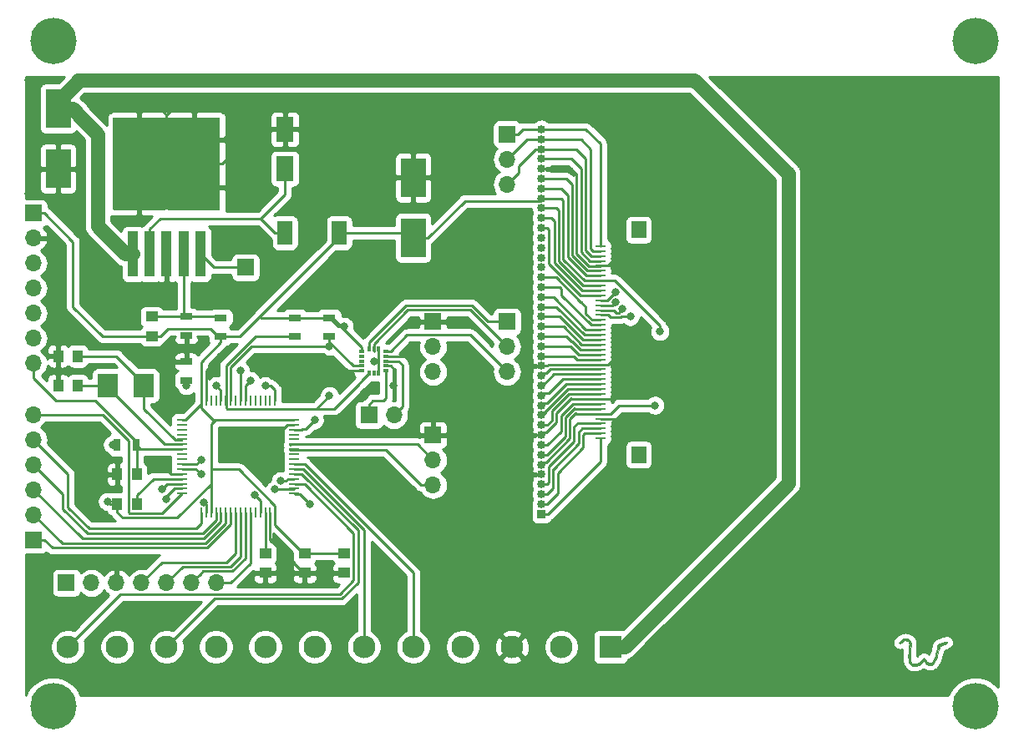
<source format=gbr>
G04 #@! TF.GenerationSoftware,KiCad,Pcbnew,5.1.0*
G04 #@! TF.CreationDate,2019-04-02T01:21:10-05:00*
G04 #@! TF.ProjectId,Cluster,436c7573-7465-4722-9e6b-696361645f70,rev?*
G04 #@! TF.SameCoordinates,Original*
G04 #@! TF.FileFunction,Copper,L1,Top*
G04 #@! TF.FilePolarity,Positive*
%FSLAX46Y46*%
G04 Gerber Fmt 4.6, Leading zero omitted, Abs format (unit mm)*
G04 Created by KiCad (PCBNEW 5.1.0) date 2019-04-02 01:21:10*
%MOMM*%
%LPD*%
G04 APERTURE LIST*
%ADD10C,0.010000*%
%ADD11C,4.700000*%
%ADD12R,2.500000X4.000000*%
%ADD13R,1.250000X1.000000*%
%ADD14R,1.000000X1.250000*%
%ADD15R,2.300000X2.300000*%
%ADD16C,2.300000*%
%ADD17O,1.700000X1.700000*%
%ADD18R,1.700000X1.700000*%
%ADD19R,0.850000X0.850000*%
%ADD20O,0.850000X0.850000*%
%ADD21R,1.100000X0.250000*%
%ADD22R,1.500000X1.700000*%
%ADD23R,1.500000X2.400000*%
%ADD24R,1.300000X0.700000*%
%ADD25R,0.700000X1.300000*%
%ADD26R,2.000000X2.400000*%
%ADD27R,1.800000X2.500000*%
%ADD28R,0.350000X0.520000*%
%ADD29R,0.520000X0.350000*%
%ADD30R,1.100000X4.600000*%
%ADD31R,10.800000X9.400000*%
%ADD32R,5.250000X4.550000*%
%ADD33R,1.000000X0.250000*%
%ADD34R,0.250000X1.000000*%
%ADD35C,0.800000*%
%ADD36C,0.250000*%
%ADD37C,1.400000*%
%ADD38C,0.254000*%
G04 APERTURE END LIST*
D10*
G36*
X234069413Y-131179101D02*
G01*
X234252476Y-131271441D01*
X234388408Y-131405243D01*
X234395789Y-131416445D01*
X234434296Y-131486560D01*
X234455787Y-131561161D01*
X234462260Y-131661906D01*
X234455713Y-131810454D01*
X234444912Y-131949000D01*
X234431318Y-132157176D01*
X234420127Y-132415106D01*
X234412606Y-132687886D01*
X234410038Y-132909064D01*
X234410779Y-133141042D01*
X234415613Y-133305025D01*
X234426695Y-133417664D01*
X234446180Y-133495610D01*
X234476225Y-133555512D01*
X234497732Y-133586397D01*
X234583602Y-133671274D01*
X234697178Y-133711004D01*
X234770016Y-133719227D01*
X235017890Y-133700096D01*
X235245719Y-133602890D01*
X235459344Y-133424818D01*
X235514224Y-133363825D01*
X235618892Y-133250241D01*
X235709066Y-133168178D01*
X235766141Y-133134453D01*
X235768112Y-133134334D01*
X235823755Y-133167452D01*
X235897182Y-133251096D01*
X235929505Y-133298393D01*
X236076869Y-133489127D01*
X236226913Y-133603226D01*
X236374284Y-133639020D01*
X236513631Y-133594837D01*
X236607971Y-133510223D01*
X236688653Y-133401415D01*
X236758934Y-133273458D01*
X236826082Y-133109221D01*
X236897364Y-132891574D01*
X236955985Y-132689834D01*
X237015450Y-132479010D01*
X237077683Y-132259557D01*
X237131333Y-132071471D01*
X237142246Y-132033442D01*
X237221416Y-131758050D01*
X237649565Y-131594582D01*
X237867567Y-131515972D01*
X238015998Y-131473703D01*
X238101001Y-131466227D01*
X238122145Y-131475545D01*
X238152677Y-131534474D01*
X238119740Y-131594145D01*
X238017286Y-131659634D01*
X237839270Y-131736021D01*
X237789887Y-131754600D01*
X237630263Y-131816840D01*
X237499296Y-131873866D01*
X237419270Y-131915783D01*
X237408527Y-131923933D01*
X237380315Y-131980037D01*
X237336526Y-132101746D01*
X237282553Y-132272637D01*
X237223790Y-132476288D01*
X237207251Y-132536804D01*
X237096737Y-132918610D01*
X236990651Y-133223568D01*
X236884846Y-133459062D01*
X236775173Y-133632475D01*
X236657485Y-133751190D01*
X236527635Y-133822591D01*
X236476069Y-133838398D01*
X236302379Y-133841191D01*
X236118574Y-133774646D01*
X235946259Y-133647924D01*
X235892569Y-133590944D01*
X235741511Y-133414467D01*
X235571542Y-133591355D01*
X235387034Y-133757866D01*
X235203712Y-133860737D01*
X234990918Y-133914778D01*
X234876413Y-133927186D01*
X234718971Y-133933485D01*
X234609906Y-133917957D01*
X234514244Y-133873620D01*
X234472334Y-133846552D01*
X234344087Y-133718677D01*
X234252698Y-133531493D01*
X234197655Y-133281317D01*
X234178449Y-132964461D01*
X234194569Y-132577242D01*
X234239182Y-132163076D01*
X234267945Y-131911873D01*
X234275189Y-131728459D01*
X234257137Y-131597833D01*
X234210009Y-131504997D01*
X234130027Y-131434951D01*
X234043702Y-131387122D01*
X233898658Y-131342101D01*
X233760297Y-131360585D01*
X233612541Y-131447350D01*
X233496579Y-131549650D01*
X233401116Y-131635110D01*
X233338509Y-131665811D01*
X233286292Y-131651090D01*
X233273527Y-131642361D01*
X233226073Y-131597661D01*
X233232352Y-131548669D01*
X233270525Y-131489482D01*
X233379960Y-131376072D01*
X233532501Y-131269287D01*
X233697405Y-131186782D01*
X233843928Y-131146212D01*
X233870974Y-131144667D01*
X234069413Y-131179101D01*
X234069413Y-131179101D01*
G37*
X234069413Y-131179101D02*
X234252476Y-131271441D01*
X234388408Y-131405243D01*
X234395789Y-131416445D01*
X234434296Y-131486560D01*
X234455787Y-131561161D01*
X234462260Y-131661906D01*
X234455713Y-131810454D01*
X234444912Y-131949000D01*
X234431318Y-132157176D01*
X234420127Y-132415106D01*
X234412606Y-132687886D01*
X234410038Y-132909064D01*
X234410779Y-133141042D01*
X234415613Y-133305025D01*
X234426695Y-133417664D01*
X234446180Y-133495610D01*
X234476225Y-133555512D01*
X234497732Y-133586397D01*
X234583602Y-133671274D01*
X234697178Y-133711004D01*
X234770016Y-133719227D01*
X235017890Y-133700096D01*
X235245719Y-133602890D01*
X235459344Y-133424818D01*
X235514224Y-133363825D01*
X235618892Y-133250241D01*
X235709066Y-133168178D01*
X235766141Y-133134453D01*
X235768112Y-133134334D01*
X235823755Y-133167452D01*
X235897182Y-133251096D01*
X235929505Y-133298393D01*
X236076869Y-133489127D01*
X236226913Y-133603226D01*
X236374284Y-133639020D01*
X236513631Y-133594837D01*
X236607971Y-133510223D01*
X236688653Y-133401415D01*
X236758934Y-133273458D01*
X236826082Y-133109221D01*
X236897364Y-132891574D01*
X236955985Y-132689834D01*
X237015450Y-132479010D01*
X237077683Y-132259557D01*
X237131333Y-132071471D01*
X237142246Y-132033442D01*
X237221416Y-131758050D01*
X237649565Y-131594582D01*
X237867567Y-131515972D01*
X238015998Y-131473703D01*
X238101001Y-131466227D01*
X238122145Y-131475545D01*
X238152677Y-131534474D01*
X238119740Y-131594145D01*
X238017286Y-131659634D01*
X237839270Y-131736021D01*
X237789887Y-131754600D01*
X237630263Y-131816840D01*
X237499296Y-131873866D01*
X237419270Y-131915783D01*
X237408527Y-131923933D01*
X237380315Y-131980037D01*
X237336526Y-132101746D01*
X237282553Y-132272637D01*
X237223790Y-132476288D01*
X237207251Y-132536804D01*
X237096737Y-132918610D01*
X236990651Y-133223568D01*
X236884846Y-133459062D01*
X236775173Y-133632475D01*
X236657485Y-133751190D01*
X236527635Y-133822591D01*
X236476069Y-133838398D01*
X236302379Y-133841191D01*
X236118574Y-133774646D01*
X235946259Y-133647924D01*
X235892569Y-133590944D01*
X235741511Y-133414467D01*
X235571542Y-133591355D01*
X235387034Y-133757866D01*
X235203712Y-133860737D01*
X234990918Y-133914778D01*
X234876413Y-133927186D01*
X234718971Y-133933485D01*
X234609906Y-133917957D01*
X234514244Y-133873620D01*
X234472334Y-133846552D01*
X234344087Y-133718677D01*
X234252698Y-133531493D01*
X234197655Y-133281317D01*
X234178449Y-132964461D01*
X234194569Y-132577242D01*
X234239182Y-132163076D01*
X234267945Y-131911873D01*
X234275189Y-131728459D01*
X234257137Y-131597833D01*
X234210009Y-131504997D01*
X234130027Y-131434951D01*
X234043702Y-131387122D01*
X233898658Y-131342101D01*
X233760297Y-131360585D01*
X233612541Y-131447350D01*
X233496579Y-131549650D01*
X233401116Y-131635110D01*
X233338509Y-131665811D01*
X233286292Y-131651090D01*
X233273527Y-131642361D01*
X233226073Y-131597661D01*
X233232352Y-131548669D01*
X233270525Y-131489482D01*
X233379960Y-131376072D01*
X233532501Y-131269287D01*
X233697405Y-131186782D01*
X233843928Y-131146212D01*
X233870974Y-131144667D01*
X234069413Y-131179101D01*
D11*
X147500000Y-138000000D03*
X241000000Y-138000000D03*
X241000000Y-70500000D03*
X147500000Y-70500000D03*
D12*
X148000000Y-83500000D03*
X148000000Y-77400000D03*
D13*
X177000000Y-124500000D03*
X177000000Y-122500000D03*
X173000000Y-122500000D03*
X173000000Y-124500000D03*
D12*
X184000000Y-90500000D03*
X184000000Y-84400000D03*
D13*
X157500000Y-100500000D03*
X157500000Y-98500000D03*
D14*
X150000000Y-102500000D03*
X148000000Y-102500000D03*
X148000000Y-105500000D03*
X150000000Y-105500000D03*
X156000000Y-114500000D03*
X154000000Y-114500000D03*
D13*
X169000000Y-124500000D03*
X169000000Y-122500000D03*
D14*
X154000000Y-117500000D03*
X156000000Y-117500000D03*
D15*
X204000000Y-132000000D03*
D16*
X199000000Y-132000000D03*
X194000000Y-132000000D03*
X189000000Y-132000000D03*
X184000000Y-132000000D03*
X179000000Y-132000000D03*
X174000000Y-132000000D03*
X169000000Y-132000000D03*
X164000000Y-132000000D03*
X159000000Y-132000000D03*
X154000000Y-132000000D03*
X149000000Y-132000000D03*
D17*
X186000000Y-115580000D03*
X186000000Y-113040000D03*
D18*
X186000000Y-110500000D03*
X186000000Y-99000000D03*
D17*
X186000000Y-101540000D03*
X186000000Y-104080000D03*
D18*
X145500000Y-88000000D03*
D17*
X145500000Y-90540000D03*
X145500000Y-93080000D03*
X145500000Y-95620000D03*
X145500000Y-98160000D03*
X145500000Y-100700000D03*
X145500000Y-103240000D03*
D18*
X145500000Y-121120000D03*
D17*
X145500000Y-118580000D03*
X145500000Y-116040000D03*
X145500000Y-113500000D03*
X145500000Y-110960000D03*
X145500000Y-108420000D03*
D19*
X197000000Y-118500000D03*
D20*
X197000000Y-117500000D03*
X197000000Y-116500000D03*
X197000000Y-115500000D03*
X197000000Y-114500000D03*
X197000000Y-113500000D03*
X197000000Y-112500000D03*
X197000000Y-111500000D03*
X197000000Y-110500000D03*
X197000000Y-109500000D03*
X197000000Y-108500000D03*
X197000000Y-107500000D03*
X197000000Y-106500000D03*
X197000000Y-105500000D03*
X197000000Y-104500000D03*
X197000000Y-103500000D03*
X197000000Y-102500000D03*
X197000000Y-101500000D03*
X197000000Y-100500000D03*
X197000000Y-99500000D03*
X197000000Y-98500000D03*
X197000000Y-97500000D03*
X197000000Y-96500000D03*
X197000000Y-95500000D03*
X197000000Y-94500000D03*
X197000000Y-93500000D03*
X197000000Y-92500000D03*
X197000000Y-91500000D03*
X197000000Y-90500000D03*
X197000000Y-89500000D03*
X197000000Y-88500000D03*
X197000000Y-87500000D03*
X197000000Y-86500000D03*
X197000000Y-85500000D03*
X197000000Y-84500000D03*
X197000000Y-83500000D03*
X197000000Y-82500000D03*
X197000000Y-81500000D03*
X197000000Y-80500000D03*
X197000000Y-79500000D03*
D21*
X202950000Y-110840000D03*
X202950000Y-110340000D03*
X202950000Y-109840000D03*
X202950000Y-109340000D03*
X202950000Y-108840000D03*
X202950000Y-108340000D03*
X202950000Y-107840000D03*
X202950000Y-107340000D03*
X202950000Y-106840000D03*
X202950000Y-106340000D03*
X202950000Y-105840000D03*
X202950000Y-105340000D03*
X202950000Y-104840000D03*
X202950000Y-104340000D03*
X202950000Y-103840000D03*
X202950000Y-103340000D03*
X202950000Y-102840000D03*
X202950000Y-102340000D03*
X202950000Y-101840000D03*
X202950000Y-101340000D03*
X202950000Y-100840000D03*
X202950000Y-100340000D03*
X202950000Y-99840000D03*
X202950000Y-99340000D03*
X202950000Y-98840000D03*
X202950000Y-98340000D03*
X202950000Y-97840000D03*
X202950000Y-97340000D03*
X202950000Y-96840000D03*
X202950000Y-96340000D03*
X202950000Y-95840000D03*
X202950000Y-95340000D03*
X202950000Y-94840000D03*
X202950000Y-94340000D03*
X202950000Y-93840000D03*
X202950000Y-93340000D03*
X202950000Y-92840000D03*
X202950000Y-92340000D03*
X202950000Y-91840000D03*
X202950000Y-91340000D03*
D22*
X206850000Y-112500000D03*
X206850000Y-89700000D03*
D18*
X193500000Y-80000000D03*
D17*
X193500000Y-82540000D03*
X193500000Y-85080000D03*
D18*
X167000000Y-93500000D03*
X179500000Y-108500000D03*
D17*
X182040000Y-108500000D03*
X193500000Y-104080000D03*
X193500000Y-101540000D03*
D18*
X193500000Y-99000000D03*
D23*
X171000000Y-90000000D03*
X176500000Y-90000000D03*
D24*
X164500000Y-100500000D03*
X164500000Y-98600000D03*
X161000000Y-100400000D03*
X161000000Y-98500000D03*
X175500000Y-98600000D03*
X175500000Y-100500000D03*
X172000000Y-98600000D03*
X172000000Y-100500000D03*
X161000000Y-104950000D03*
X161000000Y-103050000D03*
D25*
X154000000Y-111500000D03*
X155900000Y-111500000D03*
D26*
X156700000Y-105500000D03*
X153000000Y-105500000D03*
D18*
X148840000Y-125500000D03*
D17*
X151380000Y-125500000D03*
X153920000Y-125500000D03*
X156460000Y-125500000D03*
X159000000Y-125500000D03*
X161540000Y-125500000D03*
X164080000Y-125500000D03*
D27*
X171000000Y-83500000D03*
X171000000Y-79500000D03*
D28*
X179500000Y-104225000D03*
X180000000Y-104225000D03*
X180500000Y-104225000D03*
D29*
X181225000Y-104000000D03*
X181225000Y-103500000D03*
X181225000Y-103000000D03*
X181225000Y-102500000D03*
X181225000Y-102000000D03*
D28*
X180500000Y-101775000D03*
X180000000Y-101775000D03*
X179500000Y-101775000D03*
D29*
X178775000Y-102000000D03*
X178775000Y-102500000D03*
X178775000Y-103000000D03*
X178775000Y-103500000D03*
X178775000Y-104000000D03*
D30*
X155600000Y-92150000D03*
X157300000Y-92150000D03*
X159000000Y-92150000D03*
X160700000Y-92150000D03*
X162400000Y-92150000D03*
D31*
X159000000Y-83000000D03*
D32*
X161775000Y-80575000D03*
X156225000Y-85425000D03*
X156225000Y-80575000D03*
X161775000Y-85425000D03*
D33*
X160550000Y-108950000D03*
X160550000Y-109450000D03*
X160550000Y-109950000D03*
X160550000Y-110450000D03*
X160550000Y-110950000D03*
X160550000Y-111450000D03*
X160550000Y-111950000D03*
X160550000Y-112450000D03*
X160550000Y-112950000D03*
X160550000Y-113450000D03*
X160550000Y-113950000D03*
X160550000Y-114450000D03*
X160550000Y-114950000D03*
X160550000Y-115450000D03*
X160550000Y-115950000D03*
X160550000Y-116450000D03*
D34*
X162500000Y-118400000D03*
X163000000Y-118400000D03*
X163500000Y-118400000D03*
X164000000Y-118400000D03*
X164500000Y-118400000D03*
X165000000Y-118400000D03*
X165500000Y-118400000D03*
X166000000Y-118400000D03*
X166500000Y-118400000D03*
X167000000Y-118400000D03*
X167500000Y-118400000D03*
X168000000Y-118400000D03*
X168500000Y-118400000D03*
X169000000Y-118400000D03*
X169500000Y-118400000D03*
X170000000Y-118400000D03*
D33*
X171950000Y-116450000D03*
X171950000Y-115950000D03*
X171950000Y-115450000D03*
X171950000Y-114950000D03*
X171950000Y-114450000D03*
X171950000Y-113950000D03*
X171950000Y-113450000D03*
X171950000Y-112950000D03*
X171950000Y-112450000D03*
X171950000Y-111950000D03*
X171950000Y-111450000D03*
X171950000Y-110950000D03*
X171950000Y-110450000D03*
X171950000Y-109950000D03*
X171950000Y-109450000D03*
X171950000Y-108950000D03*
D34*
X170000000Y-107000000D03*
X169500000Y-107000000D03*
X169000000Y-107000000D03*
X168500000Y-107000000D03*
X168000000Y-107000000D03*
X167500000Y-107000000D03*
X167000000Y-107000000D03*
X166500000Y-107000000D03*
X166000000Y-107000000D03*
X165500000Y-107000000D03*
X165000000Y-107000000D03*
X164500000Y-107000000D03*
X164000000Y-107000000D03*
X163500000Y-107000000D03*
X163000000Y-107000000D03*
X162500000Y-107000000D03*
D35*
X150000000Y-110000000D03*
X151000000Y-117000000D03*
X145000000Y-74500000D03*
X145000000Y-86000000D03*
X152000000Y-95500000D03*
X167000000Y-96500000D03*
X162775000Y-117319051D03*
X171000000Y-122500000D03*
X182000000Y-105500000D03*
X175500000Y-104500000D03*
X169012653Y-113012653D03*
X159000000Y-114000000D03*
X164500000Y-102500000D03*
X180000000Y-103000000D03*
X177000000Y-99500000D03*
X209000000Y-100000000D03*
X208500000Y-107500000D03*
X153000000Y-117250000D03*
X153500000Y-111500000D03*
X170547063Y-115162906D03*
X173500000Y-117500000D03*
X170000000Y-116000000D03*
X158987347Y-116987347D03*
X158500000Y-116000000D03*
X175500000Y-106500000D03*
X175500000Y-101500000D03*
X166500000Y-104000000D03*
X167500000Y-105000000D03*
X169000000Y-105500000D03*
X174000000Y-109000000D03*
X167912347Y-116587653D03*
X162500000Y-114500000D03*
X162500000Y-113000000D03*
X206000000Y-98500000D03*
X205219761Y-97719761D03*
X204512653Y-97012653D03*
X204500000Y-96000000D03*
X164000000Y-105500000D03*
X161000000Y-105500000D03*
D36*
X172875000Y-124500000D02*
X173000000Y-124500000D01*
X169500000Y-118400000D02*
X169500000Y-121125000D01*
X173000000Y-124500000D02*
X177000000Y-124500000D01*
X170000000Y-124500000D02*
X171437500Y-123062500D01*
X169000000Y-124500000D02*
X170000000Y-124500000D01*
X169500000Y-121125000D02*
X171437500Y-123062500D01*
X171437500Y-123062500D02*
X172875000Y-124500000D01*
X201830767Y-93389999D02*
X202900001Y-93389999D01*
X200549991Y-92109223D02*
X201830767Y-93389999D01*
X202900001Y-93389999D02*
X202950000Y-93340000D01*
X200549990Y-84049990D02*
X200549991Y-92109223D01*
X200000000Y-83500000D02*
X200549990Y-84049990D01*
X197000000Y-83500000D02*
X200000000Y-83500000D01*
X202150000Y-103340000D02*
X202950000Y-103340000D01*
X197761040Y-103340000D02*
X202150000Y-103340000D01*
X197601040Y-103500000D02*
X197761040Y-103340000D01*
X197000000Y-103500000D02*
X197601040Y-103500000D01*
X197487449Y-110250001D02*
X198518215Y-109219235D01*
X197000000Y-110500000D02*
X197249999Y-110250001D01*
X197249999Y-110250001D02*
X197487449Y-110250001D01*
X198518215Y-109219235D02*
X198518215Y-108254605D01*
X198518215Y-108254605D02*
X199982810Y-106790010D01*
X200032800Y-106840000D02*
X202950000Y-106840000D01*
X199982810Y-106790010D02*
X200032800Y-106840000D01*
X202950000Y-108840000D02*
X204160000Y-108840000D01*
X202950000Y-106840000D02*
X204160000Y-106840000D01*
X204160000Y-106840000D02*
X204500000Y-106500000D01*
X203750000Y-103340000D02*
X204090000Y-103000000D01*
X202950000Y-103340000D02*
X203750000Y-103340000D01*
X204090000Y-103000000D02*
X205000000Y-103000000D01*
X203750000Y-93340000D02*
X204090000Y-93000000D01*
X202950000Y-93340000D02*
X203750000Y-93340000D01*
X204090000Y-93000000D02*
X205000000Y-93000000D01*
X181225000Y-102500000D02*
X183000000Y-102500000D01*
X204160000Y-108840000D02*
X204340000Y-108840000D01*
X204340000Y-108840000D02*
X204500000Y-109000000D01*
X204500000Y-109000000D02*
X204500000Y-109500000D01*
X159000000Y-78050000D02*
X159500000Y-77550000D01*
X159000000Y-83000000D02*
X159000000Y-78050000D01*
X159500000Y-77550000D02*
X161450000Y-77550000D01*
X164650000Y-80575000D02*
X166000000Y-79225000D01*
X161775000Y-80575000D02*
X164650000Y-80575000D01*
X166000000Y-81650000D02*
X164650000Y-83000000D01*
X164650000Y-83000000D02*
X159000000Y-83000000D01*
X166000000Y-79225000D02*
X166000000Y-81650000D01*
X159000000Y-78050000D02*
X158450000Y-77500000D01*
X158450000Y-77500000D02*
X153500000Y-77500000D01*
X163000000Y-118400000D02*
X163000000Y-117544051D01*
X163000000Y-117544051D02*
X162775000Y-117319051D01*
X169500000Y-118400000D02*
X169500000Y-121000000D01*
X169500000Y-121000000D02*
X171000000Y-122500000D01*
X182000000Y-103765000D02*
X182000000Y-105500000D01*
X181225000Y-103500000D02*
X181735000Y-103500000D01*
X181735000Y-103500000D02*
X182000000Y-103765000D01*
X178775000Y-104000000D02*
X176000000Y-104000000D01*
X176000000Y-104000000D02*
X175500000Y-104500000D01*
X169012653Y-111637347D02*
X169012653Y-113012653D01*
X171950000Y-109450000D02*
X171200000Y-109450000D01*
X171200000Y-109450000D02*
X169012653Y-111637347D01*
X160550000Y-114450000D02*
X159450000Y-114450000D01*
X159450000Y-114450000D02*
X159000000Y-114000000D01*
X197000000Y-114500000D02*
X195500000Y-114500000D01*
X163000000Y-107000000D02*
X163000000Y-104000000D01*
X163000000Y-104000000D02*
X164500000Y-102500000D01*
D37*
X205400000Y-132000000D02*
X222000000Y-115400000D01*
X204000000Y-132000000D02*
X205400000Y-132000000D01*
X222000000Y-115400000D02*
X222000000Y-84000000D01*
X222000000Y-84000000D02*
X212500000Y-74500000D01*
X212500000Y-74500000D02*
X150000000Y-74500000D01*
X148000000Y-76650000D02*
X148000000Y-77400000D01*
X150000000Y-74650000D02*
X148000000Y-76650000D01*
X150000000Y-74500000D02*
X150000000Y-74650000D01*
X149500000Y-77400000D02*
X148000000Y-77400000D01*
X154800000Y-92150000D02*
X152000000Y-89350000D01*
X152000000Y-80000000D02*
X150000000Y-78000000D01*
X155600000Y-92150000D02*
X154800000Y-92150000D01*
X150000000Y-77900000D02*
X149500000Y-77400000D01*
X152000000Y-89350000D02*
X152000000Y-80000000D01*
X150000000Y-78000000D02*
X150000000Y-77900000D01*
D36*
X183500000Y-90000000D02*
X184000000Y-90500000D01*
X176500000Y-90000000D02*
X183500000Y-90000000D01*
X176500000Y-90450000D02*
X176500000Y-90000000D01*
X164500000Y-100500000D02*
X166450000Y-100500000D01*
X158375000Y-100500000D02*
X157500000Y-100500000D01*
X159150001Y-99724999D02*
X158375000Y-100500000D01*
X163424999Y-99724999D02*
X159150001Y-99724999D01*
X164200000Y-100500000D02*
X163424999Y-99724999D01*
X164500000Y-100500000D02*
X164200000Y-100500000D01*
X162500000Y-106250000D02*
X162500000Y-107000000D01*
X162500000Y-103100000D02*
X162500000Y-106250000D01*
X164500000Y-101100000D02*
X162500000Y-103100000D01*
X164500000Y-100500000D02*
X164500000Y-101100000D01*
X160925000Y-108950000D02*
X160550000Y-108950000D01*
X162500000Y-107375000D02*
X160925000Y-108950000D01*
X162500000Y-107000000D02*
X162500000Y-107375000D01*
X171200000Y-108950000D02*
X171950000Y-108950000D01*
X162500000Y-107750000D02*
X163700000Y-108950000D01*
X162500000Y-107000000D02*
X162500000Y-107750000D01*
X163950000Y-108950000D02*
X171200000Y-108950000D01*
X163950000Y-108950000D02*
X163500000Y-109400000D01*
X163700000Y-108950000D02*
X163950000Y-108950000D01*
X170000000Y-117650000D02*
X170000000Y-118400000D01*
X166350000Y-114000000D02*
X170000000Y-117650000D01*
X163500000Y-114000000D02*
X166350000Y-114000000D01*
X163500000Y-109400000D02*
X163500000Y-114000000D01*
X172875000Y-122500000D02*
X173000000Y-122500000D01*
X170000000Y-119625000D02*
X172875000Y-122500000D01*
X170000000Y-118400000D02*
X170000000Y-119625000D01*
X173000000Y-122500000D02*
X177000000Y-122500000D01*
X175800000Y-98600000D02*
X175500000Y-98600000D01*
X178775000Y-101575000D02*
X175800000Y-98600000D01*
X178775000Y-102000000D02*
X178775000Y-101575000D01*
X168600000Y-98600000D02*
X168475000Y-98475000D01*
X172000000Y-98600000D02*
X168600000Y-98600000D01*
X166450000Y-100500000D02*
X168475000Y-98475000D01*
X168475000Y-98475000D02*
X176500000Y-90450000D01*
X172000000Y-98600000D02*
X175500000Y-98600000D01*
X180500000Y-103000000D02*
X180000000Y-103000000D01*
X180500000Y-103000000D02*
X180500000Y-104225000D01*
X180500000Y-101775000D02*
X180500000Y-103000000D01*
X176400000Y-99500000D02*
X175500000Y-98600000D01*
X177000000Y-99500000D02*
X176400000Y-99500000D01*
X202950000Y-94840000D02*
X201371541Y-94840000D01*
X201371541Y-94840000D02*
X199199963Y-92668423D01*
X199199963Y-92668423D02*
X199199963Y-86699963D01*
X199000000Y-86500000D02*
X197000000Y-86500000D01*
X199199963Y-86699963D02*
X199000000Y-86500000D01*
X197487449Y-113250001D02*
X199868245Y-110869205D01*
X197000000Y-113500000D02*
X197249999Y-113250001D01*
X197249999Y-113250001D02*
X197487449Y-113250001D01*
X199868245Y-110869205D02*
X199868245Y-108904575D01*
X199868245Y-108904575D02*
X200482810Y-108290010D01*
X200532800Y-108340000D02*
X202950000Y-108340000D01*
X200482810Y-108290010D02*
X200532800Y-108340000D01*
X185500000Y-90500000D02*
X184000000Y-90500000D01*
X189250001Y-86749999D02*
X185500000Y-90500000D01*
X196750001Y-86749999D02*
X189250001Y-86749999D01*
X197000000Y-86500000D02*
X196750001Y-86749999D01*
X209000000Y-99426998D02*
X209000000Y-100000000D01*
X202950000Y-94840000D02*
X204413002Y-94840000D01*
X204413002Y-94840000D02*
X209000000Y-99426998D01*
X204863590Y-107500000D02*
X203973600Y-108389990D01*
X208500000Y-107500000D02*
X204863590Y-107500000D01*
X203973600Y-108389990D02*
X203000000Y-108389990D01*
X154000000Y-118375000D02*
X154000000Y-117500000D01*
X160099990Y-118900010D02*
X154525010Y-118900010D01*
X163500000Y-115500000D02*
X160099990Y-118900010D01*
X163500000Y-115500000D02*
X163500000Y-118400000D01*
X154525010Y-118900010D02*
X154000000Y-118375000D01*
X163500000Y-114000000D02*
X163500000Y-115500000D01*
X153250000Y-117500000D02*
X153000000Y-117250000D01*
X154000000Y-117500000D02*
X153250000Y-117500000D01*
X153500000Y-111500000D02*
X154000000Y-111500000D01*
X146600000Y-88000000D02*
X145500000Y-88000000D01*
X149500000Y-90900000D02*
X146600000Y-88000000D01*
X149500000Y-97500000D02*
X149500000Y-90900000D01*
X152500000Y-100500000D02*
X149500000Y-97500000D01*
X157500000Y-100500000D02*
X152500000Y-100500000D01*
X160700000Y-98200000D02*
X161000000Y-98500000D01*
X160700000Y-92150000D02*
X160700000Y-98200000D01*
X160100000Y-98500000D02*
X157500000Y-98500000D01*
X161000000Y-98500000D02*
X160100000Y-98500000D01*
X164400000Y-98500000D02*
X164500000Y-98600000D01*
X161000000Y-98500000D02*
X164400000Y-98500000D01*
X156700000Y-107850000D02*
X159850000Y-111000000D01*
X156700000Y-105500000D02*
X156700000Y-107850000D01*
X160500000Y-111000000D02*
X160550000Y-110950000D01*
X159850000Y-111000000D02*
X160500000Y-111000000D01*
X153900000Y-102500000D02*
X156700000Y-105300000D01*
X156700000Y-105300000D02*
X156700000Y-105500000D01*
X150500000Y-102500000D02*
X153900000Y-102500000D01*
X153000000Y-105700000D02*
X153000000Y-105500000D01*
X158750000Y-111450000D02*
X153000000Y-105700000D01*
X160550000Y-111450000D02*
X158750000Y-111450000D01*
X150500000Y-105500000D02*
X153000000Y-105500000D01*
X156350000Y-111950000D02*
X155900000Y-111500000D01*
X160550000Y-111950000D02*
X156350000Y-111950000D01*
X156000000Y-111400000D02*
X155900000Y-111500000D01*
X156000000Y-111600000D02*
X155900000Y-111500000D01*
X156000000Y-114500000D02*
X156000000Y-111600000D01*
X155900000Y-111200000D02*
X155900000Y-111500000D01*
X151725001Y-107025001D02*
X155900000Y-111200000D01*
X145500000Y-104442081D02*
X145500000Y-103240000D01*
X145500000Y-104710002D02*
X145500000Y-104442081D01*
X147814999Y-107025001D02*
X145500000Y-104710002D01*
X151725001Y-107025001D02*
X147814999Y-107025001D01*
X169000000Y-118400000D02*
X169000000Y-122500000D01*
X160500000Y-115000000D02*
X160550000Y-114950000D01*
X157675000Y-114950000D02*
X160550000Y-114950000D01*
X156000000Y-117500000D02*
X156000000Y-116625000D01*
X156000000Y-116625000D02*
X157675000Y-114950000D01*
X171112748Y-115162906D02*
X171275654Y-115000000D01*
X170547063Y-115162906D02*
X171112748Y-115162906D01*
X171900000Y-115000000D02*
X171950000Y-114950000D01*
X171275654Y-115000000D02*
X171900000Y-115000000D01*
X172700000Y-113450000D02*
X171950000Y-113450000D01*
X172972820Y-113450000D02*
X172700000Y-113450000D01*
X184000000Y-124477180D02*
X172972820Y-113450000D01*
X184000000Y-132000000D02*
X184000000Y-124477180D01*
X172700000Y-113950000D02*
X171950000Y-113950000D01*
X179000000Y-120113590D02*
X172836410Y-113950000D01*
X172836410Y-113950000D02*
X172700000Y-113950000D01*
X179000000Y-132000000D02*
X179000000Y-120113590D01*
X173500000Y-117500000D02*
X172500000Y-116500000D01*
X172500000Y-116500000D02*
X172000000Y-116500000D01*
X171900000Y-116000000D02*
X171950000Y-115950000D01*
X170000000Y-116000000D02*
X171900000Y-116000000D01*
X159800000Y-115950000D02*
X160550000Y-115950000D01*
X159000000Y-116750000D02*
X159800000Y-115950000D01*
X158987347Y-116987347D02*
X159000000Y-116974694D01*
X159000000Y-116974694D02*
X159000000Y-116750000D01*
X178400010Y-120150010D02*
X172700000Y-114450000D01*
X178400010Y-125446402D02*
X178400010Y-120150010D01*
X176721402Y-127125010D02*
X178400010Y-125446402D01*
X172700000Y-114450000D02*
X171950000Y-114450000D01*
X163874990Y-127125010D02*
X176721402Y-127125010D01*
X159000000Y-132000000D02*
X163874990Y-127125010D01*
X159050000Y-115450000D02*
X160550000Y-115450000D01*
X158500000Y-116000000D02*
X159050000Y-115450000D01*
X177950001Y-125260001D02*
X177950001Y-120450001D01*
X176535001Y-126675001D02*
X177950001Y-125260001D01*
X149000000Y-132000000D02*
X154324999Y-126675001D01*
X154324999Y-126675001D02*
X176535001Y-126675001D01*
X177950001Y-120450001D02*
X173000000Y-115500000D01*
X173000000Y-115500000D02*
X172000000Y-115500000D01*
X184797919Y-115580000D02*
X181217919Y-112000000D01*
X186000000Y-115580000D02*
X184797919Y-115580000D01*
X181217919Y-112000000D02*
X171500000Y-112000000D01*
X184410000Y-111450000D02*
X171550000Y-111450000D01*
X186000000Y-113040000D02*
X184410000Y-111450000D01*
X171550000Y-111450000D02*
X171500000Y-111500000D01*
X179500000Y-104225000D02*
X179500000Y-104295002D01*
X178397501Y-105397501D02*
X175970001Y-107825001D01*
X179500000Y-104295002D02*
X179397501Y-104397501D01*
X179397501Y-104397501D02*
X178897501Y-104897501D01*
X178897501Y-104897501D02*
X178397501Y-105397501D01*
X174174999Y-107825001D02*
X173825001Y-107825001D01*
X175500000Y-106500000D02*
X174174999Y-107825001D01*
X175970001Y-107825001D02*
X173825001Y-107825001D01*
X171100000Y-100500000D02*
X172000000Y-100500000D01*
X168000000Y-100500000D02*
X171100000Y-100500000D01*
X165049991Y-107759993D02*
X165049991Y-103450009D01*
X165049991Y-103450009D02*
X168000000Y-100500000D01*
X173825001Y-107825001D02*
X165114999Y-107825001D01*
X165114999Y-107825001D02*
X165049991Y-107759993D01*
X175500000Y-101100000D02*
X175500000Y-100500000D01*
X177900000Y-103500000D02*
X175500000Y-101100000D01*
X178775000Y-103500000D02*
X177900000Y-103500000D01*
X175500000Y-101500000D02*
X175500000Y-100500000D01*
X167636410Y-101500000D02*
X175500000Y-101500000D01*
X165500000Y-107000000D02*
X165500000Y-103636410D01*
X165500000Y-103636410D02*
X167636410Y-101500000D01*
X166500000Y-104000000D02*
X166500000Y-107000000D01*
X167000000Y-105500000D02*
X167000000Y-107000000D01*
X167500000Y-105000000D02*
X167000000Y-105500000D01*
X170000000Y-106250000D02*
X170000000Y-107000000D01*
X170000000Y-105934315D02*
X170000000Y-106250000D01*
X169565685Y-105500000D02*
X170000000Y-105934315D01*
X169000000Y-105500000D02*
X169565685Y-105500000D01*
X174000000Y-109000000D02*
X173099999Y-109900001D01*
X172749999Y-109900001D02*
X172900001Y-109900001D01*
X171950000Y-109950000D02*
X172700000Y-109950000D01*
X173099999Y-109900001D02*
X172900001Y-109900001D01*
X172700000Y-109950000D02*
X172749999Y-109900001D01*
X172900001Y-109900001D02*
X172710001Y-109900001D01*
X147430009Y-121950009D02*
X146600000Y-121120000D01*
X146600000Y-121120000D02*
X145500000Y-121120000D01*
X163109221Y-121950009D02*
X147430009Y-121950009D01*
X165500000Y-119559230D02*
X163109221Y-121950009D01*
X165500000Y-118400000D02*
X165500000Y-119559230D01*
X162922820Y-121500000D02*
X148420000Y-121500000D01*
X165000000Y-118400000D02*
X165000000Y-119422820D01*
X148420000Y-121500000D02*
X145500000Y-118580000D01*
X165000000Y-119422820D02*
X162922820Y-121500000D01*
X150460000Y-121000000D02*
X145500000Y-116040000D01*
X164500000Y-118400000D02*
X164500000Y-119286410D01*
X162786410Y-121000000D02*
X150460000Y-121000000D01*
X164500000Y-119286410D02*
X162786410Y-121000000D01*
X164000000Y-118400000D02*
X164000000Y-119150000D01*
X146349999Y-114349999D02*
X145500000Y-113500000D01*
X164000000Y-119150000D02*
X162650000Y-120500000D01*
X162650000Y-120500000D02*
X151000000Y-120500000D01*
X151000000Y-120500000D02*
X148500000Y-118000000D01*
X148500000Y-118000000D02*
X148500000Y-116500000D01*
X148500000Y-116500000D02*
X146349999Y-114349999D01*
X162500000Y-118400000D02*
X162500000Y-119500000D01*
X162500000Y-119500000D02*
X162000000Y-120000000D01*
X162000000Y-120000000D02*
X151136410Y-120000000D01*
X151136410Y-120000000D02*
X149000000Y-117863590D01*
X149000000Y-114460000D02*
X145500000Y-110960000D01*
X149000000Y-117863590D02*
X149000000Y-114460000D01*
X158549999Y-118450001D02*
X160550000Y-116450000D01*
X152483590Y-108420000D02*
X146702081Y-108420000D01*
X155174999Y-111111409D02*
X152483590Y-108420000D01*
X155174999Y-118385001D02*
X155174999Y-111111409D01*
X146702081Y-108420000D02*
X145500000Y-108420000D01*
X155239999Y-118450001D02*
X155174999Y-118385001D01*
X158549999Y-118450001D02*
X155239999Y-118450001D01*
X197675000Y-118500000D02*
X197000000Y-118500000D01*
X202950000Y-113225000D02*
X197675000Y-118500000D01*
X202950000Y-110840000D02*
X202950000Y-113225000D01*
X202950000Y-110340000D02*
X201378275Y-110340000D01*
X201218275Y-110500000D02*
X201218275Y-111781725D01*
X201378275Y-110340000D02*
X201218275Y-110500000D01*
X197601040Y-117500000D02*
X197000000Y-117500000D01*
X198650020Y-116451020D02*
X197601040Y-117500000D01*
X201218275Y-111781725D02*
X198650020Y-114349980D01*
X198650020Y-114349980D02*
X198650020Y-116451020D01*
X197601040Y-116500000D02*
X197000000Y-116500000D01*
X198200011Y-115901029D02*
X197601040Y-116500000D01*
X202950000Y-109840000D02*
X201160000Y-109840000D01*
X201160000Y-109840000D02*
X200768265Y-110231735D01*
X200768265Y-110231735D02*
X200768265Y-111368145D01*
X200768265Y-111368145D02*
X198210011Y-113926399D01*
X198210011Y-113926399D02*
X198200011Y-113926399D01*
X198200011Y-113926399D02*
X198200011Y-115901029D01*
X197601040Y-115500000D02*
X197000000Y-115500000D01*
X197750001Y-115351039D02*
X197601040Y-115500000D01*
X200660000Y-109340000D02*
X200318255Y-109681745D01*
X202950000Y-109340000D02*
X200660000Y-109340000D01*
X200318255Y-109681745D02*
X200318255Y-111181745D01*
X200308255Y-111181745D02*
X197750001Y-113739999D01*
X200318255Y-111181745D02*
X200308255Y-111181745D01*
X197750001Y-113739999D02*
X197750001Y-115351039D01*
X197601040Y-112500000D02*
X199418235Y-110682805D01*
X197000000Y-112500000D02*
X197601040Y-112500000D01*
X199418235Y-110682805D02*
X199418235Y-108718175D01*
X199418235Y-108718175D02*
X200346400Y-107790010D01*
X200396390Y-107840000D02*
X202950000Y-107840000D01*
X200346400Y-107790010D02*
X200396390Y-107840000D01*
X202950000Y-107340000D02*
X200160000Y-107340000D01*
X198968225Y-110132815D02*
X197601040Y-111500000D01*
X197601040Y-111500000D02*
X197000000Y-111500000D01*
X198968225Y-108531775D02*
X198968225Y-110132815D01*
X200160000Y-107340000D02*
X198968225Y-108531775D01*
X202950000Y-106340000D02*
X199796410Y-106340000D01*
X199796410Y-106340000D02*
X198068205Y-108068205D01*
X197601040Y-109500000D02*
X197000000Y-109500000D01*
X198068205Y-109032835D02*
X197601040Y-109500000D01*
X198068205Y-108068205D02*
X198068205Y-109032835D01*
X168500000Y-117175306D02*
X168500000Y-118400000D01*
X167912347Y-116587653D02*
X168500000Y-117175306D01*
X196990010Y-108509990D02*
X199500000Y-106000000D01*
X197000000Y-108500000D02*
X197249999Y-108250001D01*
X197249999Y-108250001D02*
X197360001Y-108250001D01*
X199660000Y-105840000D02*
X199500000Y-106000000D01*
X202950000Y-105840000D02*
X199660000Y-105840000D01*
X197249999Y-107250001D02*
X197558224Y-107250001D01*
X197000000Y-107500000D02*
X197249999Y-107250001D01*
X199518224Y-105290001D02*
X202139999Y-105290001D01*
X197558224Y-107250001D02*
X199518224Y-105290001D01*
X202139999Y-105290001D02*
X203000000Y-105290001D01*
X197749999Y-106250001D02*
X199209990Y-104790010D01*
X197000000Y-106500000D02*
X197249999Y-106250001D01*
X197249999Y-106250001D02*
X197749999Y-106250001D01*
X202340000Y-104840000D02*
X202950000Y-104840000D01*
X202290010Y-104790010D02*
X202340000Y-104840000D01*
X199209990Y-104790010D02*
X202290010Y-104790010D01*
X161950000Y-113950000D02*
X160550000Y-113950000D01*
X162500000Y-114500000D02*
X161950000Y-113950000D01*
X197000000Y-105500000D02*
X197249999Y-105250001D01*
X197249999Y-105250001D02*
X197360001Y-105250001D01*
X197110002Y-105500000D02*
X197000000Y-105500000D01*
X202950000Y-104340000D02*
X198270002Y-104340000D01*
X198270002Y-104340000D02*
X197110002Y-105500000D01*
X162050000Y-113450000D02*
X160550000Y-113450000D01*
X162500000Y-113000000D02*
X162050000Y-113450000D01*
X197487449Y-104250001D02*
X197947440Y-103790010D01*
X197000000Y-104500000D02*
X197249999Y-104250001D01*
X197249999Y-104250001D02*
X197487449Y-104250001D01*
X202340000Y-103840000D02*
X202950000Y-103840000D01*
X202290010Y-103790010D02*
X202340000Y-103840000D01*
X197947440Y-103790010D02*
X202290010Y-103790010D01*
X202150000Y-102840000D02*
X202950000Y-102840000D01*
X200657950Y-102840000D02*
X202150000Y-102840000D01*
X200317950Y-102500000D02*
X200657950Y-102840000D01*
X197000000Y-102500000D02*
X200317950Y-102500000D01*
X202150000Y-102340000D02*
X202950000Y-102340000D01*
X200794360Y-102340000D02*
X202150000Y-102340000D01*
X199954360Y-101500000D02*
X200794360Y-102340000D01*
X197000000Y-101500000D02*
X199954360Y-101500000D01*
X197000000Y-100500000D02*
X199500000Y-100500000D01*
X202150000Y-101840000D02*
X202950000Y-101840000D01*
X200930770Y-101840000D02*
X202150000Y-101840000D01*
X200090770Y-101000000D02*
X200930770Y-101840000D01*
X200000000Y-101000000D02*
X200090770Y-101000000D01*
X199500000Y-100500000D02*
X200000000Y-101000000D01*
X202150000Y-101340000D02*
X202950000Y-101340000D01*
X201067180Y-101340000D02*
X202150000Y-101340000D01*
X199227180Y-99500000D02*
X201067180Y-101340000D01*
X197000000Y-99500000D02*
X199227180Y-99500000D01*
X202150000Y-100840000D02*
X202950000Y-100840000D01*
X201203590Y-100840000D02*
X202150000Y-100840000D01*
X198863590Y-98500000D02*
X201203590Y-100840000D01*
X197000000Y-98500000D02*
X198863590Y-98500000D01*
X198500000Y-97500000D02*
X197000000Y-97500000D01*
X202950000Y-100340000D02*
X201340000Y-100340000D01*
X201340000Y-100340000D02*
X198500000Y-97500000D01*
X197000000Y-96500000D02*
X198209982Y-96500000D01*
X201499991Y-99790009D02*
X201827190Y-99790010D01*
X198209982Y-96500000D02*
X201499991Y-99790009D01*
X201877180Y-99840000D02*
X202950000Y-99840000D01*
X201827190Y-99790010D02*
X201877180Y-99840000D01*
X199000000Y-96326410D02*
X199000000Y-95650509D01*
X202950000Y-99340000D02*
X202013590Y-99340000D01*
X202013590Y-99340000D02*
X199000000Y-96326410D01*
X198849491Y-95500000D02*
X197000000Y-95500000D01*
X199000000Y-95650509D02*
X198849491Y-95500000D01*
X198485901Y-94500000D02*
X200985901Y-97000000D01*
X197000000Y-94500000D02*
X198485901Y-94500000D01*
X200985901Y-97000000D02*
X201000000Y-97000000D01*
X201000000Y-97000000D02*
X201500000Y-97500000D01*
X202150000Y-98840000D02*
X202950000Y-98840000D01*
X201500000Y-98190000D02*
X202150000Y-98840000D01*
X201500000Y-97500000D02*
X201500000Y-98190000D01*
X203750000Y-98340000D02*
X202950000Y-98340000D01*
X205006162Y-98569770D02*
X203979770Y-98569770D01*
X203979770Y-98569770D02*
X203750000Y-98340000D01*
X205075932Y-98500000D02*
X205006162Y-98569770D01*
X206000000Y-98500000D02*
X205075932Y-98500000D01*
X203750000Y-97840000D02*
X202950000Y-97840000D01*
X204340000Y-97840000D02*
X203750000Y-97840000D01*
X204619760Y-98119760D02*
X204340000Y-97840000D01*
X204819762Y-98119760D02*
X204619760Y-98119760D01*
X205219761Y-97719761D02*
X204819762Y-98119760D01*
X204185306Y-97340000D02*
X202950000Y-97340000D01*
X204512653Y-97012653D02*
X204185306Y-97340000D01*
X203660000Y-96840000D02*
X202950000Y-96840000D01*
X204500000Y-96000000D02*
X203660000Y-96840000D01*
X197750001Y-89648961D02*
X197601040Y-89500000D01*
X197601040Y-89500000D02*
X197000000Y-89500000D01*
X197750001Y-93127690D02*
X197750001Y-89648961D01*
X200962311Y-96340000D02*
X197750001Y-93127690D01*
X202950000Y-96340000D02*
X200962311Y-96340000D01*
X201098721Y-95840000D02*
X198299943Y-93041222D01*
X202950000Y-95840000D02*
X201098721Y-95840000D01*
X198299943Y-93041222D02*
X198299943Y-88799943D01*
X198000000Y-88500000D02*
X197000000Y-88500000D01*
X198299943Y-88799943D02*
X198000000Y-88500000D01*
X201235131Y-95340000D02*
X198749953Y-92854822D01*
X202950000Y-95340000D02*
X201235131Y-95340000D01*
X198749953Y-92854822D02*
X198749953Y-87749953D01*
X198500000Y-87500000D02*
X197000000Y-87500000D01*
X198749953Y-87749953D02*
X198500000Y-87500000D01*
X201507951Y-94340000D02*
X199649972Y-92482022D01*
X202950000Y-94340000D02*
X201507951Y-94340000D01*
X199649972Y-92482022D02*
X199649972Y-86149972D01*
X199000000Y-85500000D02*
X197000000Y-85500000D01*
X199649972Y-86149972D02*
X199000000Y-85500000D01*
X202950000Y-93840000D02*
X201644358Y-93840000D01*
X201644358Y-93840000D02*
X200099982Y-92295622D01*
X200099982Y-92295622D02*
X200099982Y-85099982D01*
X199500000Y-84500000D02*
X197000000Y-84500000D01*
X200099982Y-85099982D02*
X199500000Y-84500000D01*
X201917178Y-92840000D02*
X201000000Y-91922822D01*
X202950000Y-92840000D02*
X201917178Y-92840000D01*
X201000000Y-91922822D02*
X201000000Y-83500000D01*
X200000000Y-82500000D02*
X197000000Y-82500000D01*
X201000000Y-83500000D02*
X200000000Y-82500000D01*
X202053588Y-92340000D02*
X201500000Y-91786412D01*
X202950000Y-92340000D02*
X202053588Y-92340000D01*
X201500000Y-91786412D02*
X201500000Y-82500000D01*
X200500000Y-81500000D02*
X197000000Y-81500000D01*
X201500000Y-82500000D02*
X200500000Y-81500000D01*
X196398960Y-81500000D02*
X197000000Y-81500000D01*
X194675001Y-83223959D02*
X196398960Y-81500000D01*
X194675001Y-83904999D02*
X194675001Y-83223959D01*
X193500000Y-85080000D02*
X194675001Y-83904999D01*
X202189998Y-91840000D02*
X202000000Y-91650002D01*
X202950000Y-91840000D02*
X202189998Y-91840000D01*
X202000000Y-91650002D02*
X202000000Y-81500000D01*
X201000000Y-80500000D02*
X197000000Y-80500000D01*
X202000000Y-81500000D02*
X201000000Y-80500000D01*
X195540000Y-80500000D02*
X197000000Y-80500000D01*
X193500000Y-82540000D02*
X195540000Y-80500000D01*
X196398960Y-79500000D02*
X197000000Y-79500000D01*
X195100000Y-79500000D02*
X196398960Y-79500000D01*
X194600000Y-80000000D02*
X195100000Y-79500000D01*
X193500000Y-80000000D02*
X194600000Y-80000000D01*
X202950000Y-80950000D02*
X202950000Y-91340000D01*
X197000000Y-79500000D02*
X201500000Y-79500000D01*
X201500000Y-79500000D02*
X202950000Y-80950000D01*
X163750000Y-93500000D02*
X162400000Y-92150000D01*
X167000000Y-93500000D02*
X163750000Y-93500000D01*
X179900001Y-106999999D02*
X179500000Y-107400000D01*
X179500000Y-107400000D02*
X179500000Y-108500000D01*
X181000001Y-106999999D02*
X179900001Y-106999999D01*
X181225000Y-106775000D02*
X181000001Y-106999999D01*
X181225000Y-104000000D02*
X181225000Y-106775000D01*
X182889999Y-107650001D02*
X182040000Y-108500000D01*
X182889999Y-103389999D02*
X182889999Y-107650001D01*
X181225000Y-103000000D02*
X182500000Y-103000000D01*
X182500000Y-103000000D02*
X182889999Y-103389999D01*
X181735000Y-102000000D02*
X181225000Y-102000000D01*
X189784999Y-100364999D02*
X183370001Y-100364999D01*
X183370001Y-100364999D02*
X181735000Y-102000000D01*
X193500000Y-104080000D02*
X189784999Y-100364999D01*
X183429999Y-97824999D02*
X180000000Y-101254998D01*
X193500000Y-101540000D02*
X189784999Y-97824999D01*
X189784999Y-97824999D02*
X183429999Y-97824999D01*
X180000000Y-101254998D02*
X180000000Y-102000000D01*
X179500000Y-101265000D02*
X179500000Y-101775000D01*
X179500000Y-101118588D02*
X179500000Y-101265000D01*
X183243598Y-97374990D02*
X179500000Y-101118588D01*
X189971399Y-97374989D02*
X183243598Y-97374990D01*
X191596410Y-99000000D02*
X189971399Y-97374989D01*
X193500000Y-99000000D02*
X191596410Y-99000000D01*
X170000000Y-90000000D02*
X171000000Y-90000000D01*
X168550000Y-88550000D02*
X170000000Y-90000000D01*
X158350000Y-88550000D02*
X168550000Y-88550000D01*
X157300000Y-89600000D02*
X158350000Y-88550000D01*
X157300000Y-92150000D02*
X157300000Y-89600000D01*
X171000000Y-86100000D02*
X168550000Y-88550000D01*
X171000000Y-83500000D02*
X171000000Y-86100000D01*
X164500000Y-107000000D02*
X164500000Y-106000000D01*
X164500000Y-106000000D02*
X164000000Y-105500000D01*
X161000000Y-105500000D02*
X161000000Y-104950000D01*
X166000000Y-122500000D02*
X165075021Y-123424979D01*
X166000000Y-118400000D02*
X166000000Y-122500000D01*
X158535021Y-123424979D02*
X156460000Y-125500000D01*
X165075021Y-123424979D02*
X158535021Y-123424979D01*
X166500000Y-118400000D02*
X166500000Y-122863590D01*
X160625011Y-123874989D02*
X159000000Y-125500000D01*
X166500000Y-122863590D02*
X165488601Y-123874989D01*
X165488601Y-123874989D02*
X160625011Y-123874989D01*
X167000000Y-118400000D02*
X167000000Y-123000000D01*
X162389999Y-124650001D02*
X161540000Y-125500000D01*
X162715001Y-124324999D02*
X162389999Y-124650001D01*
X165675001Y-124324999D02*
X162715001Y-124324999D01*
X167000000Y-123000000D02*
X165675001Y-124324999D01*
X165500000Y-125500000D02*
X164080000Y-125500000D01*
X167500000Y-118400000D02*
X167500000Y-123500000D01*
X167500000Y-123500000D02*
X165500000Y-125500000D01*
D38*
G36*
X243290001Y-136068574D02*
G01*
X242902826Y-135681399D01*
X242413928Y-135354727D01*
X241870692Y-135129712D01*
X241293997Y-135015000D01*
X240706003Y-135015000D01*
X240129308Y-135129712D01*
X239586072Y-135354727D01*
X239097174Y-135681399D01*
X238681399Y-136097174D01*
X238354727Y-136586072D01*
X238235878Y-136873000D01*
X150264122Y-136873000D01*
X150145273Y-136586072D01*
X149818601Y-136097174D01*
X149402826Y-135681399D01*
X148913928Y-135354727D01*
X148370692Y-135129712D01*
X147793997Y-135015000D01*
X147206003Y-135015000D01*
X146629308Y-135129712D01*
X146086072Y-135354727D01*
X145597174Y-135681399D01*
X145181399Y-136097174D01*
X144854727Y-136586072D01*
X144735878Y-136873000D01*
X144710000Y-136873000D01*
X144710000Y-122608072D01*
X146350000Y-122608072D01*
X146474482Y-122595812D01*
X146594180Y-122559502D01*
X146704494Y-122500537D01*
X146801185Y-122421185D01*
X146812543Y-122407345D01*
X146866210Y-122461011D01*
X146890008Y-122490010D01*
X146919006Y-122513808D01*
X147005732Y-122584983D01*
X147125472Y-122648986D01*
X147137762Y-122655555D01*
X147281023Y-122699012D01*
X147392676Y-122710009D01*
X147392686Y-122710009D01*
X147430009Y-122713685D01*
X147467331Y-122710009D01*
X158273841Y-122710009D01*
X158242774Y-122719433D01*
X158110745Y-122790005D01*
X157995020Y-122884978D01*
X157971222Y-122913976D01*
X156825996Y-124059203D01*
X156751111Y-124036487D01*
X156532950Y-124015000D01*
X156387050Y-124015000D01*
X156168889Y-124036487D01*
X155888966Y-124121401D01*
X155630986Y-124259294D01*
X155404866Y-124444866D01*
X155219294Y-124670986D01*
X155184799Y-124735523D01*
X155115178Y-124618645D01*
X154920269Y-124402412D01*
X154686920Y-124228359D01*
X154424099Y-124103175D01*
X154276890Y-124058524D01*
X154047000Y-124179845D01*
X154047000Y-125373000D01*
X154067000Y-125373000D01*
X154067000Y-125627000D01*
X154047000Y-125627000D01*
X154047000Y-125647000D01*
X153793000Y-125647000D01*
X153793000Y-125627000D01*
X153773000Y-125627000D01*
X153773000Y-125373000D01*
X153793000Y-125373000D01*
X153793000Y-124179845D01*
X153563110Y-124058524D01*
X153415901Y-124103175D01*
X153153080Y-124228359D01*
X152919731Y-124402412D01*
X152724822Y-124618645D01*
X152655201Y-124735523D01*
X152620706Y-124670986D01*
X152435134Y-124444866D01*
X152209014Y-124259294D01*
X151951034Y-124121401D01*
X151671111Y-124036487D01*
X151452950Y-124015000D01*
X151307050Y-124015000D01*
X151088889Y-124036487D01*
X150808966Y-124121401D01*
X150550986Y-124259294D01*
X150324866Y-124444866D01*
X150300393Y-124474687D01*
X150279502Y-124405820D01*
X150220537Y-124295506D01*
X150141185Y-124198815D01*
X150044494Y-124119463D01*
X149934180Y-124060498D01*
X149814482Y-124024188D01*
X149690000Y-124011928D01*
X147990000Y-124011928D01*
X147865518Y-124024188D01*
X147745820Y-124060498D01*
X147635506Y-124119463D01*
X147538815Y-124198815D01*
X147459463Y-124295506D01*
X147400498Y-124405820D01*
X147364188Y-124525518D01*
X147351928Y-124650000D01*
X147351928Y-126350000D01*
X147364188Y-126474482D01*
X147400498Y-126594180D01*
X147459463Y-126704494D01*
X147538815Y-126801185D01*
X147635506Y-126880537D01*
X147745820Y-126939502D01*
X147865518Y-126975812D01*
X147990000Y-126988072D01*
X149690000Y-126988072D01*
X149814482Y-126975812D01*
X149934180Y-126939502D01*
X150044494Y-126880537D01*
X150141185Y-126801185D01*
X150220537Y-126704494D01*
X150279502Y-126594180D01*
X150300393Y-126525313D01*
X150324866Y-126555134D01*
X150550986Y-126740706D01*
X150808966Y-126878599D01*
X151088889Y-126963513D01*
X151307050Y-126985000D01*
X151452950Y-126985000D01*
X151671111Y-126963513D01*
X151951034Y-126878599D01*
X152209014Y-126740706D01*
X152435134Y-126555134D01*
X152620706Y-126329014D01*
X152655201Y-126264477D01*
X152724822Y-126381355D01*
X152919731Y-126597588D01*
X153153080Y-126771641D01*
X153153403Y-126771795D01*
X149606181Y-130319018D01*
X149520665Y-130283596D01*
X149175807Y-130215000D01*
X148824193Y-130215000D01*
X148479335Y-130283596D01*
X148154485Y-130418153D01*
X147862129Y-130613500D01*
X147613500Y-130862129D01*
X147418153Y-131154485D01*
X147283596Y-131479335D01*
X147215000Y-131824193D01*
X147215000Y-132175807D01*
X147283596Y-132520665D01*
X147418153Y-132845515D01*
X147613500Y-133137871D01*
X147862129Y-133386500D01*
X148154485Y-133581847D01*
X148479335Y-133716404D01*
X148824193Y-133785000D01*
X149175807Y-133785000D01*
X149520665Y-133716404D01*
X149845515Y-133581847D01*
X150137871Y-133386500D01*
X150386500Y-133137871D01*
X150581847Y-132845515D01*
X150716404Y-132520665D01*
X150785000Y-132175807D01*
X150785000Y-131824193D01*
X152215000Y-131824193D01*
X152215000Y-132175807D01*
X152283596Y-132520665D01*
X152418153Y-132845515D01*
X152613500Y-133137871D01*
X152862129Y-133386500D01*
X153154485Y-133581847D01*
X153479335Y-133716404D01*
X153824193Y-133785000D01*
X154175807Y-133785000D01*
X154520665Y-133716404D01*
X154845515Y-133581847D01*
X155137871Y-133386500D01*
X155386500Y-133137871D01*
X155581847Y-132845515D01*
X155716404Y-132520665D01*
X155785000Y-132175807D01*
X155785000Y-131824193D01*
X155716404Y-131479335D01*
X155581847Y-131154485D01*
X155386500Y-130862129D01*
X155137871Y-130613500D01*
X154845515Y-130418153D01*
X154520665Y-130283596D01*
X154175807Y-130215000D01*
X153824193Y-130215000D01*
X153479335Y-130283596D01*
X153154485Y-130418153D01*
X152862129Y-130613500D01*
X152613500Y-130862129D01*
X152418153Y-131154485D01*
X152283596Y-131479335D01*
X152215000Y-131824193D01*
X150785000Y-131824193D01*
X150716404Y-131479335D01*
X150680982Y-131393819D01*
X154639801Y-127435001D01*
X162490197Y-127435001D01*
X159606181Y-130319018D01*
X159520665Y-130283596D01*
X159175807Y-130215000D01*
X158824193Y-130215000D01*
X158479335Y-130283596D01*
X158154485Y-130418153D01*
X157862129Y-130613500D01*
X157613500Y-130862129D01*
X157418153Y-131154485D01*
X157283596Y-131479335D01*
X157215000Y-131824193D01*
X157215000Y-132175807D01*
X157283596Y-132520665D01*
X157418153Y-132845515D01*
X157613500Y-133137871D01*
X157862129Y-133386500D01*
X158154485Y-133581847D01*
X158479335Y-133716404D01*
X158824193Y-133785000D01*
X159175807Y-133785000D01*
X159520665Y-133716404D01*
X159845515Y-133581847D01*
X160137871Y-133386500D01*
X160386500Y-133137871D01*
X160581847Y-132845515D01*
X160716404Y-132520665D01*
X160785000Y-132175807D01*
X160785000Y-131824193D01*
X162215000Y-131824193D01*
X162215000Y-132175807D01*
X162283596Y-132520665D01*
X162418153Y-132845515D01*
X162613500Y-133137871D01*
X162862129Y-133386500D01*
X163154485Y-133581847D01*
X163479335Y-133716404D01*
X163824193Y-133785000D01*
X164175807Y-133785000D01*
X164520665Y-133716404D01*
X164845515Y-133581847D01*
X165137871Y-133386500D01*
X165386500Y-133137871D01*
X165581847Y-132845515D01*
X165716404Y-132520665D01*
X165785000Y-132175807D01*
X165785000Y-131824193D01*
X167215000Y-131824193D01*
X167215000Y-132175807D01*
X167283596Y-132520665D01*
X167418153Y-132845515D01*
X167613500Y-133137871D01*
X167862129Y-133386500D01*
X168154485Y-133581847D01*
X168479335Y-133716404D01*
X168824193Y-133785000D01*
X169175807Y-133785000D01*
X169520665Y-133716404D01*
X169845515Y-133581847D01*
X170137871Y-133386500D01*
X170386500Y-133137871D01*
X170581847Y-132845515D01*
X170716404Y-132520665D01*
X170785000Y-132175807D01*
X170785000Y-131824193D01*
X172215000Y-131824193D01*
X172215000Y-132175807D01*
X172283596Y-132520665D01*
X172418153Y-132845515D01*
X172613500Y-133137871D01*
X172862129Y-133386500D01*
X173154485Y-133581847D01*
X173479335Y-133716404D01*
X173824193Y-133785000D01*
X174175807Y-133785000D01*
X174520665Y-133716404D01*
X174845515Y-133581847D01*
X175137871Y-133386500D01*
X175386500Y-133137871D01*
X175581847Y-132845515D01*
X175716404Y-132520665D01*
X175785000Y-132175807D01*
X175785000Y-131824193D01*
X175716404Y-131479335D01*
X175581847Y-131154485D01*
X175386500Y-130862129D01*
X175137871Y-130613500D01*
X174845515Y-130418153D01*
X174520665Y-130283596D01*
X174175807Y-130215000D01*
X173824193Y-130215000D01*
X173479335Y-130283596D01*
X173154485Y-130418153D01*
X172862129Y-130613500D01*
X172613500Y-130862129D01*
X172418153Y-131154485D01*
X172283596Y-131479335D01*
X172215000Y-131824193D01*
X170785000Y-131824193D01*
X170716404Y-131479335D01*
X170581847Y-131154485D01*
X170386500Y-130862129D01*
X170137871Y-130613500D01*
X169845515Y-130418153D01*
X169520665Y-130283596D01*
X169175807Y-130215000D01*
X168824193Y-130215000D01*
X168479335Y-130283596D01*
X168154485Y-130418153D01*
X167862129Y-130613500D01*
X167613500Y-130862129D01*
X167418153Y-131154485D01*
X167283596Y-131479335D01*
X167215000Y-131824193D01*
X165785000Y-131824193D01*
X165716404Y-131479335D01*
X165581847Y-131154485D01*
X165386500Y-130862129D01*
X165137871Y-130613500D01*
X164845515Y-130418153D01*
X164520665Y-130283596D01*
X164175807Y-130215000D01*
X163824193Y-130215000D01*
X163479335Y-130283596D01*
X163154485Y-130418153D01*
X162862129Y-130613500D01*
X162613500Y-130862129D01*
X162418153Y-131154485D01*
X162283596Y-131479335D01*
X162215000Y-131824193D01*
X160785000Y-131824193D01*
X160716404Y-131479335D01*
X160680982Y-131393819D01*
X164189792Y-127885010D01*
X176684080Y-127885010D01*
X176721402Y-127888686D01*
X176758724Y-127885010D01*
X176758735Y-127885010D01*
X176870388Y-127874013D01*
X177013649Y-127830556D01*
X177145678Y-127759984D01*
X177261403Y-127665011D01*
X177285206Y-127636007D01*
X178240000Y-126681213D01*
X178240000Y-130382732D01*
X178154485Y-130418153D01*
X177862129Y-130613500D01*
X177613500Y-130862129D01*
X177418153Y-131154485D01*
X177283596Y-131479335D01*
X177215000Y-131824193D01*
X177215000Y-132175807D01*
X177283596Y-132520665D01*
X177418153Y-132845515D01*
X177613500Y-133137871D01*
X177862129Y-133386500D01*
X178154485Y-133581847D01*
X178479335Y-133716404D01*
X178824193Y-133785000D01*
X179175807Y-133785000D01*
X179520665Y-133716404D01*
X179845515Y-133581847D01*
X180137871Y-133386500D01*
X180386500Y-133137871D01*
X180581847Y-132845515D01*
X180716404Y-132520665D01*
X180785000Y-132175807D01*
X180785000Y-131824193D01*
X180716404Y-131479335D01*
X180581847Y-131154485D01*
X180386500Y-130862129D01*
X180137871Y-130613500D01*
X179845515Y-130418153D01*
X179760000Y-130382732D01*
X179760000Y-121311982D01*
X183240001Y-124791983D01*
X183240000Y-130382732D01*
X183154485Y-130418153D01*
X182862129Y-130613500D01*
X182613500Y-130862129D01*
X182418153Y-131154485D01*
X182283596Y-131479335D01*
X182215000Y-131824193D01*
X182215000Y-132175807D01*
X182283596Y-132520665D01*
X182418153Y-132845515D01*
X182613500Y-133137871D01*
X182862129Y-133386500D01*
X183154485Y-133581847D01*
X183479335Y-133716404D01*
X183824193Y-133785000D01*
X184175807Y-133785000D01*
X184520665Y-133716404D01*
X184845515Y-133581847D01*
X185137871Y-133386500D01*
X185386500Y-133137871D01*
X185581847Y-132845515D01*
X185716404Y-132520665D01*
X185785000Y-132175807D01*
X185785000Y-131824193D01*
X187215000Y-131824193D01*
X187215000Y-132175807D01*
X187283596Y-132520665D01*
X187418153Y-132845515D01*
X187613500Y-133137871D01*
X187862129Y-133386500D01*
X188154485Y-133581847D01*
X188479335Y-133716404D01*
X188824193Y-133785000D01*
X189175807Y-133785000D01*
X189520665Y-133716404D01*
X189845515Y-133581847D01*
X190137871Y-133386500D01*
X190282022Y-133242349D01*
X192937256Y-133242349D01*
X193051118Y-133522090D01*
X193366296Y-133677961D01*
X193705826Y-133769349D01*
X194056661Y-133792741D01*
X194405319Y-133747240D01*
X194738400Y-133634594D01*
X194948882Y-133522090D01*
X195062744Y-133242349D01*
X194000000Y-132179605D01*
X192937256Y-133242349D01*
X190282022Y-133242349D01*
X190386500Y-133137871D01*
X190581847Y-132845515D01*
X190716404Y-132520665D01*
X190785000Y-132175807D01*
X190785000Y-132056661D01*
X192207259Y-132056661D01*
X192252760Y-132405319D01*
X192365406Y-132738400D01*
X192477910Y-132948882D01*
X192757651Y-133062744D01*
X193820395Y-132000000D01*
X194179605Y-132000000D01*
X195242349Y-133062744D01*
X195522090Y-132948882D01*
X195677961Y-132633704D01*
X195769349Y-132294174D01*
X195792741Y-131943339D01*
X195777193Y-131824193D01*
X197215000Y-131824193D01*
X197215000Y-132175807D01*
X197283596Y-132520665D01*
X197418153Y-132845515D01*
X197613500Y-133137871D01*
X197862129Y-133386500D01*
X198154485Y-133581847D01*
X198479335Y-133716404D01*
X198824193Y-133785000D01*
X199175807Y-133785000D01*
X199520665Y-133716404D01*
X199845515Y-133581847D01*
X200137871Y-133386500D01*
X200386500Y-133137871D01*
X200581847Y-132845515D01*
X200716404Y-132520665D01*
X200785000Y-132175807D01*
X200785000Y-131824193D01*
X200716404Y-131479335D01*
X200581847Y-131154485D01*
X200386500Y-130862129D01*
X200137871Y-130613500D01*
X199845515Y-130418153D01*
X199520665Y-130283596D01*
X199175807Y-130215000D01*
X198824193Y-130215000D01*
X198479335Y-130283596D01*
X198154485Y-130418153D01*
X197862129Y-130613500D01*
X197613500Y-130862129D01*
X197418153Y-131154485D01*
X197283596Y-131479335D01*
X197215000Y-131824193D01*
X195777193Y-131824193D01*
X195747240Y-131594681D01*
X195634594Y-131261600D01*
X195522090Y-131051118D01*
X195242349Y-130937256D01*
X194179605Y-132000000D01*
X193820395Y-132000000D01*
X192757651Y-130937256D01*
X192477910Y-131051118D01*
X192322039Y-131366296D01*
X192230651Y-131705826D01*
X192207259Y-132056661D01*
X190785000Y-132056661D01*
X190785000Y-131824193D01*
X190716404Y-131479335D01*
X190581847Y-131154485D01*
X190386500Y-130862129D01*
X190282022Y-130757651D01*
X192937256Y-130757651D01*
X194000000Y-131820395D01*
X195062744Y-130757651D01*
X194948882Y-130477910D01*
X194633704Y-130322039D01*
X194294174Y-130230651D01*
X193943339Y-130207259D01*
X193594681Y-130252760D01*
X193261600Y-130365406D01*
X193051118Y-130477910D01*
X192937256Y-130757651D01*
X190282022Y-130757651D01*
X190137871Y-130613500D01*
X189845515Y-130418153D01*
X189520665Y-130283596D01*
X189175807Y-130215000D01*
X188824193Y-130215000D01*
X188479335Y-130283596D01*
X188154485Y-130418153D01*
X187862129Y-130613500D01*
X187613500Y-130862129D01*
X187418153Y-131154485D01*
X187283596Y-131479335D01*
X187215000Y-131824193D01*
X185785000Y-131824193D01*
X185716404Y-131479335D01*
X185581847Y-131154485D01*
X185386500Y-130862129D01*
X185137871Y-130613500D01*
X184845515Y-130418153D01*
X184760000Y-130382732D01*
X184760000Y-124514513D01*
X184763677Y-124477180D01*
X184749003Y-124328194D01*
X184705546Y-124184933D01*
X184634974Y-124052904D01*
X184563799Y-123966177D01*
X184540001Y-123937179D01*
X184511003Y-123913381D01*
X173536624Y-112939003D01*
X173512821Y-112909999D01*
X173397096Y-112815026D01*
X173294151Y-112760000D01*
X180903118Y-112760000D01*
X184234120Y-116091003D01*
X184257918Y-116120001D01*
X184293235Y-116148985D01*
X184373643Y-116214974D01*
X184505672Y-116285546D01*
X184648933Y-116329003D01*
X184720284Y-116336030D01*
X184759294Y-116409014D01*
X184944866Y-116635134D01*
X185170986Y-116820706D01*
X185428966Y-116958599D01*
X185708889Y-117043513D01*
X185927050Y-117065000D01*
X186072950Y-117065000D01*
X186291111Y-117043513D01*
X186571034Y-116958599D01*
X186829014Y-116820706D01*
X187055134Y-116635134D01*
X187240706Y-116409014D01*
X187378599Y-116151034D01*
X187463513Y-115871111D01*
X187492185Y-115580000D01*
X187463513Y-115288889D01*
X187378599Y-115008966D01*
X187240706Y-114750986D01*
X187055134Y-114524866D01*
X186829014Y-114339294D01*
X186774209Y-114310000D01*
X186829014Y-114280706D01*
X187055134Y-114095134D01*
X187240706Y-113869014D01*
X187378599Y-113611034D01*
X187463513Y-113331111D01*
X187492185Y-113040000D01*
X187463513Y-112748889D01*
X187378599Y-112468966D01*
X187240706Y-112210986D01*
X187055134Y-111984866D01*
X187025313Y-111960393D01*
X187094180Y-111939502D01*
X187204494Y-111880537D01*
X187301185Y-111801185D01*
X187380537Y-111704494D01*
X187439502Y-111594180D01*
X187475812Y-111474482D01*
X187488072Y-111350000D01*
X187485000Y-110785750D01*
X187326250Y-110627000D01*
X186127000Y-110627000D01*
X186127000Y-110647000D01*
X185873000Y-110647000D01*
X185873000Y-110627000D01*
X184673750Y-110627000D01*
X184590265Y-110710485D01*
X184558986Y-110700997D01*
X184447333Y-110690000D01*
X184447322Y-110690000D01*
X184410000Y-110686324D01*
X184372678Y-110690000D01*
X173076746Y-110690000D01*
X173079537Y-110661662D01*
X173099999Y-110663677D01*
X173137321Y-110660001D01*
X173137332Y-110660001D01*
X173248985Y-110649004D01*
X173392246Y-110605547D01*
X173524275Y-110534975D01*
X173640000Y-110440002D01*
X173663802Y-110410999D01*
X174039801Y-110035000D01*
X174101939Y-110035000D01*
X174301898Y-109995226D01*
X174490256Y-109917205D01*
X174659774Y-109803937D01*
X174803937Y-109659774D01*
X174917205Y-109490256D01*
X174995226Y-109301898D01*
X175035000Y-109101939D01*
X175035000Y-108898061D01*
X174995226Y-108698102D01*
X174948378Y-108585001D01*
X175932679Y-108585001D01*
X175970001Y-108588677D01*
X176007323Y-108585001D01*
X176007334Y-108585001D01*
X176118987Y-108574004D01*
X176262248Y-108530547D01*
X176394277Y-108459975D01*
X176510002Y-108365002D01*
X176533805Y-108335998D01*
X178961300Y-105908505D01*
X178961309Y-105908494D01*
X179753748Y-105116055D01*
X179825000Y-105123072D01*
X180175000Y-105123072D01*
X180250000Y-105115685D01*
X180325000Y-105123072D01*
X180465000Y-105123072D01*
X180465001Y-106239999D01*
X179937324Y-106239999D01*
X179900001Y-106236323D01*
X179862678Y-106239999D01*
X179862668Y-106239999D01*
X179751015Y-106250996D01*
X179607754Y-106294453D01*
X179475725Y-106365025D01*
X179360000Y-106459998D01*
X179336197Y-106489002D01*
X178989003Y-106836196D01*
X178959999Y-106859999D01*
X178914267Y-106915724D01*
X178865026Y-106975724D01*
X178845674Y-107011928D01*
X178650000Y-107011928D01*
X178525518Y-107024188D01*
X178405820Y-107060498D01*
X178295506Y-107119463D01*
X178198815Y-107198815D01*
X178119463Y-107295506D01*
X178060498Y-107405820D01*
X178024188Y-107525518D01*
X178011928Y-107650000D01*
X178011928Y-109350000D01*
X178024188Y-109474482D01*
X178060498Y-109594180D01*
X178119463Y-109704494D01*
X178198815Y-109801185D01*
X178295506Y-109880537D01*
X178405820Y-109939502D01*
X178525518Y-109975812D01*
X178650000Y-109988072D01*
X180350000Y-109988072D01*
X180474482Y-109975812D01*
X180594180Y-109939502D01*
X180704494Y-109880537D01*
X180801185Y-109801185D01*
X180880537Y-109704494D01*
X180939502Y-109594180D01*
X180960393Y-109525313D01*
X180984866Y-109555134D01*
X181210986Y-109740706D01*
X181468966Y-109878599D01*
X181748889Y-109963513D01*
X181967050Y-109985000D01*
X182112950Y-109985000D01*
X182331111Y-109963513D01*
X182611034Y-109878599D01*
X182869014Y-109740706D01*
X182979539Y-109650000D01*
X184511928Y-109650000D01*
X184515000Y-110214250D01*
X184673750Y-110373000D01*
X185873000Y-110373000D01*
X185873000Y-109173750D01*
X186127000Y-109173750D01*
X186127000Y-110373000D01*
X187326250Y-110373000D01*
X187485000Y-110214250D01*
X187488072Y-109650000D01*
X187475812Y-109525518D01*
X187439502Y-109405820D01*
X187380537Y-109295506D01*
X187301185Y-109198815D01*
X187204494Y-109119463D01*
X187094180Y-109060498D01*
X186974482Y-109024188D01*
X186850000Y-109011928D01*
X186285750Y-109015000D01*
X186127000Y-109173750D01*
X185873000Y-109173750D01*
X185714250Y-109015000D01*
X185150000Y-109011928D01*
X185025518Y-109024188D01*
X184905820Y-109060498D01*
X184795506Y-109119463D01*
X184698815Y-109198815D01*
X184619463Y-109295506D01*
X184560498Y-109405820D01*
X184524188Y-109525518D01*
X184511928Y-109650000D01*
X182979539Y-109650000D01*
X183095134Y-109555134D01*
X183280706Y-109329014D01*
X183418599Y-109071034D01*
X183503513Y-108791111D01*
X183532185Y-108500000D01*
X183503513Y-108208889D01*
X183479491Y-108129698D01*
X183524973Y-108074278D01*
X183595545Y-107942248D01*
X183603451Y-107916185D01*
X183639002Y-107798987D01*
X183649999Y-107687334D01*
X183649999Y-107687325D01*
X183653675Y-107650002D01*
X183649999Y-107612679D01*
X183649999Y-103427322D01*
X183653675Y-103389999D01*
X183649999Y-103352676D01*
X183649999Y-103352666D01*
X183639002Y-103241013D01*
X183595545Y-103097752D01*
X183524973Y-102965723D01*
X183430000Y-102849998D01*
X183400997Y-102826196D01*
X183063804Y-102489003D01*
X183040001Y-102459999D01*
X182924276Y-102365026D01*
X182792247Y-102294454D01*
X182648986Y-102250997D01*
X182566890Y-102242911D01*
X183684803Y-101124999D01*
X184574069Y-101124999D01*
X184536487Y-101248889D01*
X184507815Y-101540000D01*
X184536487Y-101831111D01*
X184621401Y-102111034D01*
X184759294Y-102369014D01*
X184944866Y-102595134D01*
X185170986Y-102780706D01*
X185225791Y-102810000D01*
X185170986Y-102839294D01*
X184944866Y-103024866D01*
X184759294Y-103250986D01*
X184621401Y-103508966D01*
X184536487Y-103788889D01*
X184507815Y-104080000D01*
X184536487Y-104371111D01*
X184621401Y-104651034D01*
X184759294Y-104909014D01*
X184944866Y-105135134D01*
X185170986Y-105320706D01*
X185428966Y-105458599D01*
X185708889Y-105543513D01*
X185927050Y-105565000D01*
X186072950Y-105565000D01*
X186291111Y-105543513D01*
X186571034Y-105458599D01*
X186829014Y-105320706D01*
X187055134Y-105135134D01*
X187240706Y-104909014D01*
X187378599Y-104651034D01*
X187463513Y-104371111D01*
X187492185Y-104080000D01*
X187463513Y-103788889D01*
X187378599Y-103508966D01*
X187240706Y-103250986D01*
X187055134Y-103024866D01*
X186829014Y-102839294D01*
X186774209Y-102810000D01*
X186829014Y-102780706D01*
X187055134Y-102595134D01*
X187240706Y-102369014D01*
X187378599Y-102111034D01*
X187463513Y-101831111D01*
X187492185Y-101540000D01*
X187463513Y-101248889D01*
X187425931Y-101124999D01*
X189470198Y-101124999D01*
X192059203Y-103714005D01*
X192036487Y-103788889D01*
X192007815Y-104080000D01*
X192036487Y-104371111D01*
X192121401Y-104651034D01*
X192259294Y-104909014D01*
X192444866Y-105135134D01*
X192670986Y-105320706D01*
X192928966Y-105458599D01*
X193208889Y-105543513D01*
X193427050Y-105565000D01*
X193572950Y-105565000D01*
X193791111Y-105543513D01*
X194071034Y-105458599D01*
X194329014Y-105320706D01*
X194555134Y-105135134D01*
X194740706Y-104909014D01*
X194878599Y-104651034D01*
X194963513Y-104371111D01*
X194992185Y-104080000D01*
X194963513Y-103788889D01*
X194878599Y-103508966D01*
X194740706Y-103250986D01*
X194555134Y-103024866D01*
X194329014Y-102839294D01*
X194274209Y-102810000D01*
X194329014Y-102780706D01*
X194555134Y-102595134D01*
X194740706Y-102369014D01*
X194878599Y-102111034D01*
X194963513Y-101831111D01*
X194992185Y-101540000D01*
X194963513Y-101248889D01*
X194878599Y-100968966D01*
X194740706Y-100710986D01*
X194555134Y-100484866D01*
X194525313Y-100460393D01*
X194594180Y-100439502D01*
X194704494Y-100380537D01*
X194801185Y-100301185D01*
X194880537Y-100204494D01*
X194939502Y-100094180D01*
X194975812Y-99974482D01*
X194988072Y-99850000D01*
X194988072Y-98150000D01*
X194975812Y-98025518D01*
X194939502Y-97905820D01*
X194880537Y-97795506D01*
X194801185Y-97698815D01*
X194704494Y-97619463D01*
X194594180Y-97560498D01*
X194474482Y-97524188D01*
X194350000Y-97511928D01*
X192650000Y-97511928D01*
X192525518Y-97524188D01*
X192405820Y-97560498D01*
X192295506Y-97619463D01*
X192198815Y-97698815D01*
X192119463Y-97795506D01*
X192060498Y-97905820D01*
X192024188Y-98025518D01*
X192011928Y-98150000D01*
X192011928Y-98240000D01*
X191911212Y-98240000D01*
X190535197Y-96863986D01*
X190511399Y-96834988D01*
X190473563Y-96803937D01*
X190395675Y-96740015D01*
X190263645Y-96669443D01*
X190120384Y-96625986D01*
X190008731Y-96614989D01*
X190008721Y-96614989D01*
X189971399Y-96611313D01*
X189934076Y-96614989D01*
X183280930Y-96614991D01*
X183243597Y-96611314D01*
X183094611Y-96625988D01*
X182951351Y-96669444D01*
X182819321Y-96740016D01*
X182732595Y-96811191D01*
X182732590Y-96811196D01*
X182703597Y-96834990D01*
X182679803Y-96863983D01*
X178989003Y-100554784D01*
X178959999Y-100578587D01*
X178915963Y-100632246D01*
X178911944Y-100637142D01*
X178008743Y-99733942D01*
X178035000Y-99601939D01*
X178035000Y-99398061D01*
X177995226Y-99198102D01*
X177917205Y-99009744D01*
X177803937Y-98840226D01*
X177659774Y-98696063D01*
X177490256Y-98582795D01*
X177301898Y-98504774D01*
X177101939Y-98465000D01*
X176898061Y-98465000D01*
X176788072Y-98486878D01*
X176788072Y-98250000D01*
X176775812Y-98125518D01*
X176739502Y-98005820D01*
X176680537Y-97895506D01*
X176601185Y-97798815D01*
X176504494Y-97719463D01*
X176394180Y-97660498D01*
X176274482Y-97624188D01*
X176150000Y-97611928D01*
X174850000Y-97611928D01*
X174725518Y-97624188D01*
X174605820Y-97660498D01*
X174495506Y-97719463D01*
X174398815Y-97798815D01*
X174365015Y-97840000D01*
X173134985Y-97840000D01*
X173101185Y-97798815D01*
X173004494Y-97719463D01*
X172894180Y-97660498D01*
X172774482Y-97624188D01*
X172650000Y-97611928D01*
X171350000Y-97611928D01*
X171225518Y-97624188D01*
X171105820Y-97660498D01*
X170995506Y-97719463D01*
X170898815Y-97798815D01*
X170865015Y-97840000D01*
X170184801Y-97840000D01*
X176186730Y-91838072D01*
X177250000Y-91838072D01*
X177374482Y-91825812D01*
X177494180Y-91789502D01*
X177604494Y-91730537D01*
X177701185Y-91651185D01*
X177780537Y-91554494D01*
X177839502Y-91444180D01*
X177875812Y-91324482D01*
X177888072Y-91200000D01*
X177888072Y-90760000D01*
X182111928Y-90760000D01*
X182111928Y-92500000D01*
X182124188Y-92624482D01*
X182160498Y-92744180D01*
X182219463Y-92854494D01*
X182298815Y-92951185D01*
X182395506Y-93030537D01*
X182505820Y-93089502D01*
X182625518Y-93125812D01*
X182750000Y-93138072D01*
X185250000Y-93138072D01*
X185374482Y-93125812D01*
X185494180Y-93089502D01*
X185604494Y-93030537D01*
X185701185Y-92951185D01*
X185780537Y-92854494D01*
X185839502Y-92744180D01*
X185875812Y-92624482D01*
X185888072Y-92500000D01*
X185888072Y-91154326D01*
X185924276Y-91134974D01*
X186040001Y-91040001D01*
X186063804Y-91010997D01*
X189564803Y-87509999D01*
X195935857Y-87509999D01*
X195955338Y-87707796D01*
X196015950Y-87907607D01*
X196065335Y-88000000D01*
X196015950Y-88092393D01*
X195955338Y-88292204D01*
X195934872Y-88500000D01*
X195955338Y-88707796D01*
X196015950Y-88907607D01*
X196065335Y-89000000D01*
X196015950Y-89092393D01*
X195955338Y-89292204D01*
X195934872Y-89500000D01*
X195955338Y-89707796D01*
X196015950Y-89907607D01*
X196065335Y-90000000D01*
X196015950Y-90092393D01*
X195955338Y-90292204D01*
X195934872Y-90500000D01*
X195955338Y-90707796D01*
X196015950Y-90907607D01*
X196065335Y-91000000D01*
X196015950Y-91092393D01*
X195955338Y-91292204D01*
X195934872Y-91500000D01*
X195955338Y-91707796D01*
X196015950Y-91907607D01*
X196065335Y-92000000D01*
X196015950Y-92092393D01*
X195955338Y-92292204D01*
X195934872Y-92500000D01*
X195955338Y-92707796D01*
X196015950Y-92907607D01*
X196065335Y-93000000D01*
X196015950Y-93092393D01*
X195955338Y-93292204D01*
X195934872Y-93500000D01*
X195955338Y-93707796D01*
X196015950Y-93907607D01*
X196065335Y-94000000D01*
X196015950Y-94092393D01*
X195955338Y-94292204D01*
X195934872Y-94500000D01*
X195955338Y-94707796D01*
X196015950Y-94907607D01*
X196065335Y-95000000D01*
X196015950Y-95092393D01*
X195955338Y-95292204D01*
X195934872Y-95500000D01*
X195955338Y-95707796D01*
X196015950Y-95907607D01*
X196065335Y-96000000D01*
X196015950Y-96092393D01*
X195955338Y-96292204D01*
X195934872Y-96500000D01*
X195955338Y-96707796D01*
X196015950Y-96907607D01*
X196065335Y-97000000D01*
X196015950Y-97092393D01*
X195955338Y-97292204D01*
X195934872Y-97500000D01*
X195955338Y-97707796D01*
X196015950Y-97907607D01*
X196065335Y-98000000D01*
X196015950Y-98092393D01*
X195955338Y-98292204D01*
X195934872Y-98500000D01*
X195955338Y-98707796D01*
X196015950Y-98907607D01*
X196065335Y-99000000D01*
X196015950Y-99092393D01*
X195955338Y-99292204D01*
X195934872Y-99500000D01*
X195955338Y-99707796D01*
X196015950Y-99907607D01*
X196065335Y-100000000D01*
X196015950Y-100092393D01*
X195955338Y-100292204D01*
X195934872Y-100500000D01*
X195955338Y-100707796D01*
X196015950Y-100907607D01*
X196065335Y-101000000D01*
X196015950Y-101092393D01*
X195955338Y-101292204D01*
X195934872Y-101500000D01*
X195955338Y-101707796D01*
X196015950Y-101907607D01*
X196065335Y-102000000D01*
X196015950Y-102092393D01*
X195955338Y-102292204D01*
X195934872Y-102500000D01*
X195955338Y-102707796D01*
X196015950Y-102907607D01*
X196066302Y-103001809D01*
X195991128Y-103174750D01*
X195980460Y-103209938D01*
X196107743Y-103373000D01*
X196392867Y-103373000D01*
X196408247Y-103385622D01*
X196592393Y-103484050D01*
X196644973Y-103500000D01*
X196592393Y-103515950D01*
X196408247Y-103614378D01*
X196392867Y-103627000D01*
X196107743Y-103627000D01*
X195980460Y-103790062D01*
X195991128Y-103825250D01*
X196066302Y-103998191D01*
X196015950Y-104092393D01*
X195955338Y-104292204D01*
X195934872Y-104500000D01*
X195955338Y-104707796D01*
X196015950Y-104907607D01*
X196065335Y-105000000D01*
X196015950Y-105092393D01*
X195955338Y-105292204D01*
X195934872Y-105500000D01*
X195955338Y-105707796D01*
X196015950Y-105907607D01*
X196065335Y-106000000D01*
X196015950Y-106092393D01*
X195955338Y-106292204D01*
X195934872Y-106500000D01*
X195955338Y-106707796D01*
X196015950Y-106907607D01*
X196065335Y-107000000D01*
X196015950Y-107092393D01*
X195955338Y-107292204D01*
X195934872Y-107500000D01*
X195955338Y-107707796D01*
X196015950Y-107907607D01*
X196065335Y-108000000D01*
X196015950Y-108092393D01*
X195955338Y-108292204D01*
X195934872Y-108500000D01*
X195955338Y-108707796D01*
X196015950Y-108907607D01*
X196065335Y-109000000D01*
X196015950Y-109092393D01*
X195955338Y-109292204D01*
X195934872Y-109500000D01*
X195955338Y-109707796D01*
X196015950Y-109907607D01*
X196066302Y-110001809D01*
X195991128Y-110174750D01*
X195980460Y-110209938D01*
X196107743Y-110373000D01*
X196392867Y-110373000D01*
X196408247Y-110385622D01*
X196592393Y-110484050D01*
X196644973Y-110500000D01*
X196592393Y-110515950D01*
X196408247Y-110614378D01*
X196392867Y-110627000D01*
X196107743Y-110627000D01*
X195980460Y-110790062D01*
X195991128Y-110825250D01*
X196066302Y-110998191D01*
X196015950Y-111092393D01*
X195955338Y-111292204D01*
X195934872Y-111500000D01*
X195955338Y-111707796D01*
X196015950Y-111907607D01*
X196065335Y-112000000D01*
X196015950Y-112092393D01*
X195955338Y-112292204D01*
X195934872Y-112500000D01*
X195955338Y-112707796D01*
X196015950Y-112907607D01*
X196065335Y-113000000D01*
X196015950Y-113092393D01*
X195955338Y-113292204D01*
X195934872Y-113500000D01*
X195955338Y-113707796D01*
X196015950Y-113907607D01*
X196066302Y-114001809D01*
X195991128Y-114174750D01*
X195980460Y-114209938D01*
X196107743Y-114373000D01*
X196392867Y-114373000D01*
X196408247Y-114385622D01*
X196592393Y-114484050D01*
X196644973Y-114500000D01*
X196592393Y-114515950D01*
X196408247Y-114614378D01*
X196392867Y-114627000D01*
X196107743Y-114627000D01*
X195980460Y-114790062D01*
X195991128Y-114825250D01*
X196066302Y-114998191D01*
X196015950Y-115092393D01*
X195955338Y-115292204D01*
X195934872Y-115500000D01*
X195955338Y-115707796D01*
X196015950Y-115907607D01*
X196065335Y-116000000D01*
X196015950Y-116092393D01*
X195955338Y-116292204D01*
X195934872Y-116500000D01*
X195955338Y-116707796D01*
X196015950Y-116907607D01*
X196065335Y-117000000D01*
X196015950Y-117092393D01*
X195955338Y-117292204D01*
X195934872Y-117500000D01*
X195955338Y-117707796D01*
X195990065Y-117822276D01*
X195985498Y-117830820D01*
X195949188Y-117950518D01*
X195936928Y-118075000D01*
X195936928Y-118925000D01*
X195949188Y-119049482D01*
X195985498Y-119169180D01*
X196044463Y-119279494D01*
X196123815Y-119376185D01*
X196220506Y-119455537D01*
X196330820Y-119514502D01*
X196450518Y-119550812D01*
X196575000Y-119563072D01*
X197425000Y-119563072D01*
X197549482Y-119550812D01*
X197669180Y-119514502D01*
X197779494Y-119455537D01*
X197876185Y-119376185D01*
X197955537Y-119279494D01*
X198006190Y-119184730D01*
X198099276Y-119134974D01*
X198215001Y-119040001D01*
X198238804Y-119010997D01*
X203461003Y-113788799D01*
X203490001Y-113765001D01*
X203584974Y-113649276D01*
X203655546Y-113517247D01*
X203699003Y-113373986D01*
X203710000Y-113262333D01*
X203713677Y-113225000D01*
X203710000Y-113187667D01*
X203710000Y-111650000D01*
X205461928Y-111650000D01*
X205461928Y-113350000D01*
X205474188Y-113474482D01*
X205510498Y-113594180D01*
X205569463Y-113704494D01*
X205648815Y-113801185D01*
X205745506Y-113880537D01*
X205855820Y-113939502D01*
X205975518Y-113975812D01*
X206100000Y-113988072D01*
X207600000Y-113988072D01*
X207724482Y-113975812D01*
X207844180Y-113939502D01*
X207954494Y-113880537D01*
X208051185Y-113801185D01*
X208130537Y-113704494D01*
X208189502Y-113594180D01*
X208225812Y-113474482D01*
X208238072Y-113350000D01*
X208238072Y-111650000D01*
X208225812Y-111525518D01*
X208189502Y-111405820D01*
X208130537Y-111295506D01*
X208051185Y-111198815D01*
X207954494Y-111119463D01*
X207844180Y-111060498D01*
X207724482Y-111024188D01*
X207600000Y-111011928D01*
X206100000Y-111011928D01*
X205975518Y-111024188D01*
X205855820Y-111060498D01*
X205745506Y-111119463D01*
X205648815Y-111198815D01*
X205569463Y-111295506D01*
X205510498Y-111405820D01*
X205474188Y-111525518D01*
X205461928Y-111650000D01*
X203710000Y-111650000D01*
X203710000Y-111564870D01*
X203744180Y-111554502D01*
X203854494Y-111495537D01*
X203951185Y-111416185D01*
X204030537Y-111319494D01*
X204089502Y-111209180D01*
X204125812Y-111089482D01*
X204138072Y-110965000D01*
X204138072Y-110715000D01*
X204125812Y-110590518D01*
X204125655Y-110590000D01*
X204125812Y-110589482D01*
X204138072Y-110465000D01*
X204138072Y-110215000D01*
X204125812Y-110090518D01*
X204125655Y-110090000D01*
X204125812Y-110089482D01*
X204138072Y-109965000D01*
X204138072Y-109715000D01*
X204125812Y-109590518D01*
X204125655Y-109590000D01*
X204125812Y-109589482D01*
X204138072Y-109465000D01*
X204138072Y-109215000D01*
X204130354Y-109136637D01*
X204265847Y-109095536D01*
X204397876Y-109024964D01*
X204513601Y-108929991D01*
X204537403Y-108900988D01*
X205178392Y-108260000D01*
X207796289Y-108260000D01*
X207840226Y-108303937D01*
X208009744Y-108417205D01*
X208198102Y-108495226D01*
X208398061Y-108535000D01*
X208601939Y-108535000D01*
X208801898Y-108495226D01*
X208990256Y-108417205D01*
X209159774Y-108303937D01*
X209303937Y-108159774D01*
X209417205Y-107990256D01*
X209495226Y-107801898D01*
X209535000Y-107601939D01*
X209535000Y-107398061D01*
X209495226Y-107198102D01*
X209417205Y-107009744D01*
X209303937Y-106840226D01*
X209159774Y-106696063D01*
X208990256Y-106582795D01*
X208801898Y-106504774D01*
X208601939Y-106465000D01*
X208398061Y-106465000D01*
X208198102Y-106504774D01*
X208009744Y-106582795D01*
X207840226Y-106696063D01*
X207796289Y-106740000D01*
X204900913Y-106740000D01*
X204863590Y-106736324D01*
X204826267Y-106740000D01*
X204826257Y-106740000D01*
X204714604Y-106750997D01*
X204586023Y-106790001D01*
X204571343Y-106794454D01*
X204439313Y-106865026D01*
X204367116Y-106924277D01*
X204323589Y-106959999D01*
X204299791Y-106988997D01*
X204132308Y-107156480D01*
X204125812Y-107090518D01*
X204124886Y-107087467D01*
X204135000Y-106998750D01*
X204069328Y-106933078D01*
X204030537Y-106860506D01*
X204013708Y-106840000D01*
X204030537Y-106819494D01*
X204069328Y-106746922D01*
X204135000Y-106681250D01*
X204124886Y-106592533D01*
X204125812Y-106589482D01*
X204138072Y-106465000D01*
X204138072Y-106215000D01*
X204125812Y-106090518D01*
X204125655Y-106090000D01*
X204125812Y-106089482D01*
X204138072Y-105965000D01*
X204138072Y-105715000D01*
X204125812Y-105590518D01*
X204125655Y-105590000D01*
X204125812Y-105589482D01*
X204138072Y-105465000D01*
X204138072Y-105215000D01*
X204125812Y-105090518D01*
X204125655Y-105090000D01*
X204125812Y-105089482D01*
X204138072Y-104965000D01*
X204138072Y-104715000D01*
X204125812Y-104590518D01*
X204125655Y-104590000D01*
X204125812Y-104589482D01*
X204138072Y-104465000D01*
X204138072Y-104215000D01*
X204125812Y-104090518D01*
X204125655Y-104090000D01*
X204125812Y-104089482D01*
X204138072Y-103965000D01*
X204138072Y-103715000D01*
X204125812Y-103590518D01*
X204124886Y-103587467D01*
X204135000Y-103498750D01*
X204069328Y-103433078D01*
X204030537Y-103360506D01*
X204013708Y-103340000D01*
X204030537Y-103319494D01*
X204069328Y-103246922D01*
X204135000Y-103181250D01*
X204124886Y-103092533D01*
X204125812Y-103089482D01*
X204138072Y-102965000D01*
X204138072Y-102715000D01*
X204125812Y-102590518D01*
X204125655Y-102590000D01*
X204125812Y-102589482D01*
X204138072Y-102465000D01*
X204138072Y-102215000D01*
X204125812Y-102090518D01*
X204125655Y-102090000D01*
X204125812Y-102089482D01*
X204138072Y-101965000D01*
X204138072Y-101715000D01*
X204125812Y-101590518D01*
X204125655Y-101590000D01*
X204125812Y-101589482D01*
X204138072Y-101465000D01*
X204138072Y-101215000D01*
X204125812Y-101090518D01*
X204125655Y-101090000D01*
X204125812Y-101089482D01*
X204138072Y-100965000D01*
X204138072Y-100715000D01*
X204125812Y-100590518D01*
X204125655Y-100590000D01*
X204125812Y-100589482D01*
X204138072Y-100465000D01*
X204138072Y-100215000D01*
X204125812Y-100090518D01*
X204125655Y-100090000D01*
X204125812Y-100089482D01*
X204138072Y-99965000D01*
X204138072Y-99715000D01*
X204125812Y-99590518D01*
X204125655Y-99590000D01*
X204125812Y-99589482D01*
X204138072Y-99465000D01*
X204138072Y-99329770D01*
X204968840Y-99329770D01*
X205006162Y-99333446D01*
X205043484Y-99329770D01*
X205043495Y-99329770D01*
X205155148Y-99318773D01*
X205298409Y-99275316D01*
X205307008Y-99270719D01*
X205340226Y-99303937D01*
X205509744Y-99417205D01*
X205698102Y-99495226D01*
X205898061Y-99535000D01*
X206101939Y-99535000D01*
X206301898Y-99495226D01*
X206490256Y-99417205D01*
X206659774Y-99303937D01*
X206803937Y-99159774D01*
X206917205Y-98990256D01*
X206995226Y-98801898D01*
X207035000Y-98601939D01*
X207035000Y-98536800D01*
X208060872Y-99562671D01*
X208004774Y-99698102D01*
X207965000Y-99898061D01*
X207965000Y-100101939D01*
X208004774Y-100301898D01*
X208082795Y-100490256D01*
X208196063Y-100659774D01*
X208340226Y-100803937D01*
X208509744Y-100917205D01*
X208698102Y-100995226D01*
X208898061Y-101035000D01*
X209101939Y-101035000D01*
X209301898Y-100995226D01*
X209490256Y-100917205D01*
X209659774Y-100803937D01*
X209803937Y-100659774D01*
X209917205Y-100490256D01*
X209995226Y-100301898D01*
X210035000Y-100101939D01*
X210035000Y-99898061D01*
X209995226Y-99698102D01*
X209917205Y-99509744D01*
X209803937Y-99340226D01*
X209749798Y-99286087D01*
X209749003Y-99278012D01*
X209705546Y-99134751D01*
X209634974Y-99002722D01*
X209540001Y-98886997D01*
X209511004Y-98863200D01*
X204976806Y-94329003D01*
X204953003Y-94299999D01*
X204837278Y-94205026D01*
X204705249Y-94134454D01*
X204561988Y-94090997D01*
X204450335Y-94080000D01*
X204450324Y-94080000D01*
X204413002Y-94076324D01*
X204375680Y-94080000D01*
X204126746Y-94080000D01*
X204138072Y-93965000D01*
X204138072Y-93715000D01*
X204125812Y-93590518D01*
X204124886Y-93587467D01*
X204135000Y-93498750D01*
X204069328Y-93433078D01*
X204030537Y-93360506D01*
X204013708Y-93340000D01*
X204030537Y-93319494D01*
X204069328Y-93246922D01*
X204135000Y-93181250D01*
X204124886Y-93092533D01*
X204125812Y-93089482D01*
X204138072Y-92965000D01*
X204138072Y-92715000D01*
X204125812Y-92590518D01*
X204125655Y-92590000D01*
X204125812Y-92589482D01*
X204138072Y-92465000D01*
X204138072Y-92215000D01*
X204125812Y-92090518D01*
X204125655Y-92090000D01*
X204125812Y-92089482D01*
X204138072Y-91965000D01*
X204138072Y-91715000D01*
X204125812Y-91590518D01*
X204125655Y-91590000D01*
X204125812Y-91589482D01*
X204138072Y-91465000D01*
X204138072Y-91215000D01*
X204125812Y-91090518D01*
X204089502Y-90970820D01*
X204030537Y-90860506D01*
X203951185Y-90763815D01*
X203854494Y-90684463D01*
X203744180Y-90625498D01*
X203710000Y-90615130D01*
X203710000Y-88850000D01*
X205461928Y-88850000D01*
X205461928Y-90550000D01*
X205474188Y-90674482D01*
X205510498Y-90794180D01*
X205569463Y-90904494D01*
X205648815Y-91001185D01*
X205745506Y-91080537D01*
X205855820Y-91139502D01*
X205975518Y-91175812D01*
X206100000Y-91188072D01*
X207600000Y-91188072D01*
X207724482Y-91175812D01*
X207844180Y-91139502D01*
X207954494Y-91080537D01*
X208051185Y-91001185D01*
X208130537Y-90904494D01*
X208189502Y-90794180D01*
X208225812Y-90674482D01*
X208238072Y-90550000D01*
X208238072Y-88850000D01*
X208225812Y-88725518D01*
X208189502Y-88605820D01*
X208130537Y-88495506D01*
X208051185Y-88398815D01*
X207954494Y-88319463D01*
X207844180Y-88260498D01*
X207724482Y-88224188D01*
X207600000Y-88211928D01*
X206100000Y-88211928D01*
X205975518Y-88224188D01*
X205855820Y-88260498D01*
X205745506Y-88319463D01*
X205648815Y-88398815D01*
X205569463Y-88495506D01*
X205510498Y-88605820D01*
X205474188Y-88725518D01*
X205461928Y-88850000D01*
X203710000Y-88850000D01*
X203710000Y-80987325D01*
X203713676Y-80950000D01*
X203710000Y-80912675D01*
X203710000Y-80912667D01*
X203699003Y-80801014D01*
X203655546Y-80657753D01*
X203584974Y-80525724D01*
X203490001Y-80409999D01*
X203461004Y-80386202D01*
X202063804Y-78989003D01*
X202040001Y-78959999D01*
X201924276Y-78865026D01*
X201792247Y-78794454D01*
X201648986Y-78750997D01*
X201537333Y-78740000D01*
X201537322Y-78740000D01*
X201500000Y-78736324D01*
X201462678Y-78740000D01*
X197744823Y-78740000D01*
X197591753Y-78614378D01*
X197407607Y-78515950D01*
X197207796Y-78455338D01*
X197052066Y-78440000D01*
X196947934Y-78440000D01*
X196792204Y-78455338D01*
X196592393Y-78515950D01*
X196408247Y-78614378D01*
X196255177Y-78740000D01*
X195137325Y-78740000D01*
X195100000Y-78736324D01*
X195062675Y-78740000D01*
X195062667Y-78740000D01*
X194951014Y-78750997D01*
X194865338Y-78776986D01*
X194801185Y-78698815D01*
X194704494Y-78619463D01*
X194594180Y-78560498D01*
X194474482Y-78524188D01*
X194350000Y-78511928D01*
X192650000Y-78511928D01*
X192525518Y-78524188D01*
X192405820Y-78560498D01*
X192295506Y-78619463D01*
X192198815Y-78698815D01*
X192119463Y-78795506D01*
X192060498Y-78905820D01*
X192024188Y-79025518D01*
X192011928Y-79150000D01*
X192011928Y-80850000D01*
X192024188Y-80974482D01*
X192060498Y-81094180D01*
X192119463Y-81204494D01*
X192198815Y-81301185D01*
X192295506Y-81380537D01*
X192405820Y-81439502D01*
X192474687Y-81460393D01*
X192444866Y-81484866D01*
X192259294Y-81710986D01*
X192121401Y-81968966D01*
X192036487Y-82248889D01*
X192007815Y-82540000D01*
X192036487Y-82831111D01*
X192121401Y-83111034D01*
X192259294Y-83369014D01*
X192444866Y-83595134D01*
X192670986Y-83780706D01*
X192725791Y-83810000D01*
X192670986Y-83839294D01*
X192444866Y-84024866D01*
X192259294Y-84250986D01*
X192121401Y-84508966D01*
X192036487Y-84788889D01*
X192007815Y-85080000D01*
X192036487Y-85371111D01*
X192121401Y-85651034D01*
X192259294Y-85909014D01*
X192325757Y-85989999D01*
X189287323Y-85989999D01*
X189250000Y-85986323D01*
X189212677Y-85989999D01*
X189212668Y-85989999D01*
X189101015Y-86000996D01*
X188957754Y-86044453D01*
X188825725Y-86115025D01*
X188710000Y-86209998D01*
X188686202Y-86238996D01*
X185888072Y-89037127D01*
X185888072Y-88500000D01*
X185875812Y-88375518D01*
X185839502Y-88255820D01*
X185780537Y-88145506D01*
X185701185Y-88048815D01*
X185604494Y-87969463D01*
X185494180Y-87910498D01*
X185374482Y-87874188D01*
X185250000Y-87861928D01*
X182750000Y-87861928D01*
X182625518Y-87874188D01*
X182505820Y-87910498D01*
X182395506Y-87969463D01*
X182298815Y-88048815D01*
X182219463Y-88145506D01*
X182160498Y-88255820D01*
X182124188Y-88375518D01*
X182111928Y-88500000D01*
X182111928Y-89240000D01*
X177888072Y-89240000D01*
X177888072Y-88800000D01*
X177875812Y-88675518D01*
X177839502Y-88555820D01*
X177780537Y-88445506D01*
X177701185Y-88348815D01*
X177604494Y-88269463D01*
X177494180Y-88210498D01*
X177374482Y-88174188D01*
X177250000Y-88161928D01*
X175750000Y-88161928D01*
X175625518Y-88174188D01*
X175505820Y-88210498D01*
X175395506Y-88269463D01*
X175298815Y-88348815D01*
X175219463Y-88445506D01*
X175160498Y-88555820D01*
X175124188Y-88675518D01*
X175111928Y-88800000D01*
X175111928Y-90763270D01*
X167964007Y-97911192D01*
X167963996Y-97911201D01*
X167963992Y-97911205D01*
X167934999Y-97934999D01*
X167911205Y-97963992D01*
X166135199Y-99740000D01*
X165634985Y-99740000D01*
X165601185Y-99698815D01*
X165504494Y-99619463D01*
X165394180Y-99560498D01*
X165359573Y-99550000D01*
X165394180Y-99539502D01*
X165504494Y-99480537D01*
X165601185Y-99401185D01*
X165680537Y-99304494D01*
X165739502Y-99194180D01*
X165775812Y-99074482D01*
X165788072Y-98950000D01*
X165788072Y-98250000D01*
X165775812Y-98125518D01*
X165739502Y-98005820D01*
X165680537Y-97895506D01*
X165601185Y-97798815D01*
X165504494Y-97719463D01*
X165394180Y-97660498D01*
X165274482Y-97624188D01*
X165150000Y-97611928D01*
X163850000Y-97611928D01*
X163725518Y-97624188D01*
X163605820Y-97660498D01*
X163495506Y-97719463D01*
X163470482Y-97740000D01*
X162134985Y-97740000D01*
X162101185Y-97698815D01*
X162004494Y-97619463D01*
X161894180Y-97560498D01*
X161774482Y-97524188D01*
X161650000Y-97511928D01*
X161460000Y-97511928D01*
X161460000Y-95049870D01*
X161494180Y-95039502D01*
X161550000Y-95009665D01*
X161605820Y-95039502D01*
X161725518Y-95075812D01*
X161850000Y-95088072D01*
X162950000Y-95088072D01*
X163074482Y-95075812D01*
X163194180Y-95039502D01*
X163304494Y-94980537D01*
X163401185Y-94901185D01*
X163480537Y-94804494D01*
X163539502Y-94694180D01*
X163575812Y-94574482D01*
X163588072Y-94450000D01*
X163588072Y-94245077D01*
X163601014Y-94249003D01*
X163712667Y-94260000D01*
X163712676Y-94260000D01*
X163749999Y-94263676D01*
X163787322Y-94260000D01*
X165511928Y-94260000D01*
X165511928Y-94350000D01*
X165524188Y-94474482D01*
X165560498Y-94594180D01*
X165619463Y-94704494D01*
X165698815Y-94801185D01*
X165795506Y-94880537D01*
X165905820Y-94939502D01*
X166025518Y-94975812D01*
X166150000Y-94988072D01*
X167850000Y-94988072D01*
X167974482Y-94975812D01*
X168094180Y-94939502D01*
X168204494Y-94880537D01*
X168301185Y-94801185D01*
X168380537Y-94704494D01*
X168439502Y-94594180D01*
X168475812Y-94474482D01*
X168488072Y-94350000D01*
X168488072Y-92650000D01*
X168475812Y-92525518D01*
X168439502Y-92405820D01*
X168380537Y-92295506D01*
X168301185Y-92198815D01*
X168204494Y-92119463D01*
X168094180Y-92060498D01*
X167974482Y-92024188D01*
X167850000Y-92011928D01*
X166150000Y-92011928D01*
X166025518Y-92024188D01*
X165905820Y-92060498D01*
X165795506Y-92119463D01*
X165698815Y-92198815D01*
X165619463Y-92295506D01*
X165560498Y-92405820D01*
X165524188Y-92525518D01*
X165511928Y-92650000D01*
X165511928Y-92740000D01*
X164064802Y-92740000D01*
X163588072Y-92263271D01*
X163588072Y-89850000D01*
X163575812Y-89725518D01*
X163539502Y-89605820D01*
X163480537Y-89495506D01*
X163401185Y-89398815D01*
X163304494Y-89319463D01*
X163286790Y-89310000D01*
X168235199Y-89310000D01*
X169436200Y-90511002D01*
X169459999Y-90540001D01*
X169575724Y-90634974D01*
X169611928Y-90654326D01*
X169611928Y-91200000D01*
X169624188Y-91324482D01*
X169660498Y-91444180D01*
X169719463Y-91554494D01*
X169798815Y-91651185D01*
X169895506Y-91730537D01*
X170005820Y-91789502D01*
X170125518Y-91825812D01*
X170250000Y-91838072D01*
X171750000Y-91838072D01*
X171874482Y-91825812D01*
X171994180Y-91789502D01*
X172104494Y-91730537D01*
X172201185Y-91651185D01*
X172280537Y-91554494D01*
X172339502Y-91444180D01*
X172375812Y-91324482D01*
X172388072Y-91200000D01*
X172388072Y-88800000D01*
X172375812Y-88675518D01*
X172339502Y-88555820D01*
X172280537Y-88445506D01*
X172201185Y-88348815D01*
X172104494Y-88269463D01*
X171994180Y-88210498D01*
X171874482Y-88174188D01*
X171750000Y-88161928D01*
X170250000Y-88161928D01*
X170125518Y-88174188D01*
X170005820Y-88210498D01*
X169916629Y-88258172D01*
X171511003Y-86663799D01*
X171540001Y-86640001D01*
X171634974Y-86524276D01*
X171701401Y-86400000D01*
X182111928Y-86400000D01*
X182124188Y-86524482D01*
X182160498Y-86644180D01*
X182219463Y-86754494D01*
X182298815Y-86851185D01*
X182395506Y-86930537D01*
X182505820Y-86989502D01*
X182625518Y-87025812D01*
X182750000Y-87038072D01*
X183714250Y-87035000D01*
X183873000Y-86876250D01*
X183873000Y-84527000D01*
X184127000Y-84527000D01*
X184127000Y-86876250D01*
X184285750Y-87035000D01*
X185250000Y-87038072D01*
X185374482Y-87025812D01*
X185494180Y-86989502D01*
X185604494Y-86930537D01*
X185701185Y-86851185D01*
X185780537Y-86754494D01*
X185839502Y-86644180D01*
X185875812Y-86524482D01*
X185888072Y-86400000D01*
X185885000Y-84685750D01*
X185726250Y-84527000D01*
X184127000Y-84527000D01*
X183873000Y-84527000D01*
X182273750Y-84527000D01*
X182115000Y-84685750D01*
X182111928Y-86400000D01*
X171701401Y-86400000D01*
X171705546Y-86392247D01*
X171749003Y-86248986D01*
X171760000Y-86137333D01*
X171760000Y-86137324D01*
X171763676Y-86100001D01*
X171760000Y-86062678D01*
X171760000Y-85388072D01*
X171900000Y-85388072D01*
X172024482Y-85375812D01*
X172144180Y-85339502D01*
X172254494Y-85280537D01*
X172351185Y-85201185D01*
X172430537Y-85104494D01*
X172489502Y-84994180D01*
X172525812Y-84874482D01*
X172538072Y-84750000D01*
X172538072Y-82400000D01*
X182111928Y-82400000D01*
X182115000Y-84114250D01*
X182273750Y-84273000D01*
X183873000Y-84273000D01*
X183873000Y-81923750D01*
X184127000Y-81923750D01*
X184127000Y-84273000D01*
X185726250Y-84273000D01*
X185885000Y-84114250D01*
X185888072Y-82400000D01*
X185875812Y-82275518D01*
X185839502Y-82155820D01*
X185780537Y-82045506D01*
X185701185Y-81948815D01*
X185604494Y-81869463D01*
X185494180Y-81810498D01*
X185374482Y-81774188D01*
X185250000Y-81761928D01*
X184285750Y-81765000D01*
X184127000Y-81923750D01*
X183873000Y-81923750D01*
X183714250Y-81765000D01*
X182750000Y-81761928D01*
X182625518Y-81774188D01*
X182505820Y-81810498D01*
X182395506Y-81869463D01*
X182298815Y-81948815D01*
X182219463Y-82045506D01*
X182160498Y-82155820D01*
X182124188Y-82275518D01*
X182111928Y-82400000D01*
X172538072Y-82400000D01*
X172538072Y-82250000D01*
X172525812Y-82125518D01*
X172489502Y-82005820D01*
X172430537Y-81895506D01*
X172351185Y-81798815D01*
X172254494Y-81719463D01*
X172144180Y-81660498D01*
X172024482Y-81624188D01*
X171900000Y-81611928D01*
X170100000Y-81611928D01*
X169975518Y-81624188D01*
X169855820Y-81660498D01*
X169745506Y-81719463D01*
X169648815Y-81798815D01*
X169569463Y-81895506D01*
X169510498Y-82005820D01*
X169474188Y-82125518D01*
X169461928Y-82250000D01*
X169461928Y-84750000D01*
X169474188Y-84874482D01*
X169510498Y-84994180D01*
X169569463Y-85104494D01*
X169648815Y-85201185D01*
X169745506Y-85280537D01*
X169855820Y-85339502D01*
X169975518Y-85375812D01*
X170100000Y-85388072D01*
X170240001Y-85388072D01*
X170240001Y-85785197D01*
X168235199Y-87790000D01*
X165029208Y-87790000D01*
X165038072Y-87700000D01*
X165035000Y-85710750D01*
X164876250Y-85552000D01*
X161902000Y-85552000D01*
X161902000Y-85572000D01*
X161648000Y-85572000D01*
X161648000Y-85552000D01*
X156352000Y-85552000D01*
X156352000Y-88176250D01*
X156510750Y-88335000D01*
X157488914Y-88336285D01*
X156788998Y-89036201D01*
X156760000Y-89059999D01*
X156736202Y-89088997D01*
X156736201Y-89088998D01*
X156665026Y-89175724D01*
X156639877Y-89222774D01*
X156625518Y-89224188D01*
X156505820Y-89260498D01*
X156450000Y-89290335D01*
X156394180Y-89260498D01*
X156274482Y-89224188D01*
X156150000Y-89211928D01*
X155050000Y-89211928D01*
X154925518Y-89224188D01*
X154805820Y-89260498D01*
X154695506Y-89319463D01*
X154598815Y-89398815D01*
X154519463Y-89495506D01*
X154460498Y-89605820D01*
X154424188Y-89725518D01*
X154411928Y-89850000D01*
X154411928Y-89873953D01*
X153335000Y-88797026D01*
X153335000Y-88278373D01*
X153355820Y-88289502D01*
X153475518Y-88325812D01*
X153600000Y-88338072D01*
X155939250Y-88335000D01*
X156098000Y-88176250D01*
X156098000Y-85552000D01*
X156078000Y-85552000D01*
X156078000Y-85298000D01*
X156098000Y-85298000D01*
X156098000Y-80702000D01*
X156352000Y-80702000D01*
X156352000Y-85298000D01*
X161648000Y-85298000D01*
X161648000Y-80702000D01*
X161902000Y-80702000D01*
X161902000Y-85298000D01*
X164876250Y-85298000D01*
X165035000Y-85139250D01*
X165038072Y-83150000D01*
X165025812Y-83025518D01*
X165018071Y-83000000D01*
X165025812Y-82974482D01*
X165038072Y-82850000D01*
X165035000Y-80860750D01*
X164924250Y-80750000D01*
X169461928Y-80750000D01*
X169474188Y-80874482D01*
X169510498Y-80994180D01*
X169569463Y-81104494D01*
X169648815Y-81201185D01*
X169745506Y-81280537D01*
X169855820Y-81339502D01*
X169975518Y-81375812D01*
X170100000Y-81388072D01*
X170714250Y-81385000D01*
X170873000Y-81226250D01*
X170873000Y-79627000D01*
X171127000Y-79627000D01*
X171127000Y-81226250D01*
X171285750Y-81385000D01*
X171900000Y-81388072D01*
X172024482Y-81375812D01*
X172144180Y-81339502D01*
X172254494Y-81280537D01*
X172351185Y-81201185D01*
X172430537Y-81104494D01*
X172489502Y-80994180D01*
X172525812Y-80874482D01*
X172538072Y-80750000D01*
X172535000Y-79785750D01*
X172376250Y-79627000D01*
X171127000Y-79627000D01*
X170873000Y-79627000D01*
X169623750Y-79627000D01*
X169465000Y-79785750D01*
X169461928Y-80750000D01*
X164924250Y-80750000D01*
X164876250Y-80702000D01*
X161902000Y-80702000D01*
X161648000Y-80702000D01*
X156352000Y-80702000D01*
X156098000Y-80702000D01*
X156078000Y-80702000D01*
X156078000Y-80448000D01*
X156098000Y-80448000D01*
X156098000Y-77823750D01*
X156352000Y-77823750D01*
X156352000Y-80448000D01*
X161648000Y-80448000D01*
X161648000Y-77823750D01*
X161902000Y-77823750D01*
X161902000Y-80448000D01*
X164876250Y-80448000D01*
X165035000Y-80289250D01*
X165038072Y-78300000D01*
X165033148Y-78250000D01*
X169461928Y-78250000D01*
X169465000Y-79214250D01*
X169623750Y-79373000D01*
X170873000Y-79373000D01*
X170873000Y-77773750D01*
X171127000Y-77773750D01*
X171127000Y-79373000D01*
X172376250Y-79373000D01*
X172535000Y-79214250D01*
X172538072Y-78250000D01*
X172525812Y-78125518D01*
X172489502Y-78005820D01*
X172430537Y-77895506D01*
X172351185Y-77798815D01*
X172254494Y-77719463D01*
X172144180Y-77660498D01*
X172024482Y-77624188D01*
X171900000Y-77611928D01*
X171285750Y-77615000D01*
X171127000Y-77773750D01*
X170873000Y-77773750D01*
X170714250Y-77615000D01*
X170100000Y-77611928D01*
X169975518Y-77624188D01*
X169855820Y-77660498D01*
X169745506Y-77719463D01*
X169648815Y-77798815D01*
X169569463Y-77895506D01*
X169510498Y-78005820D01*
X169474188Y-78125518D01*
X169461928Y-78250000D01*
X165033148Y-78250000D01*
X165025812Y-78175518D01*
X164989502Y-78055820D01*
X164930537Y-77945506D01*
X164851185Y-77848815D01*
X164754494Y-77769463D01*
X164644180Y-77710498D01*
X164524482Y-77674188D01*
X164400000Y-77661928D01*
X162060750Y-77665000D01*
X161902000Y-77823750D01*
X161648000Y-77823750D01*
X161489250Y-77665000D01*
X159150000Y-77661928D01*
X159025518Y-77674188D01*
X159000000Y-77681929D01*
X158974482Y-77674188D01*
X158850000Y-77661928D01*
X156510750Y-77665000D01*
X156352000Y-77823750D01*
X156098000Y-77823750D01*
X155939250Y-77665000D01*
X153600000Y-77661928D01*
X153475518Y-77674188D01*
X153355820Y-77710498D01*
X153245506Y-77769463D01*
X153148815Y-77848815D01*
X153069463Y-77945506D01*
X153010498Y-78055820D01*
X152974188Y-78175518D01*
X152961928Y-78300000D01*
X152963116Y-79069188D01*
X152948555Y-79051445D01*
X152897613Y-79009639D01*
X151198842Y-77310868D01*
X151115382Y-77154726D01*
X150948555Y-76951445D01*
X150897613Y-76909638D01*
X150490365Y-76502391D01*
X150448555Y-76451445D01*
X150249714Y-76288261D01*
X150702975Y-75835000D01*
X211947026Y-75835000D01*
X220665001Y-84552977D01*
X220665000Y-114847025D01*
X205284729Y-130227297D01*
X205274482Y-130224188D01*
X205150000Y-130211928D01*
X202850000Y-130211928D01*
X202725518Y-130224188D01*
X202605820Y-130260498D01*
X202495506Y-130319463D01*
X202398815Y-130398815D01*
X202319463Y-130495506D01*
X202260498Y-130605820D01*
X202224188Y-130725518D01*
X202211928Y-130850000D01*
X202211928Y-133150000D01*
X202224188Y-133274482D01*
X202260498Y-133394180D01*
X202319463Y-133504494D01*
X202398815Y-133601185D01*
X202495506Y-133680537D01*
X202605820Y-133739502D01*
X202725518Y-133775812D01*
X202850000Y-133788072D01*
X205150000Y-133788072D01*
X205274482Y-133775812D01*
X205394180Y-133739502D01*
X205504494Y-133680537D01*
X205601185Y-133601185D01*
X205680537Y-133504494D01*
X205739502Y-133394180D01*
X205773611Y-133281737D01*
X205913354Y-133239347D01*
X206145275Y-133115382D01*
X206348555Y-132948555D01*
X206390366Y-132897608D01*
X207677895Y-131610079D01*
X232586193Y-131610079D01*
X232588016Y-131625572D01*
X232587553Y-131641153D01*
X232595299Y-131687456D01*
X232600791Y-131734129D01*
X232605590Y-131748975D01*
X232608161Y-131764347D01*
X232624759Y-131808283D01*
X232639207Y-131852981D01*
X232646791Y-131866600D01*
X232652304Y-131881193D01*
X232677130Y-131921083D01*
X232699976Y-131962108D01*
X232710064Y-131973998D01*
X232718304Y-131987238D01*
X232750392Y-132021532D01*
X232780783Y-132057353D01*
X232787245Y-132063526D01*
X232834699Y-132108226D01*
X232870578Y-132135944D01*
X232873114Y-132138131D01*
X232884011Y-132148856D01*
X232890527Y-132153144D01*
X232904927Y-132165558D01*
X232912269Y-132170653D01*
X232925034Y-132179382D01*
X232931150Y-132182739D01*
X232933544Y-132184589D01*
X232944114Y-132189856D01*
X232957458Y-132197182D01*
X232988357Y-132217512D01*
X233012077Y-132227165D01*
X233034526Y-132239489D01*
X233069782Y-132250649D01*
X233104049Y-132264595D01*
X233112633Y-132267079D01*
X233164849Y-132281800D01*
X233205883Y-132289142D01*
X233246367Y-132299144D01*
X233267242Y-132300120D01*
X233287803Y-132303799D01*
X233329479Y-132303031D01*
X233371137Y-132304979D01*
X233391804Y-132301882D01*
X233412688Y-132301497D01*
X233453428Y-132292647D01*
X233494664Y-132286468D01*
X233514330Y-132279418D01*
X233534747Y-132274983D01*
X233572990Y-132258390D01*
X233585704Y-132253832D01*
X233558250Y-132508699D01*
X233558091Y-132525289D01*
X233555556Y-132541696D01*
X233555123Y-132550622D01*
X233539003Y-132937841D01*
X233540588Y-132966045D01*
X233539143Y-132994260D01*
X233539621Y-133003183D01*
X233558828Y-133320040D01*
X233565989Y-133364903D01*
X233570745Y-133410098D01*
X233572605Y-133418839D01*
X233627648Y-133669015D01*
X233630447Y-133677624D01*
X233631772Y-133686573D01*
X233649733Y-133736950D01*
X233666264Y-133787802D01*
X233670677Y-133795696D01*
X233673718Y-133804225D01*
X233677583Y-133812282D01*
X233768972Y-133999466D01*
X233789647Y-134033043D01*
X233807845Y-134068025D01*
X233822322Y-134086107D01*
X233834464Y-134105825D01*
X233861257Y-134134736D01*
X233885912Y-134165529D01*
X233892196Y-134171882D01*
X234020444Y-134299757D01*
X234020705Y-134299971D01*
X234020919Y-134300230D01*
X234068935Y-134339471D01*
X234117078Y-134378899D01*
X234117376Y-134379058D01*
X234117635Y-134379270D01*
X234125108Y-134384171D01*
X234167017Y-134411239D01*
X234202720Y-134429632D01*
X234237038Y-134450471D01*
X234245120Y-134454285D01*
X234340782Y-134498622D01*
X234365925Y-134507411D01*
X234389933Y-134518966D01*
X234424756Y-134527974D01*
X234458692Y-134539836D01*
X234485057Y-134543573D01*
X234510858Y-134550247D01*
X234519696Y-134551567D01*
X234628762Y-134567096D01*
X234682235Y-134569433D01*
X234735625Y-134573269D01*
X234744556Y-134572973D01*
X234901998Y-134566674D01*
X234919149Y-134564297D01*
X234936470Y-134564362D01*
X234945361Y-134563461D01*
X235059866Y-134551053D01*
X235099582Y-134542767D01*
X235139775Y-134537226D01*
X235148451Y-134535087D01*
X235361245Y-134481046D01*
X235377304Y-134475249D01*
X235394021Y-134471787D01*
X235435935Y-134454083D01*
X235478730Y-134438634D01*
X235493354Y-134429830D01*
X235509083Y-134423186D01*
X235516906Y-134418867D01*
X235700229Y-134315996D01*
X235703757Y-134313535D01*
X235707662Y-134311758D01*
X235738541Y-134289599D01*
X235739406Y-134290235D01*
X235760704Y-134302896D01*
X235780352Y-134317974D01*
X235814254Y-134334731D01*
X235846772Y-134354063D01*
X235870119Y-134362345D01*
X235892325Y-134373321D01*
X235900706Y-134376421D01*
X236084511Y-134442966D01*
X236132216Y-134455128D01*
X236179398Y-134469264D01*
X236192649Y-134470535D01*
X236205546Y-134473823D01*
X236254698Y-134476487D01*
X236303733Y-134481190D01*
X236312669Y-134481108D01*
X236486359Y-134478315D01*
X236509264Y-134475697D01*
X236532320Y-134475921D01*
X236571180Y-134468619D01*
X236610457Y-134464129D01*
X236632414Y-134457113D01*
X236655077Y-134452854D01*
X236663639Y-134450295D01*
X236715205Y-134434488D01*
X236771585Y-134410970D01*
X236828148Y-134387651D01*
X236830373Y-134386447D01*
X236830484Y-134386401D01*
X236830590Y-134386330D01*
X236836008Y-134383399D01*
X236965858Y-134311998D01*
X236986367Y-134297952D01*
X237008382Y-134286419D01*
X237037775Y-134262746D01*
X237068913Y-134241421D01*
X237086296Y-134223667D01*
X237105660Y-134208071D01*
X237111995Y-134201768D01*
X237229683Y-134083053D01*
X237231243Y-134081138D01*
X237233132Y-134079547D01*
X237270674Y-134032706D01*
X237308545Y-133986190D01*
X237309702Y-133984010D01*
X237311247Y-133982082D01*
X237316076Y-133974563D01*
X237425749Y-133801150D01*
X237444114Y-133764651D01*
X237464912Y-133729476D01*
X237468631Y-133721350D01*
X237574436Y-133485856D01*
X237581949Y-133463523D01*
X237592126Y-133442265D01*
X237595121Y-133433845D01*
X237701206Y-133128888D01*
X237704149Y-133116707D01*
X237708958Y-133105121D01*
X237711502Y-133096554D01*
X237822016Y-132714748D01*
X237822075Y-132714431D01*
X237822194Y-132714132D01*
X237824610Y-132705528D01*
X237839954Y-132649385D01*
X237895253Y-132457740D01*
X237915889Y-132392401D01*
X238018814Y-132352268D01*
X238064631Y-132335031D01*
X238073712Y-132330559D01*
X238083406Y-132327628D01*
X238091642Y-132324161D01*
X238269658Y-132247774D01*
X238311524Y-132224735D01*
X238354413Y-132203643D01*
X238361976Y-132198883D01*
X238464430Y-132133394D01*
X238487787Y-132115022D01*
X238512903Y-132099143D01*
X238536758Y-132076503D01*
X238562605Y-132056173D01*
X238581948Y-132033616D01*
X238603503Y-132013159D01*
X238622505Y-131986319D01*
X238643913Y-131961354D01*
X238658506Y-131935469D01*
X238675677Y-131911216D01*
X238680050Y-131903423D01*
X238712987Y-131843752D01*
X238736535Y-131789067D01*
X238760623Y-131734482D01*
X238761253Y-131731666D01*
X238762388Y-131729030D01*
X238774866Y-131670816D01*
X238787892Y-131612588D01*
X238787963Y-131609712D01*
X238788566Y-131606898D01*
X238789500Y-131547289D01*
X238790967Y-131487720D01*
X238790478Y-131484885D01*
X238790523Y-131482007D01*
X238779857Y-131423331D01*
X238769729Y-131364633D01*
X238768699Y-131361948D01*
X238768184Y-131359115D01*
X238746333Y-131303649D01*
X238724989Y-131248015D01*
X238722455Y-131243038D01*
X238722401Y-131242902D01*
X238722325Y-131242784D01*
X238720934Y-131240052D01*
X238690402Y-131181123D01*
X238676918Y-131160352D01*
X238665975Y-131138129D01*
X238642986Y-131108079D01*
X238622392Y-131076355D01*
X238605132Y-131058600D01*
X238590080Y-131038925D01*
X238561688Y-131013910D01*
X238535328Y-130986793D01*
X238514950Y-130972729D01*
X238496361Y-130956351D01*
X238463656Y-130937329D01*
X238432527Y-130915846D01*
X238409802Y-130906007D01*
X238388389Y-130893553D01*
X238380237Y-130889893D01*
X238359093Y-130880575D01*
X238329312Y-130870794D01*
X238300617Y-130858153D01*
X238270113Y-130851349D01*
X238240424Y-130841598D01*
X238209305Y-130837787D01*
X238178706Y-130830962D01*
X238147461Y-130830213D01*
X238116445Y-130826414D01*
X238085183Y-130828719D01*
X238053836Y-130827967D01*
X238044929Y-130828688D01*
X237959927Y-130836164D01*
X237904730Y-130846520D01*
X237849324Y-130855787D01*
X237840713Y-130858175D01*
X237692282Y-130900444D01*
X237675964Y-130906870D01*
X237658898Y-130910945D01*
X237650470Y-130913918D01*
X237432469Y-130992528D01*
X237431116Y-130993171D01*
X237429655Y-130993549D01*
X237421285Y-130996679D01*
X236993136Y-131160147D01*
X236955835Y-131178742D01*
X236917399Y-131194868D01*
X236900056Y-131206549D01*
X236881350Y-131215874D01*
X236848375Y-131241357D01*
X236813800Y-131264644D01*
X236799057Y-131279470D01*
X236782517Y-131292252D01*
X236755117Y-131323658D01*
X236725726Y-131353214D01*
X236714147Y-131370617D01*
X236700401Y-131386372D01*
X236679617Y-131422513D01*
X236656534Y-131457205D01*
X236648555Y-131476525D01*
X236638132Y-131494650D01*
X236624768Y-131534125D01*
X236608857Y-131572653D01*
X236606329Y-131581224D01*
X236527159Y-131856616D01*
X236527157Y-131856628D01*
X236527074Y-131856909D01*
X236516161Y-131894938D01*
X236516149Y-131895002D01*
X236515881Y-131895918D01*
X236462231Y-132084004D01*
X236462220Y-132084063D01*
X236461962Y-132084950D01*
X236399729Y-132304402D01*
X236399719Y-132304460D01*
X236399484Y-132305270D01*
X236340723Y-132513598D01*
X236285792Y-132702640D01*
X236279598Y-132721551D01*
X236258274Y-132697566D01*
X236234934Y-132679875D01*
X236213554Y-132659853D01*
X236185281Y-132642240D01*
X236158731Y-132622116D01*
X236151084Y-132617492D01*
X236095441Y-132584374D01*
X236063559Y-132569398D01*
X236048921Y-132560315D01*
X236025882Y-132551645D01*
X235984326Y-132531962D01*
X235983319Y-132531708D01*
X235982386Y-132531270D01*
X235951011Y-132523470D01*
X235932018Y-132516323D01*
X235903470Y-132511586D01*
X235863206Y-132501439D01*
X235862174Y-132501386D01*
X235861169Y-132501136D01*
X235832025Y-132499730D01*
X235808797Y-132495876D01*
X235775298Y-132496916D01*
X235738466Y-132495021D01*
X235736524Y-132495125D01*
X235736408Y-132495119D01*
X235736284Y-132495137D01*
X235729542Y-132495497D01*
X235727571Y-132495616D01*
X235705894Y-132499071D01*
X235683951Y-132499752D01*
X235645576Y-132508597D01*
X235612854Y-132513452D01*
X235610590Y-132514260D01*
X235604221Y-132515275D01*
X235583626Y-132522875D01*
X235562236Y-132527805D01*
X235525166Y-132544448D01*
X235500749Y-132553458D01*
X235495215Y-132555433D01*
X235494920Y-132555609D01*
X235487040Y-132558517D01*
X235468315Y-132569971D01*
X235448287Y-132578963D01*
X235440562Y-132583455D01*
X235383487Y-132617180D01*
X235334286Y-132653162D01*
X235284957Y-132688874D01*
X235282775Y-132690833D01*
X235282665Y-132690913D01*
X235282568Y-132691018D01*
X235278307Y-132694843D01*
X235188132Y-132776906D01*
X235172247Y-132794489D01*
X235154350Y-132810013D01*
X235148249Y-132816542D01*
X235050086Y-132923067D01*
X235050050Y-132911748D01*
X235052504Y-132700421D01*
X235059746Y-132437762D01*
X235070412Y-132191933D01*
X235083290Y-131994711D01*
X235093777Y-131860198D01*
X235093650Y-131853842D01*
X235094637Y-131847558D01*
X235095092Y-131838634D01*
X235101639Y-131690086D01*
X235100019Y-131659947D01*
X235101454Y-131629792D01*
X235100943Y-131620870D01*
X235094470Y-131520125D01*
X235094113Y-131517939D01*
X235094172Y-131515730D01*
X235084037Y-131456251D01*
X235074335Y-131396852D01*
X235073564Y-131394787D01*
X235073191Y-131392599D01*
X235070777Y-131383995D01*
X235049286Y-131309394D01*
X235047825Y-131305716D01*
X235047059Y-131301841D01*
X235024777Y-131247716D01*
X235003161Y-131193316D01*
X235001017Y-131189998D01*
X234999511Y-131186340D01*
X234995264Y-131178477D01*
X234956757Y-131108363D01*
X234944738Y-131090794D01*
X234935074Y-131071811D01*
X234930209Y-131064315D01*
X234922828Y-131053114D01*
X234922576Y-131052802D01*
X234922388Y-131052447D01*
X234897625Y-131021924D01*
X234886233Y-131005271D01*
X234875980Y-130995222D01*
X234844254Y-130956017D01*
X234843950Y-130955764D01*
X234843694Y-130955448D01*
X234837369Y-130949135D01*
X234701437Y-130815333D01*
X234676308Y-130795022D01*
X234653216Y-130772435D01*
X234627857Y-130755861D01*
X234604294Y-130736816D01*
X234575706Y-130721777D01*
X234548661Y-130704101D01*
X234540710Y-130700021D01*
X234357647Y-130607681D01*
X234331976Y-130597741D01*
X234307546Y-130585054D01*
X234273872Y-130575242D01*
X234241168Y-130562579D01*
X234214063Y-130557816D01*
X234187627Y-130550113D01*
X234178833Y-130548524D01*
X233980394Y-130514090D01*
X233974165Y-130513628D01*
X233968118Y-130512083D01*
X233911951Y-130509011D01*
X233855831Y-130504846D01*
X233849634Y-130505602D01*
X233843398Y-130505261D01*
X233834473Y-130505709D01*
X233807428Y-130507254D01*
X233806280Y-130507433D01*
X233805118Y-130507390D01*
X233744547Y-130517066D01*
X233684015Y-130526512D01*
X233682924Y-130526911D01*
X233681776Y-130527094D01*
X233673147Y-130529419D01*
X233526624Y-130569989D01*
X233473013Y-130590650D01*
X233419060Y-130610479D01*
X233411041Y-130614422D01*
X233246137Y-130696927D01*
X233210156Y-130719568D01*
X233172827Y-130739915D01*
X233165471Y-130744989D01*
X233012930Y-130851774D01*
X232969602Y-130888902D01*
X232925662Y-130925280D01*
X232919412Y-130931667D01*
X232809978Y-131045077D01*
X232774127Y-131090345D01*
X232737580Y-131135123D01*
X232732685Y-131142599D01*
X232694512Y-131201786D01*
X232688579Y-131213320D01*
X232680928Y-131223811D01*
X232660044Y-131268796D01*
X232637379Y-131312859D01*
X232633798Y-131325329D01*
X232628332Y-131337104D01*
X232616586Y-131385276D01*
X232602907Y-131432915D01*
X232601817Y-131445845D01*
X232598742Y-131458454D01*
X232597544Y-131467309D01*
X232591265Y-131516302D01*
X232589869Y-131563247D01*
X232586193Y-131610079D01*
X207677895Y-131610079D01*
X222897615Y-116390360D01*
X222948555Y-116348555D01*
X223115382Y-116145275D01*
X223239347Y-115913354D01*
X223315683Y-115661706D01*
X223332693Y-115488998D01*
X223341459Y-115400001D01*
X223335000Y-115334422D01*
X223335000Y-84065579D01*
X223341459Y-84000000D01*
X223315683Y-83738294D01*
X223288364Y-83648235D01*
X223239347Y-83486646D01*
X223115382Y-83254725D01*
X223082165Y-83214250D01*
X222990359Y-83102383D01*
X222990357Y-83102381D01*
X222948555Y-83051445D01*
X222897619Y-83009643D01*
X214014974Y-74127000D01*
X243290000Y-74127000D01*
X243290001Y-136068574D01*
X243290001Y-136068574D01*
G37*
X243290001Y-136068574D02*
X242902826Y-135681399D01*
X242413928Y-135354727D01*
X241870692Y-135129712D01*
X241293997Y-135015000D01*
X240706003Y-135015000D01*
X240129308Y-135129712D01*
X239586072Y-135354727D01*
X239097174Y-135681399D01*
X238681399Y-136097174D01*
X238354727Y-136586072D01*
X238235878Y-136873000D01*
X150264122Y-136873000D01*
X150145273Y-136586072D01*
X149818601Y-136097174D01*
X149402826Y-135681399D01*
X148913928Y-135354727D01*
X148370692Y-135129712D01*
X147793997Y-135015000D01*
X147206003Y-135015000D01*
X146629308Y-135129712D01*
X146086072Y-135354727D01*
X145597174Y-135681399D01*
X145181399Y-136097174D01*
X144854727Y-136586072D01*
X144735878Y-136873000D01*
X144710000Y-136873000D01*
X144710000Y-122608072D01*
X146350000Y-122608072D01*
X146474482Y-122595812D01*
X146594180Y-122559502D01*
X146704494Y-122500537D01*
X146801185Y-122421185D01*
X146812543Y-122407345D01*
X146866210Y-122461011D01*
X146890008Y-122490010D01*
X146919006Y-122513808D01*
X147005732Y-122584983D01*
X147125472Y-122648986D01*
X147137762Y-122655555D01*
X147281023Y-122699012D01*
X147392676Y-122710009D01*
X147392686Y-122710009D01*
X147430009Y-122713685D01*
X147467331Y-122710009D01*
X158273841Y-122710009D01*
X158242774Y-122719433D01*
X158110745Y-122790005D01*
X157995020Y-122884978D01*
X157971222Y-122913976D01*
X156825996Y-124059203D01*
X156751111Y-124036487D01*
X156532950Y-124015000D01*
X156387050Y-124015000D01*
X156168889Y-124036487D01*
X155888966Y-124121401D01*
X155630986Y-124259294D01*
X155404866Y-124444866D01*
X155219294Y-124670986D01*
X155184799Y-124735523D01*
X155115178Y-124618645D01*
X154920269Y-124402412D01*
X154686920Y-124228359D01*
X154424099Y-124103175D01*
X154276890Y-124058524D01*
X154047000Y-124179845D01*
X154047000Y-125373000D01*
X154067000Y-125373000D01*
X154067000Y-125627000D01*
X154047000Y-125627000D01*
X154047000Y-125647000D01*
X153793000Y-125647000D01*
X153793000Y-125627000D01*
X153773000Y-125627000D01*
X153773000Y-125373000D01*
X153793000Y-125373000D01*
X153793000Y-124179845D01*
X153563110Y-124058524D01*
X153415901Y-124103175D01*
X153153080Y-124228359D01*
X152919731Y-124402412D01*
X152724822Y-124618645D01*
X152655201Y-124735523D01*
X152620706Y-124670986D01*
X152435134Y-124444866D01*
X152209014Y-124259294D01*
X151951034Y-124121401D01*
X151671111Y-124036487D01*
X151452950Y-124015000D01*
X151307050Y-124015000D01*
X151088889Y-124036487D01*
X150808966Y-124121401D01*
X150550986Y-124259294D01*
X150324866Y-124444866D01*
X150300393Y-124474687D01*
X150279502Y-124405820D01*
X150220537Y-124295506D01*
X150141185Y-124198815D01*
X150044494Y-124119463D01*
X149934180Y-124060498D01*
X149814482Y-124024188D01*
X149690000Y-124011928D01*
X147990000Y-124011928D01*
X147865518Y-124024188D01*
X147745820Y-124060498D01*
X147635506Y-124119463D01*
X147538815Y-124198815D01*
X147459463Y-124295506D01*
X147400498Y-124405820D01*
X147364188Y-124525518D01*
X147351928Y-124650000D01*
X147351928Y-126350000D01*
X147364188Y-126474482D01*
X147400498Y-126594180D01*
X147459463Y-126704494D01*
X147538815Y-126801185D01*
X147635506Y-126880537D01*
X147745820Y-126939502D01*
X147865518Y-126975812D01*
X147990000Y-126988072D01*
X149690000Y-126988072D01*
X149814482Y-126975812D01*
X149934180Y-126939502D01*
X150044494Y-126880537D01*
X150141185Y-126801185D01*
X150220537Y-126704494D01*
X150279502Y-126594180D01*
X150300393Y-126525313D01*
X150324866Y-126555134D01*
X150550986Y-126740706D01*
X150808966Y-126878599D01*
X151088889Y-126963513D01*
X151307050Y-126985000D01*
X151452950Y-126985000D01*
X151671111Y-126963513D01*
X151951034Y-126878599D01*
X152209014Y-126740706D01*
X152435134Y-126555134D01*
X152620706Y-126329014D01*
X152655201Y-126264477D01*
X152724822Y-126381355D01*
X152919731Y-126597588D01*
X153153080Y-126771641D01*
X153153403Y-126771795D01*
X149606181Y-130319018D01*
X149520665Y-130283596D01*
X149175807Y-130215000D01*
X148824193Y-130215000D01*
X148479335Y-130283596D01*
X148154485Y-130418153D01*
X147862129Y-130613500D01*
X147613500Y-130862129D01*
X147418153Y-131154485D01*
X147283596Y-131479335D01*
X147215000Y-131824193D01*
X147215000Y-132175807D01*
X147283596Y-132520665D01*
X147418153Y-132845515D01*
X147613500Y-133137871D01*
X147862129Y-133386500D01*
X148154485Y-133581847D01*
X148479335Y-133716404D01*
X148824193Y-133785000D01*
X149175807Y-133785000D01*
X149520665Y-133716404D01*
X149845515Y-133581847D01*
X150137871Y-133386500D01*
X150386500Y-133137871D01*
X150581847Y-132845515D01*
X150716404Y-132520665D01*
X150785000Y-132175807D01*
X150785000Y-131824193D01*
X152215000Y-131824193D01*
X152215000Y-132175807D01*
X152283596Y-132520665D01*
X152418153Y-132845515D01*
X152613500Y-133137871D01*
X152862129Y-133386500D01*
X153154485Y-133581847D01*
X153479335Y-133716404D01*
X153824193Y-133785000D01*
X154175807Y-133785000D01*
X154520665Y-133716404D01*
X154845515Y-133581847D01*
X155137871Y-133386500D01*
X155386500Y-133137871D01*
X155581847Y-132845515D01*
X155716404Y-132520665D01*
X155785000Y-132175807D01*
X155785000Y-131824193D01*
X155716404Y-131479335D01*
X155581847Y-131154485D01*
X155386500Y-130862129D01*
X155137871Y-130613500D01*
X154845515Y-130418153D01*
X154520665Y-130283596D01*
X154175807Y-130215000D01*
X153824193Y-130215000D01*
X153479335Y-130283596D01*
X153154485Y-130418153D01*
X152862129Y-130613500D01*
X152613500Y-130862129D01*
X152418153Y-131154485D01*
X152283596Y-131479335D01*
X152215000Y-131824193D01*
X150785000Y-131824193D01*
X150716404Y-131479335D01*
X150680982Y-131393819D01*
X154639801Y-127435001D01*
X162490197Y-127435001D01*
X159606181Y-130319018D01*
X159520665Y-130283596D01*
X159175807Y-130215000D01*
X158824193Y-130215000D01*
X158479335Y-130283596D01*
X158154485Y-130418153D01*
X157862129Y-130613500D01*
X157613500Y-130862129D01*
X157418153Y-131154485D01*
X157283596Y-131479335D01*
X157215000Y-131824193D01*
X157215000Y-132175807D01*
X157283596Y-132520665D01*
X157418153Y-132845515D01*
X157613500Y-133137871D01*
X157862129Y-133386500D01*
X158154485Y-133581847D01*
X158479335Y-133716404D01*
X158824193Y-133785000D01*
X159175807Y-133785000D01*
X159520665Y-133716404D01*
X159845515Y-133581847D01*
X160137871Y-133386500D01*
X160386500Y-133137871D01*
X160581847Y-132845515D01*
X160716404Y-132520665D01*
X160785000Y-132175807D01*
X160785000Y-131824193D01*
X162215000Y-131824193D01*
X162215000Y-132175807D01*
X162283596Y-132520665D01*
X162418153Y-132845515D01*
X162613500Y-133137871D01*
X162862129Y-133386500D01*
X163154485Y-133581847D01*
X163479335Y-133716404D01*
X163824193Y-133785000D01*
X164175807Y-133785000D01*
X164520665Y-133716404D01*
X164845515Y-133581847D01*
X165137871Y-133386500D01*
X165386500Y-133137871D01*
X165581847Y-132845515D01*
X165716404Y-132520665D01*
X165785000Y-132175807D01*
X165785000Y-131824193D01*
X167215000Y-131824193D01*
X167215000Y-132175807D01*
X167283596Y-132520665D01*
X167418153Y-132845515D01*
X167613500Y-133137871D01*
X167862129Y-133386500D01*
X168154485Y-133581847D01*
X168479335Y-133716404D01*
X168824193Y-133785000D01*
X169175807Y-133785000D01*
X169520665Y-133716404D01*
X169845515Y-133581847D01*
X170137871Y-133386500D01*
X170386500Y-133137871D01*
X170581847Y-132845515D01*
X170716404Y-132520665D01*
X170785000Y-132175807D01*
X170785000Y-131824193D01*
X172215000Y-131824193D01*
X172215000Y-132175807D01*
X172283596Y-132520665D01*
X172418153Y-132845515D01*
X172613500Y-133137871D01*
X172862129Y-133386500D01*
X173154485Y-133581847D01*
X173479335Y-133716404D01*
X173824193Y-133785000D01*
X174175807Y-133785000D01*
X174520665Y-133716404D01*
X174845515Y-133581847D01*
X175137871Y-133386500D01*
X175386500Y-133137871D01*
X175581847Y-132845515D01*
X175716404Y-132520665D01*
X175785000Y-132175807D01*
X175785000Y-131824193D01*
X175716404Y-131479335D01*
X175581847Y-131154485D01*
X175386500Y-130862129D01*
X175137871Y-130613500D01*
X174845515Y-130418153D01*
X174520665Y-130283596D01*
X174175807Y-130215000D01*
X173824193Y-130215000D01*
X173479335Y-130283596D01*
X173154485Y-130418153D01*
X172862129Y-130613500D01*
X172613500Y-130862129D01*
X172418153Y-131154485D01*
X172283596Y-131479335D01*
X172215000Y-131824193D01*
X170785000Y-131824193D01*
X170716404Y-131479335D01*
X170581847Y-131154485D01*
X170386500Y-130862129D01*
X170137871Y-130613500D01*
X169845515Y-130418153D01*
X169520665Y-130283596D01*
X169175807Y-130215000D01*
X168824193Y-130215000D01*
X168479335Y-130283596D01*
X168154485Y-130418153D01*
X167862129Y-130613500D01*
X167613500Y-130862129D01*
X167418153Y-131154485D01*
X167283596Y-131479335D01*
X167215000Y-131824193D01*
X165785000Y-131824193D01*
X165716404Y-131479335D01*
X165581847Y-131154485D01*
X165386500Y-130862129D01*
X165137871Y-130613500D01*
X164845515Y-130418153D01*
X164520665Y-130283596D01*
X164175807Y-130215000D01*
X163824193Y-130215000D01*
X163479335Y-130283596D01*
X163154485Y-130418153D01*
X162862129Y-130613500D01*
X162613500Y-130862129D01*
X162418153Y-131154485D01*
X162283596Y-131479335D01*
X162215000Y-131824193D01*
X160785000Y-131824193D01*
X160716404Y-131479335D01*
X160680982Y-131393819D01*
X164189792Y-127885010D01*
X176684080Y-127885010D01*
X176721402Y-127888686D01*
X176758724Y-127885010D01*
X176758735Y-127885010D01*
X176870388Y-127874013D01*
X177013649Y-127830556D01*
X177145678Y-127759984D01*
X177261403Y-127665011D01*
X177285206Y-127636007D01*
X178240000Y-126681213D01*
X178240000Y-130382732D01*
X178154485Y-130418153D01*
X177862129Y-130613500D01*
X177613500Y-130862129D01*
X177418153Y-131154485D01*
X177283596Y-131479335D01*
X177215000Y-131824193D01*
X177215000Y-132175807D01*
X177283596Y-132520665D01*
X177418153Y-132845515D01*
X177613500Y-133137871D01*
X177862129Y-133386500D01*
X178154485Y-133581847D01*
X178479335Y-133716404D01*
X178824193Y-133785000D01*
X179175807Y-133785000D01*
X179520665Y-133716404D01*
X179845515Y-133581847D01*
X180137871Y-133386500D01*
X180386500Y-133137871D01*
X180581847Y-132845515D01*
X180716404Y-132520665D01*
X180785000Y-132175807D01*
X180785000Y-131824193D01*
X180716404Y-131479335D01*
X180581847Y-131154485D01*
X180386500Y-130862129D01*
X180137871Y-130613500D01*
X179845515Y-130418153D01*
X179760000Y-130382732D01*
X179760000Y-121311982D01*
X183240001Y-124791983D01*
X183240000Y-130382732D01*
X183154485Y-130418153D01*
X182862129Y-130613500D01*
X182613500Y-130862129D01*
X182418153Y-131154485D01*
X182283596Y-131479335D01*
X182215000Y-131824193D01*
X182215000Y-132175807D01*
X182283596Y-132520665D01*
X182418153Y-132845515D01*
X182613500Y-133137871D01*
X182862129Y-133386500D01*
X183154485Y-133581847D01*
X183479335Y-133716404D01*
X183824193Y-133785000D01*
X184175807Y-133785000D01*
X184520665Y-133716404D01*
X184845515Y-133581847D01*
X185137871Y-133386500D01*
X185386500Y-133137871D01*
X185581847Y-132845515D01*
X185716404Y-132520665D01*
X185785000Y-132175807D01*
X185785000Y-131824193D01*
X187215000Y-131824193D01*
X187215000Y-132175807D01*
X187283596Y-132520665D01*
X187418153Y-132845515D01*
X187613500Y-133137871D01*
X187862129Y-133386500D01*
X188154485Y-133581847D01*
X188479335Y-133716404D01*
X188824193Y-133785000D01*
X189175807Y-133785000D01*
X189520665Y-133716404D01*
X189845515Y-133581847D01*
X190137871Y-133386500D01*
X190282022Y-133242349D01*
X192937256Y-133242349D01*
X193051118Y-133522090D01*
X193366296Y-133677961D01*
X193705826Y-133769349D01*
X194056661Y-133792741D01*
X194405319Y-133747240D01*
X194738400Y-133634594D01*
X194948882Y-133522090D01*
X195062744Y-133242349D01*
X194000000Y-132179605D01*
X192937256Y-133242349D01*
X190282022Y-133242349D01*
X190386500Y-133137871D01*
X190581847Y-132845515D01*
X190716404Y-132520665D01*
X190785000Y-132175807D01*
X190785000Y-132056661D01*
X192207259Y-132056661D01*
X192252760Y-132405319D01*
X192365406Y-132738400D01*
X192477910Y-132948882D01*
X192757651Y-133062744D01*
X193820395Y-132000000D01*
X194179605Y-132000000D01*
X195242349Y-133062744D01*
X195522090Y-132948882D01*
X195677961Y-132633704D01*
X195769349Y-132294174D01*
X195792741Y-131943339D01*
X195777193Y-131824193D01*
X197215000Y-131824193D01*
X197215000Y-132175807D01*
X197283596Y-132520665D01*
X197418153Y-132845515D01*
X197613500Y-133137871D01*
X197862129Y-133386500D01*
X198154485Y-133581847D01*
X198479335Y-133716404D01*
X198824193Y-133785000D01*
X199175807Y-133785000D01*
X199520665Y-133716404D01*
X199845515Y-133581847D01*
X200137871Y-133386500D01*
X200386500Y-133137871D01*
X200581847Y-132845515D01*
X200716404Y-132520665D01*
X200785000Y-132175807D01*
X200785000Y-131824193D01*
X200716404Y-131479335D01*
X200581847Y-131154485D01*
X200386500Y-130862129D01*
X200137871Y-130613500D01*
X199845515Y-130418153D01*
X199520665Y-130283596D01*
X199175807Y-130215000D01*
X198824193Y-130215000D01*
X198479335Y-130283596D01*
X198154485Y-130418153D01*
X197862129Y-130613500D01*
X197613500Y-130862129D01*
X197418153Y-131154485D01*
X197283596Y-131479335D01*
X197215000Y-131824193D01*
X195777193Y-131824193D01*
X195747240Y-131594681D01*
X195634594Y-131261600D01*
X195522090Y-131051118D01*
X195242349Y-130937256D01*
X194179605Y-132000000D01*
X193820395Y-132000000D01*
X192757651Y-130937256D01*
X192477910Y-131051118D01*
X192322039Y-131366296D01*
X192230651Y-131705826D01*
X192207259Y-132056661D01*
X190785000Y-132056661D01*
X190785000Y-131824193D01*
X190716404Y-131479335D01*
X190581847Y-131154485D01*
X190386500Y-130862129D01*
X190282022Y-130757651D01*
X192937256Y-130757651D01*
X194000000Y-131820395D01*
X195062744Y-130757651D01*
X194948882Y-130477910D01*
X194633704Y-130322039D01*
X194294174Y-130230651D01*
X193943339Y-130207259D01*
X193594681Y-130252760D01*
X193261600Y-130365406D01*
X193051118Y-130477910D01*
X192937256Y-130757651D01*
X190282022Y-130757651D01*
X190137871Y-130613500D01*
X189845515Y-130418153D01*
X189520665Y-130283596D01*
X189175807Y-130215000D01*
X188824193Y-130215000D01*
X188479335Y-130283596D01*
X188154485Y-130418153D01*
X187862129Y-130613500D01*
X187613500Y-130862129D01*
X187418153Y-131154485D01*
X187283596Y-131479335D01*
X187215000Y-131824193D01*
X185785000Y-131824193D01*
X185716404Y-131479335D01*
X185581847Y-131154485D01*
X185386500Y-130862129D01*
X185137871Y-130613500D01*
X184845515Y-130418153D01*
X184760000Y-130382732D01*
X184760000Y-124514513D01*
X184763677Y-124477180D01*
X184749003Y-124328194D01*
X184705546Y-124184933D01*
X184634974Y-124052904D01*
X184563799Y-123966177D01*
X184540001Y-123937179D01*
X184511003Y-123913381D01*
X173536624Y-112939003D01*
X173512821Y-112909999D01*
X173397096Y-112815026D01*
X173294151Y-112760000D01*
X180903118Y-112760000D01*
X184234120Y-116091003D01*
X184257918Y-116120001D01*
X184293235Y-116148985D01*
X184373643Y-116214974D01*
X184505672Y-116285546D01*
X184648933Y-116329003D01*
X184720284Y-116336030D01*
X184759294Y-116409014D01*
X184944866Y-116635134D01*
X185170986Y-116820706D01*
X185428966Y-116958599D01*
X185708889Y-117043513D01*
X185927050Y-117065000D01*
X186072950Y-117065000D01*
X186291111Y-117043513D01*
X186571034Y-116958599D01*
X186829014Y-116820706D01*
X187055134Y-116635134D01*
X187240706Y-116409014D01*
X187378599Y-116151034D01*
X187463513Y-115871111D01*
X187492185Y-115580000D01*
X187463513Y-115288889D01*
X187378599Y-115008966D01*
X187240706Y-114750986D01*
X187055134Y-114524866D01*
X186829014Y-114339294D01*
X186774209Y-114310000D01*
X186829014Y-114280706D01*
X187055134Y-114095134D01*
X187240706Y-113869014D01*
X187378599Y-113611034D01*
X187463513Y-113331111D01*
X187492185Y-113040000D01*
X187463513Y-112748889D01*
X187378599Y-112468966D01*
X187240706Y-112210986D01*
X187055134Y-111984866D01*
X187025313Y-111960393D01*
X187094180Y-111939502D01*
X187204494Y-111880537D01*
X187301185Y-111801185D01*
X187380537Y-111704494D01*
X187439502Y-111594180D01*
X187475812Y-111474482D01*
X187488072Y-111350000D01*
X187485000Y-110785750D01*
X187326250Y-110627000D01*
X186127000Y-110627000D01*
X186127000Y-110647000D01*
X185873000Y-110647000D01*
X185873000Y-110627000D01*
X184673750Y-110627000D01*
X184590265Y-110710485D01*
X184558986Y-110700997D01*
X184447333Y-110690000D01*
X184447322Y-110690000D01*
X184410000Y-110686324D01*
X184372678Y-110690000D01*
X173076746Y-110690000D01*
X173079537Y-110661662D01*
X173099999Y-110663677D01*
X173137321Y-110660001D01*
X173137332Y-110660001D01*
X173248985Y-110649004D01*
X173392246Y-110605547D01*
X173524275Y-110534975D01*
X173640000Y-110440002D01*
X173663802Y-110410999D01*
X174039801Y-110035000D01*
X174101939Y-110035000D01*
X174301898Y-109995226D01*
X174490256Y-109917205D01*
X174659774Y-109803937D01*
X174803937Y-109659774D01*
X174917205Y-109490256D01*
X174995226Y-109301898D01*
X175035000Y-109101939D01*
X175035000Y-108898061D01*
X174995226Y-108698102D01*
X174948378Y-108585001D01*
X175932679Y-108585001D01*
X175970001Y-108588677D01*
X176007323Y-108585001D01*
X176007334Y-108585001D01*
X176118987Y-108574004D01*
X176262248Y-108530547D01*
X176394277Y-108459975D01*
X176510002Y-108365002D01*
X176533805Y-108335998D01*
X178961300Y-105908505D01*
X178961309Y-105908494D01*
X179753748Y-105116055D01*
X179825000Y-105123072D01*
X180175000Y-105123072D01*
X180250000Y-105115685D01*
X180325000Y-105123072D01*
X180465000Y-105123072D01*
X180465001Y-106239999D01*
X179937324Y-106239999D01*
X179900001Y-106236323D01*
X179862678Y-106239999D01*
X179862668Y-106239999D01*
X179751015Y-106250996D01*
X179607754Y-106294453D01*
X179475725Y-106365025D01*
X179360000Y-106459998D01*
X179336197Y-106489002D01*
X178989003Y-106836196D01*
X178959999Y-106859999D01*
X178914267Y-106915724D01*
X178865026Y-106975724D01*
X178845674Y-107011928D01*
X178650000Y-107011928D01*
X178525518Y-107024188D01*
X178405820Y-107060498D01*
X178295506Y-107119463D01*
X178198815Y-107198815D01*
X178119463Y-107295506D01*
X178060498Y-107405820D01*
X178024188Y-107525518D01*
X178011928Y-107650000D01*
X178011928Y-109350000D01*
X178024188Y-109474482D01*
X178060498Y-109594180D01*
X178119463Y-109704494D01*
X178198815Y-109801185D01*
X178295506Y-109880537D01*
X178405820Y-109939502D01*
X178525518Y-109975812D01*
X178650000Y-109988072D01*
X180350000Y-109988072D01*
X180474482Y-109975812D01*
X180594180Y-109939502D01*
X180704494Y-109880537D01*
X180801185Y-109801185D01*
X180880537Y-109704494D01*
X180939502Y-109594180D01*
X180960393Y-109525313D01*
X180984866Y-109555134D01*
X181210986Y-109740706D01*
X181468966Y-109878599D01*
X181748889Y-109963513D01*
X181967050Y-109985000D01*
X182112950Y-109985000D01*
X182331111Y-109963513D01*
X182611034Y-109878599D01*
X182869014Y-109740706D01*
X182979539Y-109650000D01*
X184511928Y-109650000D01*
X184515000Y-110214250D01*
X184673750Y-110373000D01*
X185873000Y-110373000D01*
X185873000Y-109173750D01*
X186127000Y-109173750D01*
X186127000Y-110373000D01*
X187326250Y-110373000D01*
X187485000Y-110214250D01*
X187488072Y-109650000D01*
X187475812Y-109525518D01*
X187439502Y-109405820D01*
X187380537Y-109295506D01*
X187301185Y-109198815D01*
X187204494Y-109119463D01*
X187094180Y-109060498D01*
X186974482Y-109024188D01*
X186850000Y-109011928D01*
X186285750Y-109015000D01*
X186127000Y-109173750D01*
X185873000Y-109173750D01*
X185714250Y-109015000D01*
X185150000Y-109011928D01*
X185025518Y-109024188D01*
X184905820Y-109060498D01*
X184795506Y-109119463D01*
X184698815Y-109198815D01*
X184619463Y-109295506D01*
X184560498Y-109405820D01*
X184524188Y-109525518D01*
X184511928Y-109650000D01*
X182979539Y-109650000D01*
X183095134Y-109555134D01*
X183280706Y-109329014D01*
X183418599Y-109071034D01*
X183503513Y-108791111D01*
X183532185Y-108500000D01*
X183503513Y-108208889D01*
X183479491Y-108129698D01*
X183524973Y-108074278D01*
X183595545Y-107942248D01*
X183603451Y-107916185D01*
X183639002Y-107798987D01*
X183649999Y-107687334D01*
X183649999Y-107687325D01*
X183653675Y-107650002D01*
X183649999Y-107612679D01*
X183649999Y-103427322D01*
X183653675Y-103389999D01*
X183649999Y-103352676D01*
X183649999Y-103352666D01*
X183639002Y-103241013D01*
X183595545Y-103097752D01*
X183524973Y-102965723D01*
X183430000Y-102849998D01*
X183400997Y-102826196D01*
X183063804Y-102489003D01*
X183040001Y-102459999D01*
X182924276Y-102365026D01*
X182792247Y-102294454D01*
X182648986Y-102250997D01*
X182566890Y-102242911D01*
X183684803Y-101124999D01*
X184574069Y-101124999D01*
X184536487Y-101248889D01*
X184507815Y-101540000D01*
X184536487Y-101831111D01*
X184621401Y-102111034D01*
X184759294Y-102369014D01*
X184944866Y-102595134D01*
X185170986Y-102780706D01*
X185225791Y-102810000D01*
X185170986Y-102839294D01*
X184944866Y-103024866D01*
X184759294Y-103250986D01*
X184621401Y-103508966D01*
X184536487Y-103788889D01*
X184507815Y-104080000D01*
X184536487Y-104371111D01*
X184621401Y-104651034D01*
X184759294Y-104909014D01*
X184944866Y-105135134D01*
X185170986Y-105320706D01*
X185428966Y-105458599D01*
X185708889Y-105543513D01*
X185927050Y-105565000D01*
X186072950Y-105565000D01*
X186291111Y-105543513D01*
X186571034Y-105458599D01*
X186829014Y-105320706D01*
X187055134Y-105135134D01*
X187240706Y-104909014D01*
X187378599Y-104651034D01*
X187463513Y-104371111D01*
X187492185Y-104080000D01*
X187463513Y-103788889D01*
X187378599Y-103508966D01*
X187240706Y-103250986D01*
X187055134Y-103024866D01*
X186829014Y-102839294D01*
X186774209Y-102810000D01*
X186829014Y-102780706D01*
X187055134Y-102595134D01*
X187240706Y-102369014D01*
X187378599Y-102111034D01*
X187463513Y-101831111D01*
X187492185Y-101540000D01*
X187463513Y-101248889D01*
X187425931Y-101124999D01*
X189470198Y-101124999D01*
X192059203Y-103714005D01*
X192036487Y-103788889D01*
X192007815Y-104080000D01*
X192036487Y-104371111D01*
X192121401Y-104651034D01*
X192259294Y-104909014D01*
X192444866Y-105135134D01*
X192670986Y-105320706D01*
X192928966Y-105458599D01*
X193208889Y-105543513D01*
X193427050Y-105565000D01*
X193572950Y-105565000D01*
X193791111Y-105543513D01*
X194071034Y-105458599D01*
X194329014Y-105320706D01*
X194555134Y-105135134D01*
X194740706Y-104909014D01*
X194878599Y-104651034D01*
X194963513Y-104371111D01*
X194992185Y-104080000D01*
X194963513Y-103788889D01*
X194878599Y-103508966D01*
X194740706Y-103250986D01*
X194555134Y-103024866D01*
X194329014Y-102839294D01*
X194274209Y-102810000D01*
X194329014Y-102780706D01*
X194555134Y-102595134D01*
X194740706Y-102369014D01*
X194878599Y-102111034D01*
X194963513Y-101831111D01*
X194992185Y-101540000D01*
X194963513Y-101248889D01*
X194878599Y-100968966D01*
X194740706Y-100710986D01*
X194555134Y-100484866D01*
X194525313Y-100460393D01*
X194594180Y-100439502D01*
X194704494Y-100380537D01*
X194801185Y-100301185D01*
X194880537Y-100204494D01*
X194939502Y-100094180D01*
X194975812Y-99974482D01*
X194988072Y-99850000D01*
X194988072Y-98150000D01*
X194975812Y-98025518D01*
X194939502Y-97905820D01*
X194880537Y-97795506D01*
X194801185Y-97698815D01*
X194704494Y-97619463D01*
X194594180Y-97560498D01*
X194474482Y-97524188D01*
X194350000Y-97511928D01*
X192650000Y-97511928D01*
X192525518Y-97524188D01*
X192405820Y-97560498D01*
X192295506Y-97619463D01*
X192198815Y-97698815D01*
X192119463Y-97795506D01*
X192060498Y-97905820D01*
X192024188Y-98025518D01*
X192011928Y-98150000D01*
X192011928Y-98240000D01*
X191911212Y-98240000D01*
X190535197Y-96863986D01*
X190511399Y-96834988D01*
X190473563Y-96803937D01*
X190395675Y-96740015D01*
X190263645Y-96669443D01*
X190120384Y-96625986D01*
X190008731Y-96614989D01*
X190008721Y-96614989D01*
X189971399Y-96611313D01*
X189934076Y-96614989D01*
X183280930Y-96614991D01*
X183243597Y-96611314D01*
X183094611Y-96625988D01*
X182951351Y-96669444D01*
X182819321Y-96740016D01*
X182732595Y-96811191D01*
X182732590Y-96811196D01*
X182703597Y-96834990D01*
X182679803Y-96863983D01*
X178989003Y-100554784D01*
X178959999Y-100578587D01*
X178915963Y-100632246D01*
X178911944Y-100637142D01*
X178008743Y-99733942D01*
X178035000Y-99601939D01*
X178035000Y-99398061D01*
X177995226Y-99198102D01*
X177917205Y-99009744D01*
X177803937Y-98840226D01*
X177659774Y-98696063D01*
X177490256Y-98582795D01*
X177301898Y-98504774D01*
X177101939Y-98465000D01*
X176898061Y-98465000D01*
X176788072Y-98486878D01*
X176788072Y-98250000D01*
X176775812Y-98125518D01*
X176739502Y-98005820D01*
X176680537Y-97895506D01*
X176601185Y-97798815D01*
X176504494Y-97719463D01*
X176394180Y-97660498D01*
X176274482Y-97624188D01*
X176150000Y-97611928D01*
X174850000Y-97611928D01*
X174725518Y-97624188D01*
X174605820Y-97660498D01*
X174495506Y-97719463D01*
X174398815Y-97798815D01*
X174365015Y-97840000D01*
X173134985Y-97840000D01*
X173101185Y-97798815D01*
X173004494Y-97719463D01*
X172894180Y-97660498D01*
X172774482Y-97624188D01*
X172650000Y-97611928D01*
X171350000Y-97611928D01*
X171225518Y-97624188D01*
X171105820Y-97660498D01*
X170995506Y-97719463D01*
X170898815Y-97798815D01*
X170865015Y-97840000D01*
X170184801Y-97840000D01*
X176186730Y-91838072D01*
X177250000Y-91838072D01*
X177374482Y-91825812D01*
X177494180Y-91789502D01*
X177604494Y-91730537D01*
X177701185Y-91651185D01*
X177780537Y-91554494D01*
X177839502Y-91444180D01*
X177875812Y-91324482D01*
X177888072Y-91200000D01*
X177888072Y-90760000D01*
X182111928Y-90760000D01*
X182111928Y-92500000D01*
X182124188Y-92624482D01*
X182160498Y-92744180D01*
X182219463Y-92854494D01*
X182298815Y-92951185D01*
X182395506Y-93030537D01*
X182505820Y-93089502D01*
X182625518Y-93125812D01*
X182750000Y-93138072D01*
X185250000Y-93138072D01*
X185374482Y-93125812D01*
X185494180Y-93089502D01*
X185604494Y-93030537D01*
X185701185Y-92951185D01*
X185780537Y-92854494D01*
X185839502Y-92744180D01*
X185875812Y-92624482D01*
X185888072Y-92500000D01*
X185888072Y-91154326D01*
X185924276Y-91134974D01*
X186040001Y-91040001D01*
X186063804Y-91010997D01*
X189564803Y-87509999D01*
X195935857Y-87509999D01*
X195955338Y-87707796D01*
X196015950Y-87907607D01*
X196065335Y-88000000D01*
X196015950Y-88092393D01*
X195955338Y-88292204D01*
X195934872Y-88500000D01*
X195955338Y-88707796D01*
X196015950Y-88907607D01*
X196065335Y-89000000D01*
X196015950Y-89092393D01*
X195955338Y-89292204D01*
X195934872Y-89500000D01*
X195955338Y-89707796D01*
X196015950Y-89907607D01*
X196065335Y-90000000D01*
X196015950Y-90092393D01*
X195955338Y-90292204D01*
X195934872Y-90500000D01*
X195955338Y-90707796D01*
X196015950Y-90907607D01*
X196065335Y-91000000D01*
X196015950Y-91092393D01*
X195955338Y-91292204D01*
X195934872Y-91500000D01*
X195955338Y-91707796D01*
X196015950Y-91907607D01*
X196065335Y-92000000D01*
X196015950Y-92092393D01*
X195955338Y-92292204D01*
X195934872Y-92500000D01*
X195955338Y-92707796D01*
X196015950Y-92907607D01*
X196065335Y-93000000D01*
X196015950Y-93092393D01*
X195955338Y-93292204D01*
X195934872Y-93500000D01*
X195955338Y-93707796D01*
X196015950Y-93907607D01*
X196065335Y-94000000D01*
X196015950Y-94092393D01*
X195955338Y-94292204D01*
X195934872Y-94500000D01*
X195955338Y-94707796D01*
X196015950Y-94907607D01*
X196065335Y-95000000D01*
X196015950Y-95092393D01*
X195955338Y-95292204D01*
X195934872Y-95500000D01*
X195955338Y-95707796D01*
X196015950Y-95907607D01*
X196065335Y-96000000D01*
X196015950Y-96092393D01*
X195955338Y-96292204D01*
X195934872Y-96500000D01*
X195955338Y-96707796D01*
X196015950Y-96907607D01*
X196065335Y-97000000D01*
X196015950Y-97092393D01*
X195955338Y-97292204D01*
X195934872Y-97500000D01*
X195955338Y-97707796D01*
X196015950Y-97907607D01*
X196065335Y-98000000D01*
X196015950Y-98092393D01*
X195955338Y-98292204D01*
X195934872Y-98500000D01*
X195955338Y-98707796D01*
X196015950Y-98907607D01*
X196065335Y-99000000D01*
X196015950Y-99092393D01*
X195955338Y-99292204D01*
X195934872Y-99500000D01*
X195955338Y-99707796D01*
X196015950Y-99907607D01*
X196065335Y-100000000D01*
X196015950Y-100092393D01*
X195955338Y-100292204D01*
X195934872Y-100500000D01*
X195955338Y-100707796D01*
X196015950Y-100907607D01*
X196065335Y-101000000D01*
X196015950Y-101092393D01*
X195955338Y-101292204D01*
X195934872Y-101500000D01*
X195955338Y-101707796D01*
X196015950Y-101907607D01*
X196065335Y-102000000D01*
X196015950Y-102092393D01*
X195955338Y-102292204D01*
X195934872Y-102500000D01*
X195955338Y-102707796D01*
X196015950Y-102907607D01*
X196066302Y-103001809D01*
X195991128Y-103174750D01*
X195980460Y-103209938D01*
X196107743Y-103373000D01*
X196392867Y-103373000D01*
X196408247Y-103385622D01*
X196592393Y-103484050D01*
X196644973Y-103500000D01*
X196592393Y-103515950D01*
X196408247Y-103614378D01*
X196392867Y-103627000D01*
X196107743Y-103627000D01*
X195980460Y-103790062D01*
X195991128Y-103825250D01*
X196066302Y-103998191D01*
X196015950Y-104092393D01*
X195955338Y-104292204D01*
X195934872Y-104500000D01*
X195955338Y-104707796D01*
X196015950Y-104907607D01*
X196065335Y-105000000D01*
X196015950Y-105092393D01*
X195955338Y-105292204D01*
X195934872Y-105500000D01*
X195955338Y-105707796D01*
X196015950Y-105907607D01*
X196065335Y-106000000D01*
X196015950Y-106092393D01*
X195955338Y-106292204D01*
X195934872Y-106500000D01*
X195955338Y-106707796D01*
X196015950Y-106907607D01*
X196065335Y-107000000D01*
X196015950Y-107092393D01*
X195955338Y-107292204D01*
X195934872Y-107500000D01*
X195955338Y-107707796D01*
X196015950Y-107907607D01*
X196065335Y-108000000D01*
X196015950Y-108092393D01*
X195955338Y-108292204D01*
X195934872Y-108500000D01*
X195955338Y-108707796D01*
X196015950Y-108907607D01*
X196065335Y-109000000D01*
X196015950Y-109092393D01*
X195955338Y-109292204D01*
X195934872Y-109500000D01*
X195955338Y-109707796D01*
X196015950Y-109907607D01*
X196066302Y-110001809D01*
X195991128Y-110174750D01*
X195980460Y-110209938D01*
X196107743Y-110373000D01*
X196392867Y-110373000D01*
X196408247Y-110385622D01*
X196592393Y-110484050D01*
X196644973Y-110500000D01*
X196592393Y-110515950D01*
X196408247Y-110614378D01*
X196392867Y-110627000D01*
X196107743Y-110627000D01*
X195980460Y-110790062D01*
X195991128Y-110825250D01*
X196066302Y-110998191D01*
X196015950Y-111092393D01*
X195955338Y-111292204D01*
X195934872Y-111500000D01*
X195955338Y-111707796D01*
X196015950Y-111907607D01*
X196065335Y-112000000D01*
X196015950Y-112092393D01*
X195955338Y-112292204D01*
X195934872Y-112500000D01*
X195955338Y-112707796D01*
X196015950Y-112907607D01*
X196065335Y-113000000D01*
X196015950Y-113092393D01*
X195955338Y-113292204D01*
X195934872Y-113500000D01*
X195955338Y-113707796D01*
X196015950Y-113907607D01*
X196066302Y-114001809D01*
X195991128Y-114174750D01*
X195980460Y-114209938D01*
X196107743Y-114373000D01*
X196392867Y-114373000D01*
X196408247Y-114385622D01*
X196592393Y-114484050D01*
X196644973Y-114500000D01*
X196592393Y-114515950D01*
X196408247Y-114614378D01*
X196392867Y-114627000D01*
X196107743Y-114627000D01*
X195980460Y-114790062D01*
X195991128Y-114825250D01*
X196066302Y-114998191D01*
X196015950Y-115092393D01*
X195955338Y-115292204D01*
X195934872Y-115500000D01*
X195955338Y-115707796D01*
X196015950Y-115907607D01*
X196065335Y-116000000D01*
X196015950Y-116092393D01*
X195955338Y-116292204D01*
X195934872Y-116500000D01*
X195955338Y-116707796D01*
X196015950Y-116907607D01*
X196065335Y-117000000D01*
X196015950Y-117092393D01*
X195955338Y-117292204D01*
X195934872Y-117500000D01*
X195955338Y-117707796D01*
X195990065Y-117822276D01*
X195985498Y-117830820D01*
X195949188Y-117950518D01*
X195936928Y-118075000D01*
X195936928Y-118925000D01*
X195949188Y-119049482D01*
X195985498Y-119169180D01*
X196044463Y-119279494D01*
X196123815Y-119376185D01*
X196220506Y-119455537D01*
X196330820Y-119514502D01*
X196450518Y-119550812D01*
X196575000Y-119563072D01*
X197425000Y-119563072D01*
X197549482Y-119550812D01*
X197669180Y-119514502D01*
X197779494Y-119455537D01*
X197876185Y-119376185D01*
X197955537Y-119279494D01*
X198006190Y-119184730D01*
X198099276Y-119134974D01*
X198215001Y-119040001D01*
X198238804Y-119010997D01*
X203461003Y-113788799D01*
X203490001Y-113765001D01*
X203584974Y-113649276D01*
X203655546Y-113517247D01*
X203699003Y-113373986D01*
X203710000Y-113262333D01*
X203713677Y-113225000D01*
X203710000Y-113187667D01*
X203710000Y-111650000D01*
X205461928Y-111650000D01*
X205461928Y-113350000D01*
X205474188Y-113474482D01*
X205510498Y-113594180D01*
X205569463Y-113704494D01*
X205648815Y-113801185D01*
X205745506Y-113880537D01*
X205855820Y-113939502D01*
X205975518Y-113975812D01*
X206100000Y-113988072D01*
X207600000Y-113988072D01*
X207724482Y-113975812D01*
X207844180Y-113939502D01*
X207954494Y-113880537D01*
X208051185Y-113801185D01*
X208130537Y-113704494D01*
X208189502Y-113594180D01*
X208225812Y-113474482D01*
X208238072Y-113350000D01*
X208238072Y-111650000D01*
X208225812Y-111525518D01*
X208189502Y-111405820D01*
X208130537Y-111295506D01*
X208051185Y-111198815D01*
X207954494Y-111119463D01*
X207844180Y-111060498D01*
X207724482Y-111024188D01*
X207600000Y-111011928D01*
X206100000Y-111011928D01*
X205975518Y-111024188D01*
X205855820Y-111060498D01*
X205745506Y-111119463D01*
X205648815Y-111198815D01*
X205569463Y-111295506D01*
X205510498Y-111405820D01*
X205474188Y-111525518D01*
X205461928Y-111650000D01*
X203710000Y-111650000D01*
X203710000Y-111564870D01*
X203744180Y-111554502D01*
X203854494Y-111495537D01*
X203951185Y-111416185D01*
X204030537Y-111319494D01*
X204089502Y-111209180D01*
X204125812Y-111089482D01*
X204138072Y-110965000D01*
X204138072Y-110715000D01*
X204125812Y-110590518D01*
X204125655Y-110590000D01*
X204125812Y-110589482D01*
X204138072Y-110465000D01*
X204138072Y-110215000D01*
X204125812Y-110090518D01*
X204125655Y-110090000D01*
X204125812Y-110089482D01*
X204138072Y-109965000D01*
X204138072Y-109715000D01*
X204125812Y-109590518D01*
X204125655Y-109590000D01*
X204125812Y-109589482D01*
X204138072Y-109465000D01*
X204138072Y-109215000D01*
X204130354Y-109136637D01*
X204265847Y-109095536D01*
X204397876Y-109024964D01*
X204513601Y-108929991D01*
X204537403Y-108900988D01*
X205178392Y-108260000D01*
X207796289Y-108260000D01*
X207840226Y-108303937D01*
X208009744Y-108417205D01*
X208198102Y-108495226D01*
X208398061Y-108535000D01*
X208601939Y-108535000D01*
X208801898Y-108495226D01*
X208990256Y-108417205D01*
X209159774Y-108303937D01*
X209303937Y-108159774D01*
X209417205Y-107990256D01*
X209495226Y-107801898D01*
X209535000Y-107601939D01*
X209535000Y-107398061D01*
X209495226Y-107198102D01*
X209417205Y-107009744D01*
X209303937Y-106840226D01*
X209159774Y-106696063D01*
X208990256Y-106582795D01*
X208801898Y-106504774D01*
X208601939Y-106465000D01*
X208398061Y-106465000D01*
X208198102Y-106504774D01*
X208009744Y-106582795D01*
X207840226Y-106696063D01*
X207796289Y-106740000D01*
X204900913Y-106740000D01*
X204863590Y-106736324D01*
X204826267Y-106740000D01*
X204826257Y-106740000D01*
X204714604Y-106750997D01*
X204586023Y-106790001D01*
X204571343Y-106794454D01*
X204439313Y-106865026D01*
X204367116Y-106924277D01*
X204323589Y-106959999D01*
X204299791Y-106988997D01*
X204132308Y-107156480D01*
X204125812Y-107090518D01*
X204124886Y-107087467D01*
X204135000Y-106998750D01*
X204069328Y-106933078D01*
X204030537Y-106860506D01*
X204013708Y-106840000D01*
X204030537Y-106819494D01*
X204069328Y-106746922D01*
X204135000Y-106681250D01*
X204124886Y-106592533D01*
X204125812Y-106589482D01*
X204138072Y-106465000D01*
X204138072Y-106215000D01*
X204125812Y-106090518D01*
X204125655Y-106090000D01*
X204125812Y-106089482D01*
X204138072Y-105965000D01*
X204138072Y-105715000D01*
X204125812Y-105590518D01*
X204125655Y-105590000D01*
X204125812Y-105589482D01*
X204138072Y-105465000D01*
X204138072Y-105215000D01*
X204125812Y-105090518D01*
X204125655Y-105090000D01*
X204125812Y-105089482D01*
X204138072Y-104965000D01*
X204138072Y-104715000D01*
X204125812Y-104590518D01*
X204125655Y-104590000D01*
X204125812Y-104589482D01*
X204138072Y-104465000D01*
X204138072Y-104215000D01*
X204125812Y-104090518D01*
X204125655Y-104090000D01*
X204125812Y-104089482D01*
X204138072Y-103965000D01*
X204138072Y-103715000D01*
X204125812Y-103590518D01*
X204124886Y-103587467D01*
X204135000Y-103498750D01*
X204069328Y-103433078D01*
X204030537Y-103360506D01*
X204013708Y-103340000D01*
X204030537Y-103319494D01*
X204069328Y-103246922D01*
X204135000Y-103181250D01*
X204124886Y-103092533D01*
X204125812Y-103089482D01*
X204138072Y-102965000D01*
X204138072Y-102715000D01*
X204125812Y-102590518D01*
X204125655Y-102590000D01*
X204125812Y-102589482D01*
X204138072Y-102465000D01*
X204138072Y-102215000D01*
X204125812Y-102090518D01*
X204125655Y-102090000D01*
X204125812Y-102089482D01*
X204138072Y-101965000D01*
X204138072Y-101715000D01*
X204125812Y-101590518D01*
X204125655Y-101590000D01*
X204125812Y-101589482D01*
X204138072Y-101465000D01*
X204138072Y-101215000D01*
X204125812Y-101090518D01*
X204125655Y-101090000D01*
X204125812Y-101089482D01*
X204138072Y-100965000D01*
X204138072Y-100715000D01*
X204125812Y-100590518D01*
X204125655Y-100590000D01*
X204125812Y-100589482D01*
X204138072Y-100465000D01*
X204138072Y-100215000D01*
X204125812Y-100090518D01*
X204125655Y-100090000D01*
X204125812Y-100089482D01*
X204138072Y-99965000D01*
X204138072Y-99715000D01*
X204125812Y-99590518D01*
X204125655Y-99590000D01*
X204125812Y-99589482D01*
X204138072Y-99465000D01*
X204138072Y-99329770D01*
X204968840Y-99329770D01*
X205006162Y-99333446D01*
X205043484Y-99329770D01*
X205043495Y-99329770D01*
X205155148Y-99318773D01*
X205298409Y-99275316D01*
X205307008Y-99270719D01*
X205340226Y-99303937D01*
X205509744Y-99417205D01*
X205698102Y-99495226D01*
X205898061Y-99535000D01*
X206101939Y-99535000D01*
X206301898Y-99495226D01*
X206490256Y-99417205D01*
X206659774Y-99303937D01*
X206803937Y-99159774D01*
X206917205Y-98990256D01*
X206995226Y-98801898D01*
X207035000Y-98601939D01*
X207035000Y-98536800D01*
X208060872Y-99562671D01*
X208004774Y-99698102D01*
X207965000Y-99898061D01*
X207965000Y-100101939D01*
X208004774Y-100301898D01*
X208082795Y-100490256D01*
X208196063Y-100659774D01*
X208340226Y-100803937D01*
X208509744Y-100917205D01*
X208698102Y-100995226D01*
X208898061Y-101035000D01*
X209101939Y-101035000D01*
X209301898Y-100995226D01*
X209490256Y-100917205D01*
X209659774Y-100803937D01*
X209803937Y-100659774D01*
X209917205Y-100490256D01*
X209995226Y-100301898D01*
X210035000Y-100101939D01*
X210035000Y-99898061D01*
X209995226Y-99698102D01*
X209917205Y-99509744D01*
X209803937Y-99340226D01*
X209749798Y-99286087D01*
X209749003Y-99278012D01*
X209705546Y-99134751D01*
X209634974Y-99002722D01*
X209540001Y-98886997D01*
X209511004Y-98863200D01*
X204976806Y-94329003D01*
X204953003Y-94299999D01*
X204837278Y-94205026D01*
X204705249Y-94134454D01*
X204561988Y-94090997D01*
X204450335Y-94080000D01*
X204450324Y-94080000D01*
X204413002Y-94076324D01*
X204375680Y-94080000D01*
X204126746Y-94080000D01*
X204138072Y-93965000D01*
X204138072Y-93715000D01*
X204125812Y-93590518D01*
X204124886Y-93587467D01*
X204135000Y-93498750D01*
X204069328Y-93433078D01*
X204030537Y-93360506D01*
X204013708Y-93340000D01*
X204030537Y-93319494D01*
X204069328Y-93246922D01*
X204135000Y-93181250D01*
X204124886Y-93092533D01*
X204125812Y-93089482D01*
X204138072Y-92965000D01*
X204138072Y-92715000D01*
X204125812Y-92590518D01*
X204125655Y-92590000D01*
X204125812Y-92589482D01*
X204138072Y-92465000D01*
X204138072Y-92215000D01*
X204125812Y-92090518D01*
X204125655Y-92090000D01*
X204125812Y-92089482D01*
X204138072Y-91965000D01*
X204138072Y-91715000D01*
X204125812Y-91590518D01*
X204125655Y-91590000D01*
X204125812Y-91589482D01*
X204138072Y-91465000D01*
X204138072Y-91215000D01*
X204125812Y-91090518D01*
X204089502Y-90970820D01*
X204030537Y-90860506D01*
X203951185Y-90763815D01*
X203854494Y-90684463D01*
X203744180Y-90625498D01*
X203710000Y-90615130D01*
X203710000Y-88850000D01*
X205461928Y-88850000D01*
X205461928Y-90550000D01*
X205474188Y-90674482D01*
X205510498Y-90794180D01*
X205569463Y-90904494D01*
X205648815Y-91001185D01*
X205745506Y-91080537D01*
X205855820Y-91139502D01*
X205975518Y-91175812D01*
X206100000Y-91188072D01*
X207600000Y-91188072D01*
X207724482Y-91175812D01*
X207844180Y-91139502D01*
X207954494Y-91080537D01*
X208051185Y-91001185D01*
X208130537Y-90904494D01*
X208189502Y-90794180D01*
X208225812Y-90674482D01*
X208238072Y-90550000D01*
X208238072Y-88850000D01*
X208225812Y-88725518D01*
X208189502Y-88605820D01*
X208130537Y-88495506D01*
X208051185Y-88398815D01*
X207954494Y-88319463D01*
X207844180Y-88260498D01*
X207724482Y-88224188D01*
X207600000Y-88211928D01*
X206100000Y-88211928D01*
X205975518Y-88224188D01*
X205855820Y-88260498D01*
X205745506Y-88319463D01*
X205648815Y-88398815D01*
X205569463Y-88495506D01*
X205510498Y-88605820D01*
X205474188Y-88725518D01*
X205461928Y-88850000D01*
X203710000Y-88850000D01*
X203710000Y-80987325D01*
X203713676Y-80950000D01*
X203710000Y-80912675D01*
X203710000Y-80912667D01*
X203699003Y-80801014D01*
X203655546Y-80657753D01*
X203584974Y-80525724D01*
X203490001Y-80409999D01*
X203461004Y-80386202D01*
X202063804Y-78989003D01*
X202040001Y-78959999D01*
X201924276Y-78865026D01*
X201792247Y-78794454D01*
X201648986Y-78750997D01*
X201537333Y-78740000D01*
X201537322Y-78740000D01*
X201500000Y-78736324D01*
X201462678Y-78740000D01*
X197744823Y-78740000D01*
X197591753Y-78614378D01*
X197407607Y-78515950D01*
X197207796Y-78455338D01*
X197052066Y-78440000D01*
X196947934Y-78440000D01*
X196792204Y-78455338D01*
X196592393Y-78515950D01*
X196408247Y-78614378D01*
X196255177Y-78740000D01*
X195137325Y-78740000D01*
X195100000Y-78736324D01*
X195062675Y-78740000D01*
X195062667Y-78740000D01*
X194951014Y-78750997D01*
X194865338Y-78776986D01*
X194801185Y-78698815D01*
X194704494Y-78619463D01*
X194594180Y-78560498D01*
X194474482Y-78524188D01*
X194350000Y-78511928D01*
X192650000Y-78511928D01*
X192525518Y-78524188D01*
X192405820Y-78560498D01*
X192295506Y-78619463D01*
X192198815Y-78698815D01*
X192119463Y-78795506D01*
X192060498Y-78905820D01*
X192024188Y-79025518D01*
X192011928Y-79150000D01*
X192011928Y-80850000D01*
X192024188Y-80974482D01*
X192060498Y-81094180D01*
X192119463Y-81204494D01*
X192198815Y-81301185D01*
X192295506Y-81380537D01*
X192405820Y-81439502D01*
X192474687Y-81460393D01*
X192444866Y-81484866D01*
X192259294Y-81710986D01*
X192121401Y-81968966D01*
X192036487Y-82248889D01*
X192007815Y-82540000D01*
X192036487Y-82831111D01*
X192121401Y-83111034D01*
X192259294Y-83369014D01*
X192444866Y-83595134D01*
X192670986Y-83780706D01*
X192725791Y-83810000D01*
X192670986Y-83839294D01*
X192444866Y-84024866D01*
X192259294Y-84250986D01*
X192121401Y-84508966D01*
X192036487Y-84788889D01*
X192007815Y-85080000D01*
X192036487Y-85371111D01*
X192121401Y-85651034D01*
X192259294Y-85909014D01*
X192325757Y-85989999D01*
X189287323Y-85989999D01*
X189250000Y-85986323D01*
X189212677Y-85989999D01*
X189212668Y-85989999D01*
X189101015Y-86000996D01*
X188957754Y-86044453D01*
X188825725Y-86115025D01*
X188710000Y-86209998D01*
X188686202Y-86238996D01*
X185888072Y-89037127D01*
X185888072Y-88500000D01*
X185875812Y-88375518D01*
X185839502Y-88255820D01*
X185780537Y-88145506D01*
X185701185Y-88048815D01*
X185604494Y-87969463D01*
X185494180Y-87910498D01*
X185374482Y-87874188D01*
X185250000Y-87861928D01*
X182750000Y-87861928D01*
X182625518Y-87874188D01*
X182505820Y-87910498D01*
X182395506Y-87969463D01*
X182298815Y-88048815D01*
X182219463Y-88145506D01*
X182160498Y-88255820D01*
X182124188Y-88375518D01*
X182111928Y-88500000D01*
X182111928Y-89240000D01*
X177888072Y-89240000D01*
X177888072Y-88800000D01*
X177875812Y-88675518D01*
X177839502Y-88555820D01*
X177780537Y-88445506D01*
X177701185Y-88348815D01*
X177604494Y-88269463D01*
X177494180Y-88210498D01*
X177374482Y-88174188D01*
X177250000Y-88161928D01*
X175750000Y-88161928D01*
X175625518Y-88174188D01*
X175505820Y-88210498D01*
X175395506Y-88269463D01*
X175298815Y-88348815D01*
X175219463Y-88445506D01*
X175160498Y-88555820D01*
X175124188Y-88675518D01*
X175111928Y-88800000D01*
X175111928Y-90763270D01*
X167964007Y-97911192D01*
X167963996Y-97911201D01*
X167963992Y-97911205D01*
X167934999Y-97934999D01*
X167911205Y-97963992D01*
X166135199Y-99740000D01*
X165634985Y-99740000D01*
X165601185Y-99698815D01*
X165504494Y-99619463D01*
X165394180Y-99560498D01*
X165359573Y-99550000D01*
X165394180Y-99539502D01*
X165504494Y-99480537D01*
X165601185Y-99401185D01*
X165680537Y-99304494D01*
X165739502Y-99194180D01*
X165775812Y-99074482D01*
X165788072Y-98950000D01*
X165788072Y-98250000D01*
X165775812Y-98125518D01*
X165739502Y-98005820D01*
X165680537Y-97895506D01*
X165601185Y-97798815D01*
X165504494Y-97719463D01*
X165394180Y-97660498D01*
X165274482Y-97624188D01*
X165150000Y-97611928D01*
X163850000Y-97611928D01*
X163725518Y-97624188D01*
X163605820Y-97660498D01*
X163495506Y-97719463D01*
X163470482Y-97740000D01*
X162134985Y-97740000D01*
X162101185Y-97698815D01*
X162004494Y-97619463D01*
X161894180Y-97560498D01*
X161774482Y-97524188D01*
X161650000Y-97511928D01*
X161460000Y-97511928D01*
X161460000Y-95049870D01*
X161494180Y-95039502D01*
X161550000Y-95009665D01*
X161605820Y-95039502D01*
X161725518Y-95075812D01*
X161850000Y-95088072D01*
X162950000Y-95088072D01*
X163074482Y-95075812D01*
X163194180Y-95039502D01*
X163304494Y-94980537D01*
X163401185Y-94901185D01*
X163480537Y-94804494D01*
X163539502Y-94694180D01*
X163575812Y-94574482D01*
X163588072Y-94450000D01*
X163588072Y-94245077D01*
X163601014Y-94249003D01*
X163712667Y-94260000D01*
X163712676Y-94260000D01*
X163749999Y-94263676D01*
X163787322Y-94260000D01*
X165511928Y-94260000D01*
X165511928Y-94350000D01*
X165524188Y-94474482D01*
X165560498Y-94594180D01*
X165619463Y-94704494D01*
X165698815Y-94801185D01*
X165795506Y-94880537D01*
X165905820Y-94939502D01*
X166025518Y-94975812D01*
X166150000Y-94988072D01*
X167850000Y-94988072D01*
X167974482Y-94975812D01*
X168094180Y-94939502D01*
X168204494Y-94880537D01*
X168301185Y-94801185D01*
X168380537Y-94704494D01*
X168439502Y-94594180D01*
X168475812Y-94474482D01*
X168488072Y-94350000D01*
X168488072Y-92650000D01*
X168475812Y-92525518D01*
X168439502Y-92405820D01*
X168380537Y-92295506D01*
X168301185Y-92198815D01*
X168204494Y-92119463D01*
X168094180Y-92060498D01*
X167974482Y-92024188D01*
X167850000Y-92011928D01*
X166150000Y-92011928D01*
X166025518Y-92024188D01*
X165905820Y-92060498D01*
X165795506Y-92119463D01*
X165698815Y-92198815D01*
X165619463Y-92295506D01*
X165560498Y-92405820D01*
X165524188Y-92525518D01*
X165511928Y-92650000D01*
X165511928Y-92740000D01*
X164064802Y-92740000D01*
X163588072Y-92263271D01*
X163588072Y-89850000D01*
X163575812Y-89725518D01*
X163539502Y-89605820D01*
X163480537Y-89495506D01*
X163401185Y-89398815D01*
X163304494Y-89319463D01*
X163286790Y-89310000D01*
X168235199Y-89310000D01*
X169436200Y-90511002D01*
X169459999Y-90540001D01*
X169575724Y-90634974D01*
X169611928Y-90654326D01*
X169611928Y-91200000D01*
X169624188Y-91324482D01*
X169660498Y-91444180D01*
X169719463Y-91554494D01*
X169798815Y-91651185D01*
X169895506Y-91730537D01*
X170005820Y-91789502D01*
X170125518Y-91825812D01*
X170250000Y-91838072D01*
X171750000Y-91838072D01*
X171874482Y-91825812D01*
X171994180Y-91789502D01*
X172104494Y-91730537D01*
X172201185Y-91651185D01*
X172280537Y-91554494D01*
X172339502Y-91444180D01*
X172375812Y-91324482D01*
X172388072Y-91200000D01*
X172388072Y-88800000D01*
X172375812Y-88675518D01*
X172339502Y-88555820D01*
X172280537Y-88445506D01*
X172201185Y-88348815D01*
X172104494Y-88269463D01*
X171994180Y-88210498D01*
X171874482Y-88174188D01*
X171750000Y-88161928D01*
X170250000Y-88161928D01*
X170125518Y-88174188D01*
X170005820Y-88210498D01*
X169916629Y-88258172D01*
X171511003Y-86663799D01*
X171540001Y-86640001D01*
X171634974Y-86524276D01*
X171701401Y-86400000D01*
X182111928Y-86400000D01*
X182124188Y-86524482D01*
X182160498Y-86644180D01*
X182219463Y-86754494D01*
X182298815Y-86851185D01*
X182395506Y-86930537D01*
X182505820Y-86989502D01*
X182625518Y-87025812D01*
X182750000Y-87038072D01*
X183714250Y-87035000D01*
X183873000Y-86876250D01*
X183873000Y-84527000D01*
X184127000Y-84527000D01*
X184127000Y-86876250D01*
X184285750Y-87035000D01*
X185250000Y-87038072D01*
X185374482Y-87025812D01*
X185494180Y-86989502D01*
X185604494Y-86930537D01*
X185701185Y-86851185D01*
X185780537Y-86754494D01*
X185839502Y-86644180D01*
X185875812Y-86524482D01*
X185888072Y-86400000D01*
X185885000Y-84685750D01*
X185726250Y-84527000D01*
X184127000Y-84527000D01*
X183873000Y-84527000D01*
X182273750Y-84527000D01*
X182115000Y-84685750D01*
X182111928Y-86400000D01*
X171701401Y-86400000D01*
X171705546Y-86392247D01*
X171749003Y-86248986D01*
X171760000Y-86137333D01*
X171760000Y-86137324D01*
X171763676Y-86100001D01*
X171760000Y-86062678D01*
X171760000Y-85388072D01*
X171900000Y-85388072D01*
X172024482Y-85375812D01*
X172144180Y-85339502D01*
X172254494Y-85280537D01*
X172351185Y-85201185D01*
X172430537Y-85104494D01*
X172489502Y-84994180D01*
X172525812Y-84874482D01*
X172538072Y-84750000D01*
X172538072Y-82400000D01*
X182111928Y-82400000D01*
X182115000Y-84114250D01*
X182273750Y-84273000D01*
X183873000Y-84273000D01*
X183873000Y-81923750D01*
X184127000Y-81923750D01*
X184127000Y-84273000D01*
X185726250Y-84273000D01*
X185885000Y-84114250D01*
X185888072Y-82400000D01*
X185875812Y-82275518D01*
X185839502Y-82155820D01*
X185780537Y-82045506D01*
X185701185Y-81948815D01*
X185604494Y-81869463D01*
X185494180Y-81810498D01*
X185374482Y-81774188D01*
X185250000Y-81761928D01*
X184285750Y-81765000D01*
X184127000Y-81923750D01*
X183873000Y-81923750D01*
X183714250Y-81765000D01*
X182750000Y-81761928D01*
X182625518Y-81774188D01*
X182505820Y-81810498D01*
X182395506Y-81869463D01*
X182298815Y-81948815D01*
X182219463Y-82045506D01*
X182160498Y-82155820D01*
X182124188Y-82275518D01*
X182111928Y-82400000D01*
X172538072Y-82400000D01*
X172538072Y-82250000D01*
X172525812Y-82125518D01*
X172489502Y-82005820D01*
X172430537Y-81895506D01*
X172351185Y-81798815D01*
X172254494Y-81719463D01*
X172144180Y-81660498D01*
X172024482Y-81624188D01*
X171900000Y-81611928D01*
X170100000Y-81611928D01*
X169975518Y-81624188D01*
X169855820Y-81660498D01*
X169745506Y-81719463D01*
X169648815Y-81798815D01*
X169569463Y-81895506D01*
X169510498Y-82005820D01*
X169474188Y-82125518D01*
X169461928Y-82250000D01*
X169461928Y-84750000D01*
X169474188Y-84874482D01*
X169510498Y-84994180D01*
X169569463Y-85104494D01*
X169648815Y-85201185D01*
X169745506Y-85280537D01*
X169855820Y-85339502D01*
X169975518Y-85375812D01*
X170100000Y-85388072D01*
X170240001Y-85388072D01*
X170240001Y-85785197D01*
X168235199Y-87790000D01*
X165029208Y-87790000D01*
X165038072Y-87700000D01*
X165035000Y-85710750D01*
X164876250Y-85552000D01*
X161902000Y-85552000D01*
X161902000Y-85572000D01*
X161648000Y-85572000D01*
X161648000Y-85552000D01*
X156352000Y-85552000D01*
X156352000Y-88176250D01*
X156510750Y-88335000D01*
X157488914Y-88336285D01*
X156788998Y-89036201D01*
X156760000Y-89059999D01*
X156736202Y-89088997D01*
X156736201Y-89088998D01*
X156665026Y-89175724D01*
X156639877Y-89222774D01*
X156625518Y-89224188D01*
X156505820Y-89260498D01*
X156450000Y-89290335D01*
X156394180Y-89260498D01*
X156274482Y-89224188D01*
X156150000Y-89211928D01*
X155050000Y-89211928D01*
X154925518Y-89224188D01*
X154805820Y-89260498D01*
X154695506Y-89319463D01*
X154598815Y-89398815D01*
X154519463Y-89495506D01*
X154460498Y-89605820D01*
X154424188Y-89725518D01*
X154411928Y-89850000D01*
X154411928Y-89873953D01*
X153335000Y-88797026D01*
X153335000Y-88278373D01*
X153355820Y-88289502D01*
X153475518Y-88325812D01*
X153600000Y-88338072D01*
X155939250Y-88335000D01*
X156098000Y-88176250D01*
X156098000Y-85552000D01*
X156078000Y-85552000D01*
X156078000Y-85298000D01*
X156098000Y-85298000D01*
X156098000Y-80702000D01*
X156352000Y-80702000D01*
X156352000Y-85298000D01*
X161648000Y-85298000D01*
X161648000Y-80702000D01*
X161902000Y-80702000D01*
X161902000Y-85298000D01*
X164876250Y-85298000D01*
X165035000Y-85139250D01*
X165038072Y-83150000D01*
X165025812Y-83025518D01*
X165018071Y-83000000D01*
X165025812Y-82974482D01*
X165038072Y-82850000D01*
X165035000Y-80860750D01*
X164924250Y-80750000D01*
X169461928Y-80750000D01*
X169474188Y-80874482D01*
X169510498Y-80994180D01*
X169569463Y-81104494D01*
X169648815Y-81201185D01*
X169745506Y-81280537D01*
X169855820Y-81339502D01*
X169975518Y-81375812D01*
X170100000Y-81388072D01*
X170714250Y-81385000D01*
X170873000Y-81226250D01*
X170873000Y-79627000D01*
X171127000Y-79627000D01*
X171127000Y-81226250D01*
X171285750Y-81385000D01*
X171900000Y-81388072D01*
X172024482Y-81375812D01*
X172144180Y-81339502D01*
X172254494Y-81280537D01*
X172351185Y-81201185D01*
X172430537Y-81104494D01*
X172489502Y-80994180D01*
X172525812Y-80874482D01*
X172538072Y-80750000D01*
X172535000Y-79785750D01*
X172376250Y-79627000D01*
X171127000Y-79627000D01*
X170873000Y-79627000D01*
X169623750Y-79627000D01*
X169465000Y-79785750D01*
X169461928Y-80750000D01*
X164924250Y-80750000D01*
X164876250Y-80702000D01*
X161902000Y-80702000D01*
X161648000Y-80702000D01*
X156352000Y-80702000D01*
X156098000Y-80702000D01*
X156078000Y-80702000D01*
X156078000Y-80448000D01*
X156098000Y-80448000D01*
X156098000Y-77823750D01*
X156352000Y-77823750D01*
X156352000Y-80448000D01*
X161648000Y-80448000D01*
X161648000Y-77823750D01*
X161902000Y-77823750D01*
X161902000Y-80448000D01*
X164876250Y-80448000D01*
X165035000Y-80289250D01*
X165038072Y-78300000D01*
X165033148Y-78250000D01*
X169461928Y-78250000D01*
X169465000Y-79214250D01*
X169623750Y-79373000D01*
X170873000Y-79373000D01*
X170873000Y-77773750D01*
X171127000Y-77773750D01*
X171127000Y-79373000D01*
X172376250Y-79373000D01*
X172535000Y-79214250D01*
X172538072Y-78250000D01*
X172525812Y-78125518D01*
X172489502Y-78005820D01*
X172430537Y-77895506D01*
X172351185Y-77798815D01*
X172254494Y-77719463D01*
X172144180Y-77660498D01*
X172024482Y-77624188D01*
X171900000Y-77611928D01*
X171285750Y-77615000D01*
X171127000Y-77773750D01*
X170873000Y-77773750D01*
X170714250Y-77615000D01*
X170100000Y-77611928D01*
X169975518Y-77624188D01*
X169855820Y-77660498D01*
X169745506Y-77719463D01*
X169648815Y-77798815D01*
X169569463Y-77895506D01*
X169510498Y-78005820D01*
X169474188Y-78125518D01*
X169461928Y-78250000D01*
X165033148Y-78250000D01*
X165025812Y-78175518D01*
X164989502Y-78055820D01*
X164930537Y-77945506D01*
X164851185Y-77848815D01*
X164754494Y-77769463D01*
X164644180Y-77710498D01*
X164524482Y-77674188D01*
X164400000Y-77661928D01*
X162060750Y-77665000D01*
X161902000Y-77823750D01*
X161648000Y-77823750D01*
X161489250Y-77665000D01*
X159150000Y-77661928D01*
X159025518Y-77674188D01*
X159000000Y-77681929D01*
X158974482Y-77674188D01*
X158850000Y-77661928D01*
X156510750Y-77665000D01*
X156352000Y-77823750D01*
X156098000Y-77823750D01*
X155939250Y-77665000D01*
X153600000Y-77661928D01*
X153475518Y-77674188D01*
X153355820Y-77710498D01*
X153245506Y-77769463D01*
X153148815Y-77848815D01*
X153069463Y-77945506D01*
X153010498Y-78055820D01*
X152974188Y-78175518D01*
X152961928Y-78300000D01*
X152963116Y-79069188D01*
X152948555Y-79051445D01*
X152897613Y-79009639D01*
X151198842Y-77310868D01*
X151115382Y-77154726D01*
X150948555Y-76951445D01*
X150897613Y-76909638D01*
X150490365Y-76502391D01*
X150448555Y-76451445D01*
X150249714Y-76288261D01*
X150702975Y-75835000D01*
X211947026Y-75835000D01*
X220665001Y-84552977D01*
X220665000Y-114847025D01*
X205284729Y-130227297D01*
X205274482Y-130224188D01*
X205150000Y-130211928D01*
X202850000Y-130211928D01*
X202725518Y-130224188D01*
X202605820Y-130260498D01*
X202495506Y-130319463D01*
X202398815Y-130398815D01*
X202319463Y-130495506D01*
X202260498Y-130605820D01*
X202224188Y-130725518D01*
X202211928Y-130850000D01*
X202211928Y-133150000D01*
X202224188Y-133274482D01*
X202260498Y-133394180D01*
X202319463Y-133504494D01*
X202398815Y-133601185D01*
X202495506Y-133680537D01*
X202605820Y-133739502D01*
X202725518Y-133775812D01*
X202850000Y-133788072D01*
X205150000Y-133788072D01*
X205274482Y-133775812D01*
X205394180Y-133739502D01*
X205504494Y-133680537D01*
X205601185Y-133601185D01*
X205680537Y-133504494D01*
X205739502Y-133394180D01*
X205773611Y-133281737D01*
X205913354Y-133239347D01*
X206145275Y-133115382D01*
X206348555Y-132948555D01*
X206390366Y-132897608D01*
X207677895Y-131610079D01*
X232586193Y-131610079D01*
X232588016Y-131625572D01*
X232587553Y-131641153D01*
X232595299Y-131687456D01*
X232600791Y-131734129D01*
X232605590Y-131748975D01*
X232608161Y-131764347D01*
X232624759Y-131808283D01*
X232639207Y-131852981D01*
X232646791Y-131866600D01*
X232652304Y-131881193D01*
X232677130Y-131921083D01*
X232699976Y-131962108D01*
X232710064Y-131973998D01*
X232718304Y-131987238D01*
X232750392Y-132021532D01*
X232780783Y-132057353D01*
X232787245Y-132063526D01*
X232834699Y-132108226D01*
X232870578Y-132135944D01*
X232873114Y-132138131D01*
X232884011Y-132148856D01*
X232890527Y-132153144D01*
X232904927Y-132165558D01*
X232912269Y-132170653D01*
X232925034Y-132179382D01*
X232931150Y-132182739D01*
X232933544Y-132184589D01*
X232944114Y-132189856D01*
X232957458Y-132197182D01*
X232988357Y-132217512D01*
X233012077Y-132227165D01*
X233034526Y-132239489D01*
X233069782Y-132250649D01*
X233104049Y-132264595D01*
X233112633Y-132267079D01*
X233164849Y-132281800D01*
X233205883Y-132289142D01*
X233246367Y-132299144D01*
X233267242Y-132300120D01*
X233287803Y-132303799D01*
X233329479Y-132303031D01*
X233371137Y-132304979D01*
X233391804Y-132301882D01*
X233412688Y-132301497D01*
X233453428Y-132292647D01*
X233494664Y-132286468D01*
X233514330Y-132279418D01*
X233534747Y-132274983D01*
X233572990Y-132258390D01*
X233585704Y-132253832D01*
X233558250Y-132508699D01*
X233558091Y-132525289D01*
X233555556Y-132541696D01*
X233555123Y-132550622D01*
X233539003Y-132937841D01*
X233540588Y-132966045D01*
X233539143Y-132994260D01*
X233539621Y-133003183D01*
X233558828Y-133320040D01*
X233565989Y-133364903D01*
X233570745Y-133410098D01*
X233572605Y-133418839D01*
X233627648Y-133669015D01*
X233630447Y-133677624D01*
X233631772Y-133686573D01*
X233649733Y-133736950D01*
X233666264Y-133787802D01*
X233670677Y-133795696D01*
X233673718Y-133804225D01*
X233677583Y-133812282D01*
X233768972Y-133999466D01*
X233789647Y-134033043D01*
X233807845Y-134068025D01*
X233822322Y-134086107D01*
X233834464Y-134105825D01*
X233861257Y-134134736D01*
X233885912Y-134165529D01*
X233892196Y-134171882D01*
X234020444Y-134299757D01*
X234020705Y-134299971D01*
X234020919Y-134300230D01*
X234068935Y-134339471D01*
X234117078Y-134378899D01*
X234117376Y-134379058D01*
X234117635Y-134379270D01*
X234125108Y-134384171D01*
X234167017Y-134411239D01*
X234202720Y-134429632D01*
X234237038Y-134450471D01*
X234245120Y-134454285D01*
X234340782Y-134498622D01*
X234365925Y-134507411D01*
X234389933Y-134518966D01*
X234424756Y-134527974D01*
X234458692Y-134539836D01*
X234485057Y-134543573D01*
X234510858Y-134550247D01*
X234519696Y-134551567D01*
X234628762Y-134567096D01*
X234682235Y-134569433D01*
X234735625Y-134573269D01*
X234744556Y-134572973D01*
X234901998Y-134566674D01*
X234919149Y-134564297D01*
X234936470Y-134564362D01*
X234945361Y-134563461D01*
X235059866Y-134551053D01*
X235099582Y-134542767D01*
X235139775Y-134537226D01*
X235148451Y-134535087D01*
X235361245Y-134481046D01*
X235377304Y-134475249D01*
X235394021Y-134471787D01*
X235435935Y-134454083D01*
X235478730Y-134438634D01*
X235493354Y-134429830D01*
X235509083Y-134423186D01*
X235516906Y-134418867D01*
X235700229Y-134315996D01*
X235703757Y-134313535D01*
X235707662Y-134311758D01*
X235738541Y-134289599D01*
X235739406Y-134290235D01*
X235760704Y-134302896D01*
X235780352Y-134317974D01*
X235814254Y-134334731D01*
X235846772Y-134354063D01*
X235870119Y-134362345D01*
X235892325Y-134373321D01*
X235900706Y-134376421D01*
X236084511Y-134442966D01*
X236132216Y-134455128D01*
X236179398Y-134469264D01*
X236192649Y-134470535D01*
X236205546Y-134473823D01*
X236254698Y-134476487D01*
X236303733Y-134481190D01*
X236312669Y-134481108D01*
X236486359Y-134478315D01*
X236509264Y-134475697D01*
X236532320Y-134475921D01*
X236571180Y-134468619D01*
X236610457Y-134464129D01*
X236632414Y-134457113D01*
X236655077Y-134452854D01*
X236663639Y-134450295D01*
X236715205Y-134434488D01*
X236771585Y-134410970D01*
X236828148Y-134387651D01*
X236830373Y-134386447D01*
X236830484Y-134386401D01*
X236830590Y-134386330D01*
X236836008Y-134383399D01*
X236965858Y-134311998D01*
X236986367Y-134297952D01*
X237008382Y-134286419D01*
X237037775Y-134262746D01*
X237068913Y-134241421D01*
X237086296Y-134223667D01*
X237105660Y-134208071D01*
X237111995Y-134201768D01*
X237229683Y-134083053D01*
X237231243Y-134081138D01*
X237233132Y-134079547D01*
X237270674Y-134032706D01*
X237308545Y-133986190D01*
X237309702Y-133984010D01*
X237311247Y-133982082D01*
X237316076Y-133974563D01*
X237425749Y-133801150D01*
X237444114Y-133764651D01*
X237464912Y-133729476D01*
X237468631Y-133721350D01*
X237574436Y-133485856D01*
X237581949Y-133463523D01*
X237592126Y-133442265D01*
X237595121Y-133433845D01*
X237701206Y-133128888D01*
X237704149Y-133116707D01*
X237708958Y-133105121D01*
X237711502Y-133096554D01*
X237822016Y-132714748D01*
X237822075Y-132714431D01*
X237822194Y-132714132D01*
X237824610Y-132705528D01*
X237839954Y-132649385D01*
X237895253Y-132457740D01*
X237915889Y-132392401D01*
X238018814Y-132352268D01*
X238064631Y-132335031D01*
X238073712Y-132330559D01*
X238083406Y-132327628D01*
X238091642Y-132324161D01*
X238269658Y-132247774D01*
X238311524Y-132224735D01*
X238354413Y-132203643D01*
X238361976Y-132198883D01*
X238464430Y-132133394D01*
X238487787Y-132115022D01*
X238512903Y-132099143D01*
X238536758Y-132076503D01*
X238562605Y-132056173D01*
X238581948Y-132033616D01*
X238603503Y-132013159D01*
X238622505Y-131986319D01*
X238643913Y-131961354D01*
X238658506Y-131935469D01*
X238675677Y-131911216D01*
X238680050Y-131903423D01*
X238712987Y-131843752D01*
X238736535Y-131789067D01*
X238760623Y-131734482D01*
X238761253Y-131731666D01*
X238762388Y-131729030D01*
X238774866Y-131670816D01*
X238787892Y-131612588D01*
X238787963Y-131609712D01*
X238788566Y-131606898D01*
X238789500Y-131547289D01*
X238790967Y-131487720D01*
X238790478Y-131484885D01*
X238790523Y-131482007D01*
X238779857Y-131423331D01*
X238769729Y-131364633D01*
X238768699Y-131361948D01*
X238768184Y-131359115D01*
X238746333Y-131303649D01*
X238724989Y-131248015D01*
X238722455Y-131243038D01*
X238722401Y-131242902D01*
X238722325Y-131242784D01*
X238720934Y-131240052D01*
X238690402Y-131181123D01*
X238676918Y-131160352D01*
X238665975Y-131138129D01*
X238642986Y-131108079D01*
X238622392Y-131076355D01*
X238605132Y-131058600D01*
X238590080Y-131038925D01*
X238561688Y-131013910D01*
X238535328Y-130986793D01*
X238514950Y-130972729D01*
X238496361Y-130956351D01*
X238463656Y-130937329D01*
X238432527Y-130915846D01*
X238409802Y-130906007D01*
X238388389Y-130893553D01*
X238380237Y-130889893D01*
X238359093Y-130880575D01*
X238329312Y-130870794D01*
X238300617Y-130858153D01*
X238270113Y-130851349D01*
X238240424Y-130841598D01*
X238209305Y-130837787D01*
X238178706Y-130830962D01*
X238147461Y-130830213D01*
X238116445Y-130826414D01*
X238085183Y-130828719D01*
X238053836Y-130827967D01*
X238044929Y-130828688D01*
X237959927Y-130836164D01*
X237904730Y-130846520D01*
X237849324Y-130855787D01*
X237840713Y-130858175D01*
X237692282Y-130900444D01*
X237675964Y-130906870D01*
X237658898Y-130910945D01*
X237650470Y-130913918D01*
X237432469Y-130992528D01*
X237431116Y-130993171D01*
X237429655Y-130993549D01*
X237421285Y-130996679D01*
X236993136Y-131160147D01*
X236955835Y-131178742D01*
X236917399Y-131194868D01*
X236900056Y-131206549D01*
X236881350Y-131215874D01*
X236848375Y-131241357D01*
X236813800Y-131264644D01*
X236799057Y-131279470D01*
X236782517Y-131292252D01*
X236755117Y-131323658D01*
X236725726Y-131353214D01*
X236714147Y-131370617D01*
X236700401Y-131386372D01*
X236679617Y-131422513D01*
X236656534Y-131457205D01*
X236648555Y-131476525D01*
X236638132Y-131494650D01*
X236624768Y-131534125D01*
X236608857Y-131572653D01*
X236606329Y-131581224D01*
X236527159Y-131856616D01*
X236527157Y-131856628D01*
X236527074Y-131856909D01*
X236516161Y-131894938D01*
X236516149Y-131895002D01*
X236515881Y-131895918D01*
X236462231Y-132084004D01*
X236462220Y-132084063D01*
X236461962Y-132084950D01*
X236399729Y-132304402D01*
X236399719Y-132304460D01*
X236399484Y-132305270D01*
X236340723Y-132513598D01*
X236285792Y-132702640D01*
X236279598Y-132721551D01*
X236258274Y-132697566D01*
X236234934Y-132679875D01*
X236213554Y-132659853D01*
X236185281Y-132642240D01*
X236158731Y-132622116D01*
X236151084Y-132617492D01*
X236095441Y-132584374D01*
X236063559Y-132569398D01*
X236048921Y-132560315D01*
X236025882Y-132551645D01*
X235984326Y-132531962D01*
X235983319Y-132531708D01*
X235982386Y-132531270D01*
X235951011Y-132523470D01*
X235932018Y-132516323D01*
X235903470Y-132511586D01*
X235863206Y-132501439D01*
X235862174Y-132501386D01*
X235861169Y-132501136D01*
X235832025Y-132499730D01*
X235808797Y-132495876D01*
X235775298Y-132496916D01*
X235738466Y-132495021D01*
X235736524Y-132495125D01*
X235736408Y-132495119D01*
X235736284Y-132495137D01*
X235729542Y-132495497D01*
X235727571Y-132495616D01*
X235705894Y-132499071D01*
X235683951Y-132499752D01*
X235645576Y-132508597D01*
X235612854Y-132513452D01*
X235610590Y-132514260D01*
X235604221Y-132515275D01*
X235583626Y-132522875D01*
X235562236Y-132527805D01*
X235525166Y-132544448D01*
X235500749Y-132553458D01*
X235495215Y-132555433D01*
X235494920Y-132555609D01*
X235487040Y-132558517D01*
X235468315Y-132569971D01*
X235448287Y-132578963D01*
X235440562Y-132583455D01*
X235383487Y-132617180D01*
X235334286Y-132653162D01*
X235284957Y-132688874D01*
X235282775Y-132690833D01*
X235282665Y-132690913D01*
X235282568Y-132691018D01*
X235278307Y-132694843D01*
X235188132Y-132776906D01*
X235172247Y-132794489D01*
X235154350Y-132810013D01*
X235148249Y-132816542D01*
X235050086Y-132923067D01*
X235050050Y-132911748D01*
X235052504Y-132700421D01*
X235059746Y-132437762D01*
X235070412Y-132191933D01*
X235083290Y-131994711D01*
X235093777Y-131860198D01*
X235093650Y-131853842D01*
X235094637Y-131847558D01*
X235095092Y-131838634D01*
X235101639Y-131690086D01*
X235100019Y-131659947D01*
X235101454Y-131629792D01*
X235100943Y-131620870D01*
X235094470Y-131520125D01*
X235094113Y-131517939D01*
X235094172Y-131515730D01*
X235084037Y-131456251D01*
X235074335Y-131396852D01*
X235073564Y-131394787D01*
X235073191Y-131392599D01*
X235070777Y-131383995D01*
X235049286Y-131309394D01*
X235047825Y-131305716D01*
X235047059Y-131301841D01*
X235024777Y-131247716D01*
X235003161Y-131193316D01*
X235001017Y-131189998D01*
X234999511Y-131186340D01*
X234995264Y-131178477D01*
X234956757Y-131108363D01*
X234944738Y-131090794D01*
X234935074Y-131071811D01*
X234930209Y-131064315D01*
X234922828Y-131053114D01*
X234922576Y-131052802D01*
X234922388Y-131052447D01*
X234897625Y-131021924D01*
X234886233Y-131005271D01*
X234875980Y-130995222D01*
X234844254Y-130956017D01*
X234843950Y-130955764D01*
X234843694Y-130955448D01*
X234837369Y-130949135D01*
X234701437Y-130815333D01*
X234676308Y-130795022D01*
X234653216Y-130772435D01*
X234627857Y-130755861D01*
X234604294Y-130736816D01*
X234575706Y-130721777D01*
X234548661Y-130704101D01*
X234540710Y-130700021D01*
X234357647Y-130607681D01*
X234331976Y-130597741D01*
X234307546Y-130585054D01*
X234273872Y-130575242D01*
X234241168Y-130562579D01*
X234214063Y-130557816D01*
X234187627Y-130550113D01*
X234178833Y-130548524D01*
X233980394Y-130514090D01*
X233974165Y-130513628D01*
X233968118Y-130512083D01*
X233911951Y-130509011D01*
X233855831Y-130504846D01*
X233849634Y-130505602D01*
X233843398Y-130505261D01*
X233834473Y-130505709D01*
X233807428Y-130507254D01*
X233806280Y-130507433D01*
X233805118Y-130507390D01*
X233744547Y-130517066D01*
X233684015Y-130526512D01*
X233682924Y-130526911D01*
X233681776Y-130527094D01*
X233673147Y-130529419D01*
X233526624Y-130569989D01*
X233473013Y-130590650D01*
X233419060Y-130610479D01*
X233411041Y-130614422D01*
X233246137Y-130696927D01*
X233210156Y-130719568D01*
X233172827Y-130739915D01*
X233165471Y-130744989D01*
X233012930Y-130851774D01*
X232969602Y-130888902D01*
X232925662Y-130925280D01*
X232919412Y-130931667D01*
X232809978Y-131045077D01*
X232774127Y-131090345D01*
X232737580Y-131135123D01*
X232732685Y-131142599D01*
X232694512Y-131201786D01*
X232688579Y-131213320D01*
X232680928Y-131223811D01*
X232660044Y-131268796D01*
X232637379Y-131312859D01*
X232633798Y-131325329D01*
X232628332Y-131337104D01*
X232616586Y-131385276D01*
X232602907Y-131432915D01*
X232601817Y-131445845D01*
X232598742Y-131458454D01*
X232597544Y-131467309D01*
X232591265Y-131516302D01*
X232589869Y-131563247D01*
X232586193Y-131610079D01*
X207677895Y-131610079D01*
X222897615Y-116390360D01*
X222948555Y-116348555D01*
X223115382Y-116145275D01*
X223239347Y-115913354D01*
X223315683Y-115661706D01*
X223332693Y-115488998D01*
X223341459Y-115400001D01*
X223335000Y-115334422D01*
X223335000Y-84065579D01*
X223341459Y-84000000D01*
X223315683Y-83738294D01*
X223288364Y-83648235D01*
X223239347Y-83486646D01*
X223115382Y-83254725D01*
X223082165Y-83214250D01*
X222990359Y-83102383D01*
X222990357Y-83102381D01*
X222948555Y-83051445D01*
X222897619Y-83009643D01*
X214014974Y-74127000D01*
X243290000Y-74127000D01*
X243290001Y-136068574D01*
G36*
X171736928Y-122436730D02*
G01*
X171736928Y-123000000D01*
X171749188Y-123124482D01*
X171785498Y-123244180D01*
X171844463Y-123354494D01*
X171923815Y-123451185D01*
X171983296Y-123500000D01*
X171923815Y-123548815D01*
X171844463Y-123645506D01*
X171785498Y-123755820D01*
X171749188Y-123875518D01*
X171736928Y-124000000D01*
X171740000Y-124214250D01*
X171898750Y-124373000D01*
X172873000Y-124373000D01*
X172873000Y-124353000D01*
X173127000Y-124353000D01*
X173127000Y-124373000D01*
X174101250Y-124373000D01*
X174260000Y-124214250D01*
X174263072Y-124000000D01*
X174250812Y-123875518D01*
X174214502Y-123755820D01*
X174155537Y-123645506D01*
X174076185Y-123548815D01*
X174016704Y-123500000D01*
X174076185Y-123451185D01*
X174155537Y-123354494D01*
X174206046Y-123260000D01*
X175793954Y-123260000D01*
X175844463Y-123354494D01*
X175923815Y-123451185D01*
X175983296Y-123500000D01*
X175923815Y-123548815D01*
X175844463Y-123645506D01*
X175785498Y-123755820D01*
X175749188Y-123875518D01*
X175736928Y-124000000D01*
X175740000Y-124214250D01*
X175898750Y-124373000D01*
X176873000Y-124373000D01*
X176873000Y-124353000D01*
X177127000Y-124353000D01*
X177127000Y-124373000D01*
X177147000Y-124373000D01*
X177147000Y-124627000D01*
X177127000Y-124627000D01*
X177127000Y-124647000D01*
X176873000Y-124647000D01*
X176873000Y-124627000D01*
X175898750Y-124627000D01*
X175740000Y-124785750D01*
X175736928Y-125000000D01*
X175749188Y-125124482D01*
X175785498Y-125244180D01*
X175844463Y-125354494D01*
X175923815Y-125451185D01*
X176020506Y-125530537D01*
X176130820Y-125589502D01*
X176250518Y-125625812D01*
X176375000Y-125638072D01*
X176498245Y-125636956D01*
X176220200Y-125915001D01*
X166159800Y-125915001D01*
X167074801Y-125000000D01*
X167736928Y-125000000D01*
X167749188Y-125124482D01*
X167785498Y-125244180D01*
X167844463Y-125354494D01*
X167923815Y-125451185D01*
X168020506Y-125530537D01*
X168130820Y-125589502D01*
X168250518Y-125625812D01*
X168375000Y-125638072D01*
X168714250Y-125635000D01*
X168873000Y-125476250D01*
X168873000Y-124627000D01*
X169127000Y-124627000D01*
X169127000Y-125476250D01*
X169285750Y-125635000D01*
X169625000Y-125638072D01*
X169749482Y-125625812D01*
X169869180Y-125589502D01*
X169979494Y-125530537D01*
X170076185Y-125451185D01*
X170155537Y-125354494D01*
X170214502Y-125244180D01*
X170250812Y-125124482D01*
X170263072Y-125000000D01*
X171736928Y-125000000D01*
X171749188Y-125124482D01*
X171785498Y-125244180D01*
X171844463Y-125354494D01*
X171923815Y-125451185D01*
X172020506Y-125530537D01*
X172130820Y-125589502D01*
X172250518Y-125625812D01*
X172375000Y-125638072D01*
X172714250Y-125635000D01*
X172873000Y-125476250D01*
X172873000Y-124627000D01*
X173127000Y-124627000D01*
X173127000Y-125476250D01*
X173285750Y-125635000D01*
X173625000Y-125638072D01*
X173749482Y-125625812D01*
X173869180Y-125589502D01*
X173979494Y-125530537D01*
X174076185Y-125451185D01*
X174155537Y-125354494D01*
X174214502Y-125244180D01*
X174250812Y-125124482D01*
X174263072Y-125000000D01*
X174260000Y-124785750D01*
X174101250Y-124627000D01*
X173127000Y-124627000D01*
X172873000Y-124627000D01*
X171898750Y-124627000D01*
X171740000Y-124785750D01*
X171736928Y-125000000D01*
X170263072Y-125000000D01*
X170260000Y-124785750D01*
X170101250Y-124627000D01*
X169127000Y-124627000D01*
X168873000Y-124627000D01*
X167898750Y-124627000D01*
X167740000Y-124785750D01*
X167736928Y-125000000D01*
X167074801Y-125000000D01*
X167800276Y-124274526D01*
X167898750Y-124373000D01*
X168873000Y-124373000D01*
X168873000Y-124353000D01*
X169127000Y-124353000D01*
X169127000Y-124373000D01*
X170101250Y-124373000D01*
X170260000Y-124214250D01*
X170263072Y-124000000D01*
X170250812Y-123875518D01*
X170214502Y-123755820D01*
X170155537Y-123645506D01*
X170076185Y-123548815D01*
X170016704Y-123500000D01*
X170076185Y-123451185D01*
X170155537Y-123354494D01*
X170214502Y-123244180D01*
X170250812Y-123124482D01*
X170263072Y-123000000D01*
X170263072Y-122000000D01*
X170250812Y-121875518D01*
X170214502Y-121755820D01*
X170155537Y-121645506D01*
X170076185Y-121548815D01*
X169979494Y-121469463D01*
X169869180Y-121410498D01*
X169760000Y-121377379D01*
X169760000Y-120459801D01*
X171736928Y-122436730D01*
X171736928Y-122436730D01*
G37*
X171736928Y-122436730D02*
X171736928Y-123000000D01*
X171749188Y-123124482D01*
X171785498Y-123244180D01*
X171844463Y-123354494D01*
X171923815Y-123451185D01*
X171983296Y-123500000D01*
X171923815Y-123548815D01*
X171844463Y-123645506D01*
X171785498Y-123755820D01*
X171749188Y-123875518D01*
X171736928Y-124000000D01*
X171740000Y-124214250D01*
X171898750Y-124373000D01*
X172873000Y-124373000D01*
X172873000Y-124353000D01*
X173127000Y-124353000D01*
X173127000Y-124373000D01*
X174101250Y-124373000D01*
X174260000Y-124214250D01*
X174263072Y-124000000D01*
X174250812Y-123875518D01*
X174214502Y-123755820D01*
X174155537Y-123645506D01*
X174076185Y-123548815D01*
X174016704Y-123500000D01*
X174076185Y-123451185D01*
X174155537Y-123354494D01*
X174206046Y-123260000D01*
X175793954Y-123260000D01*
X175844463Y-123354494D01*
X175923815Y-123451185D01*
X175983296Y-123500000D01*
X175923815Y-123548815D01*
X175844463Y-123645506D01*
X175785498Y-123755820D01*
X175749188Y-123875518D01*
X175736928Y-124000000D01*
X175740000Y-124214250D01*
X175898750Y-124373000D01*
X176873000Y-124373000D01*
X176873000Y-124353000D01*
X177127000Y-124353000D01*
X177127000Y-124373000D01*
X177147000Y-124373000D01*
X177147000Y-124627000D01*
X177127000Y-124627000D01*
X177127000Y-124647000D01*
X176873000Y-124647000D01*
X176873000Y-124627000D01*
X175898750Y-124627000D01*
X175740000Y-124785750D01*
X175736928Y-125000000D01*
X175749188Y-125124482D01*
X175785498Y-125244180D01*
X175844463Y-125354494D01*
X175923815Y-125451185D01*
X176020506Y-125530537D01*
X176130820Y-125589502D01*
X176250518Y-125625812D01*
X176375000Y-125638072D01*
X176498245Y-125636956D01*
X176220200Y-125915001D01*
X166159800Y-125915001D01*
X167074801Y-125000000D01*
X167736928Y-125000000D01*
X167749188Y-125124482D01*
X167785498Y-125244180D01*
X167844463Y-125354494D01*
X167923815Y-125451185D01*
X168020506Y-125530537D01*
X168130820Y-125589502D01*
X168250518Y-125625812D01*
X168375000Y-125638072D01*
X168714250Y-125635000D01*
X168873000Y-125476250D01*
X168873000Y-124627000D01*
X169127000Y-124627000D01*
X169127000Y-125476250D01*
X169285750Y-125635000D01*
X169625000Y-125638072D01*
X169749482Y-125625812D01*
X169869180Y-125589502D01*
X169979494Y-125530537D01*
X170076185Y-125451185D01*
X170155537Y-125354494D01*
X170214502Y-125244180D01*
X170250812Y-125124482D01*
X170263072Y-125000000D01*
X171736928Y-125000000D01*
X171749188Y-125124482D01*
X171785498Y-125244180D01*
X171844463Y-125354494D01*
X171923815Y-125451185D01*
X172020506Y-125530537D01*
X172130820Y-125589502D01*
X172250518Y-125625812D01*
X172375000Y-125638072D01*
X172714250Y-125635000D01*
X172873000Y-125476250D01*
X172873000Y-124627000D01*
X173127000Y-124627000D01*
X173127000Y-125476250D01*
X173285750Y-125635000D01*
X173625000Y-125638072D01*
X173749482Y-125625812D01*
X173869180Y-125589502D01*
X173979494Y-125530537D01*
X174076185Y-125451185D01*
X174155537Y-125354494D01*
X174214502Y-125244180D01*
X174250812Y-125124482D01*
X174263072Y-125000000D01*
X174260000Y-124785750D01*
X174101250Y-124627000D01*
X173127000Y-124627000D01*
X172873000Y-124627000D01*
X171898750Y-124627000D01*
X171740000Y-124785750D01*
X171736928Y-125000000D01*
X170263072Y-125000000D01*
X170260000Y-124785750D01*
X170101250Y-124627000D01*
X169127000Y-124627000D01*
X168873000Y-124627000D01*
X167898750Y-124627000D01*
X167740000Y-124785750D01*
X167736928Y-125000000D01*
X167074801Y-125000000D01*
X167800276Y-124274526D01*
X167898750Y-124373000D01*
X168873000Y-124373000D01*
X168873000Y-124353000D01*
X169127000Y-124353000D01*
X169127000Y-124373000D01*
X170101250Y-124373000D01*
X170260000Y-124214250D01*
X170263072Y-124000000D01*
X170250812Y-123875518D01*
X170214502Y-123755820D01*
X170155537Y-123645506D01*
X170076185Y-123548815D01*
X170016704Y-123500000D01*
X170076185Y-123451185D01*
X170155537Y-123354494D01*
X170214502Y-123244180D01*
X170250812Y-123124482D01*
X170263072Y-123000000D01*
X170263072Y-122000000D01*
X170250812Y-121875518D01*
X170214502Y-121755820D01*
X170155537Y-121645506D01*
X170076185Y-121548815D01*
X169979494Y-121469463D01*
X169869180Y-121410498D01*
X169760000Y-121377379D01*
X169760000Y-120459801D01*
X171736928Y-122436730D01*
G36*
X153303812Y-110315023D02*
G01*
X153295506Y-110319463D01*
X153198815Y-110398815D01*
X153119463Y-110495506D01*
X153090738Y-110549246D01*
X153009744Y-110582795D01*
X152840226Y-110696063D01*
X152696063Y-110840226D01*
X152582795Y-111009744D01*
X152504774Y-111198102D01*
X152465000Y-111398061D01*
X152465000Y-111601939D01*
X152504774Y-111801898D01*
X152582795Y-111990256D01*
X152696063Y-112159774D01*
X152840226Y-112303937D01*
X153009744Y-112417205D01*
X153090738Y-112450754D01*
X153119463Y-112504494D01*
X153198815Y-112601185D01*
X153295506Y-112680537D01*
X153405820Y-112739502D01*
X153525518Y-112775812D01*
X153650000Y-112788072D01*
X154350000Y-112788072D01*
X154415000Y-112781670D01*
X154415000Y-113238147D01*
X154285750Y-113240000D01*
X154127000Y-113398750D01*
X154127000Y-114373000D01*
X154147000Y-114373000D01*
X154147000Y-114627000D01*
X154127000Y-114627000D01*
X154127000Y-115601250D01*
X154285750Y-115760000D01*
X154414999Y-115761853D01*
X154414999Y-116236928D01*
X153500000Y-116236928D01*
X153375518Y-116249188D01*
X153325236Y-116264441D01*
X153301898Y-116254774D01*
X153101939Y-116215000D01*
X152898061Y-116215000D01*
X152698102Y-116254774D01*
X152509744Y-116332795D01*
X152340226Y-116446063D01*
X152196063Y-116590226D01*
X152082795Y-116759744D01*
X152004774Y-116948102D01*
X151965000Y-117148061D01*
X151965000Y-117351939D01*
X152004774Y-117551898D01*
X152082795Y-117740256D01*
X152196063Y-117909774D01*
X152340226Y-118053937D01*
X152509744Y-118167205D01*
X152698102Y-118245226D01*
X152884121Y-118282227D01*
X152910498Y-118369180D01*
X152969463Y-118479494D01*
X153048815Y-118576185D01*
X153145506Y-118655537D01*
X153255820Y-118714502D01*
X153332078Y-118737635D01*
X153365026Y-118799276D01*
X153404871Y-118847826D01*
X153459999Y-118915001D01*
X153489002Y-118938803D01*
X153790198Y-119240000D01*
X151451212Y-119240000D01*
X149760000Y-117548789D01*
X149760000Y-115125000D01*
X152861928Y-115125000D01*
X152874188Y-115249482D01*
X152910498Y-115369180D01*
X152969463Y-115479494D01*
X153048815Y-115576185D01*
X153145506Y-115655537D01*
X153255820Y-115714502D01*
X153375518Y-115750812D01*
X153500000Y-115763072D01*
X153714250Y-115760000D01*
X153873000Y-115601250D01*
X153873000Y-114627000D01*
X153023750Y-114627000D01*
X152865000Y-114785750D01*
X152861928Y-115125000D01*
X149760000Y-115125000D01*
X149760000Y-114497322D01*
X149763676Y-114459999D01*
X149760000Y-114422676D01*
X149760000Y-114422667D01*
X149749003Y-114311014D01*
X149705546Y-114167753D01*
X149634974Y-114035724D01*
X149597450Y-113990001D01*
X149563799Y-113948996D01*
X149563795Y-113948992D01*
X149540001Y-113919999D01*
X149511008Y-113896205D01*
X149489803Y-113875000D01*
X152861928Y-113875000D01*
X152865000Y-114214250D01*
X153023750Y-114373000D01*
X153873000Y-114373000D01*
X153873000Y-113398750D01*
X153714250Y-113240000D01*
X153500000Y-113236928D01*
X153375518Y-113249188D01*
X153255820Y-113285498D01*
X153145506Y-113344463D01*
X153048815Y-113423815D01*
X152969463Y-113520506D01*
X152910498Y-113630820D01*
X152874188Y-113750518D01*
X152861928Y-113875000D01*
X149489803Y-113875000D01*
X146940797Y-111325995D01*
X146963513Y-111251111D01*
X146992185Y-110960000D01*
X146963513Y-110668889D01*
X146878599Y-110388966D01*
X146740706Y-110130986D01*
X146555134Y-109904866D01*
X146329014Y-109719294D01*
X146274209Y-109690000D01*
X146329014Y-109660706D01*
X146555134Y-109475134D01*
X146740706Y-109249014D01*
X146777595Y-109180000D01*
X152168789Y-109180000D01*
X153303812Y-110315023D01*
X153303812Y-110315023D01*
G37*
X153303812Y-110315023D02*
X153295506Y-110319463D01*
X153198815Y-110398815D01*
X153119463Y-110495506D01*
X153090738Y-110549246D01*
X153009744Y-110582795D01*
X152840226Y-110696063D01*
X152696063Y-110840226D01*
X152582795Y-111009744D01*
X152504774Y-111198102D01*
X152465000Y-111398061D01*
X152465000Y-111601939D01*
X152504774Y-111801898D01*
X152582795Y-111990256D01*
X152696063Y-112159774D01*
X152840226Y-112303937D01*
X153009744Y-112417205D01*
X153090738Y-112450754D01*
X153119463Y-112504494D01*
X153198815Y-112601185D01*
X153295506Y-112680537D01*
X153405820Y-112739502D01*
X153525518Y-112775812D01*
X153650000Y-112788072D01*
X154350000Y-112788072D01*
X154415000Y-112781670D01*
X154415000Y-113238147D01*
X154285750Y-113240000D01*
X154127000Y-113398750D01*
X154127000Y-114373000D01*
X154147000Y-114373000D01*
X154147000Y-114627000D01*
X154127000Y-114627000D01*
X154127000Y-115601250D01*
X154285750Y-115760000D01*
X154414999Y-115761853D01*
X154414999Y-116236928D01*
X153500000Y-116236928D01*
X153375518Y-116249188D01*
X153325236Y-116264441D01*
X153301898Y-116254774D01*
X153101939Y-116215000D01*
X152898061Y-116215000D01*
X152698102Y-116254774D01*
X152509744Y-116332795D01*
X152340226Y-116446063D01*
X152196063Y-116590226D01*
X152082795Y-116759744D01*
X152004774Y-116948102D01*
X151965000Y-117148061D01*
X151965000Y-117351939D01*
X152004774Y-117551898D01*
X152082795Y-117740256D01*
X152196063Y-117909774D01*
X152340226Y-118053937D01*
X152509744Y-118167205D01*
X152698102Y-118245226D01*
X152884121Y-118282227D01*
X152910498Y-118369180D01*
X152969463Y-118479494D01*
X153048815Y-118576185D01*
X153145506Y-118655537D01*
X153255820Y-118714502D01*
X153332078Y-118737635D01*
X153365026Y-118799276D01*
X153404871Y-118847826D01*
X153459999Y-118915001D01*
X153489002Y-118938803D01*
X153790198Y-119240000D01*
X151451212Y-119240000D01*
X149760000Y-117548789D01*
X149760000Y-115125000D01*
X152861928Y-115125000D01*
X152874188Y-115249482D01*
X152910498Y-115369180D01*
X152969463Y-115479494D01*
X153048815Y-115576185D01*
X153145506Y-115655537D01*
X153255820Y-115714502D01*
X153375518Y-115750812D01*
X153500000Y-115763072D01*
X153714250Y-115760000D01*
X153873000Y-115601250D01*
X153873000Y-114627000D01*
X153023750Y-114627000D01*
X152865000Y-114785750D01*
X152861928Y-115125000D01*
X149760000Y-115125000D01*
X149760000Y-114497322D01*
X149763676Y-114459999D01*
X149760000Y-114422676D01*
X149760000Y-114422667D01*
X149749003Y-114311014D01*
X149705546Y-114167753D01*
X149634974Y-114035724D01*
X149597450Y-113990001D01*
X149563799Y-113948996D01*
X149563795Y-113948992D01*
X149540001Y-113919999D01*
X149511008Y-113896205D01*
X149489803Y-113875000D01*
X152861928Y-113875000D01*
X152865000Y-114214250D01*
X153023750Y-114373000D01*
X153873000Y-114373000D01*
X153873000Y-113398750D01*
X153714250Y-113240000D01*
X153500000Y-113236928D01*
X153375518Y-113249188D01*
X153255820Y-113285498D01*
X153145506Y-113344463D01*
X153048815Y-113423815D01*
X152969463Y-113520506D01*
X152910498Y-113630820D01*
X152874188Y-113750518D01*
X152861928Y-113875000D01*
X149489803Y-113875000D01*
X146940797Y-111325995D01*
X146963513Y-111251111D01*
X146992185Y-110960000D01*
X146963513Y-110668889D01*
X146878599Y-110388966D01*
X146740706Y-110130986D01*
X146555134Y-109904866D01*
X146329014Y-109719294D01*
X146274209Y-109690000D01*
X146329014Y-109660706D01*
X146555134Y-109475134D01*
X146740706Y-109249014D01*
X146777595Y-109180000D01*
X152168789Y-109180000D01*
X153303812Y-110315023D01*
G36*
X170811928Y-109825000D02*
G01*
X170811928Y-110075000D01*
X170824188Y-110199482D01*
X170824345Y-110200000D01*
X170824188Y-110200518D01*
X170811928Y-110325000D01*
X170811928Y-110575000D01*
X170824188Y-110699482D01*
X170824345Y-110700000D01*
X170824188Y-110700518D01*
X170811928Y-110825000D01*
X170811928Y-111075000D01*
X170820250Y-111159494D01*
X170794454Y-111207754D01*
X170750998Y-111351015D01*
X170736324Y-111500000D01*
X170750998Y-111648985D01*
X170781639Y-111749999D01*
X170750997Y-111851014D01*
X170736323Y-112000000D01*
X170750997Y-112148986D01*
X170794454Y-112292247D01*
X170811933Y-112324948D01*
X170811928Y-112325000D01*
X170811928Y-112575000D01*
X170824188Y-112699482D01*
X170824345Y-112700000D01*
X170824188Y-112700518D01*
X170811928Y-112825000D01*
X170811928Y-113075000D01*
X170824188Y-113199482D01*
X170824345Y-113200000D01*
X170824188Y-113200518D01*
X170811928Y-113325000D01*
X170811928Y-113575000D01*
X170824188Y-113699482D01*
X170824345Y-113700000D01*
X170824188Y-113700518D01*
X170811928Y-113825000D01*
X170811928Y-114075000D01*
X170820498Y-114162018D01*
X170649002Y-114127906D01*
X170445124Y-114127906D01*
X170245165Y-114167680D01*
X170056807Y-114245701D01*
X169887289Y-114358969D01*
X169743126Y-114503132D01*
X169629858Y-114672650D01*
X169551837Y-114861008D01*
X169512063Y-115060967D01*
X169512063Y-115081834D01*
X169509744Y-115082795D01*
X169340226Y-115196063D01*
X169196063Y-115340226D01*
X169082795Y-115509744D01*
X169039374Y-115614572D01*
X166913804Y-113489003D01*
X166890001Y-113459999D01*
X166774276Y-113365026D01*
X166642247Y-113294454D01*
X166498986Y-113250997D01*
X166387333Y-113240000D01*
X166387322Y-113240000D01*
X166350000Y-113236324D01*
X166312678Y-113240000D01*
X164260000Y-113240000D01*
X164260000Y-109714801D01*
X164264801Y-109710000D01*
X170823254Y-109710000D01*
X170811928Y-109825000D01*
X170811928Y-109825000D01*
G37*
X170811928Y-109825000D02*
X170811928Y-110075000D01*
X170824188Y-110199482D01*
X170824345Y-110200000D01*
X170824188Y-110200518D01*
X170811928Y-110325000D01*
X170811928Y-110575000D01*
X170824188Y-110699482D01*
X170824345Y-110700000D01*
X170824188Y-110700518D01*
X170811928Y-110825000D01*
X170811928Y-111075000D01*
X170820250Y-111159494D01*
X170794454Y-111207754D01*
X170750998Y-111351015D01*
X170736324Y-111500000D01*
X170750998Y-111648985D01*
X170781639Y-111749999D01*
X170750997Y-111851014D01*
X170736323Y-112000000D01*
X170750997Y-112148986D01*
X170794454Y-112292247D01*
X170811933Y-112324948D01*
X170811928Y-112325000D01*
X170811928Y-112575000D01*
X170824188Y-112699482D01*
X170824345Y-112700000D01*
X170824188Y-112700518D01*
X170811928Y-112825000D01*
X170811928Y-113075000D01*
X170824188Y-113199482D01*
X170824345Y-113200000D01*
X170824188Y-113200518D01*
X170811928Y-113325000D01*
X170811928Y-113575000D01*
X170824188Y-113699482D01*
X170824345Y-113700000D01*
X170824188Y-113700518D01*
X170811928Y-113825000D01*
X170811928Y-114075000D01*
X170820498Y-114162018D01*
X170649002Y-114127906D01*
X170445124Y-114127906D01*
X170245165Y-114167680D01*
X170056807Y-114245701D01*
X169887289Y-114358969D01*
X169743126Y-114503132D01*
X169629858Y-114672650D01*
X169551837Y-114861008D01*
X169512063Y-115060967D01*
X169512063Y-115081834D01*
X169509744Y-115082795D01*
X169340226Y-115196063D01*
X169196063Y-115340226D01*
X169082795Y-115509744D01*
X169039374Y-115614572D01*
X166913804Y-113489003D01*
X166890001Y-113459999D01*
X166774276Y-113365026D01*
X166642247Y-113294454D01*
X166498986Y-113250997D01*
X166387333Y-113240000D01*
X166387322Y-113240000D01*
X166350000Y-113236324D01*
X166312678Y-113240000D01*
X164260000Y-113240000D01*
X164260000Y-109714801D01*
X164264801Y-109710000D01*
X170823254Y-109710000D01*
X170811928Y-109825000D01*
G36*
X159411928Y-112825000D02*
G01*
X159411928Y-113075000D01*
X159424188Y-113199482D01*
X159424345Y-113200000D01*
X159424188Y-113200518D01*
X159411928Y-113325000D01*
X159411928Y-113575000D01*
X159424188Y-113699482D01*
X159424345Y-113700000D01*
X159424188Y-113700518D01*
X159411928Y-113825000D01*
X159411928Y-114075000D01*
X159423254Y-114190000D01*
X157712325Y-114190000D01*
X157675000Y-114186324D01*
X157637675Y-114190000D01*
X157637667Y-114190000D01*
X157526014Y-114200997D01*
X157382753Y-114244454D01*
X157250724Y-114315026D01*
X157138072Y-114407477D01*
X157138072Y-113875000D01*
X157125812Y-113750518D01*
X157089502Y-113630820D01*
X157030537Y-113520506D01*
X156951185Y-113423815D01*
X156854494Y-113344463D01*
X156760000Y-113293954D01*
X156760000Y-112710000D01*
X159423254Y-112710000D01*
X159411928Y-112825000D01*
X159411928Y-112825000D01*
G37*
X159411928Y-112825000D02*
X159411928Y-113075000D01*
X159424188Y-113199482D01*
X159424345Y-113200000D01*
X159424188Y-113200518D01*
X159411928Y-113325000D01*
X159411928Y-113575000D01*
X159424188Y-113699482D01*
X159424345Y-113700000D01*
X159424188Y-113700518D01*
X159411928Y-113825000D01*
X159411928Y-114075000D01*
X159423254Y-114190000D01*
X157712325Y-114190000D01*
X157675000Y-114186324D01*
X157637675Y-114190000D01*
X157637667Y-114190000D01*
X157526014Y-114200997D01*
X157382753Y-114244454D01*
X157250724Y-114315026D01*
X157138072Y-114407477D01*
X157138072Y-113875000D01*
X157125812Y-113750518D01*
X157089502Y-113630820D01*
X157030537Y-113520506D01*
X156951185Y-113423815D01*
X156854494Y-113344463D01*
X156760000Y-113293954D01*
X156760000Y-112710000D01*
X159423254Y-112710000D01*
X159411928Y-112825000D01*
G36*
X148740001Y-91214803D02*
G01*
X148740000Y-97462677D01*
X148736324Y-97500000D01*
X148740000Y-97537322D01*
X148740000Y-97537332D01*
X148750997Y-97648985D01*
X148785788Y-97763676D01*
X148794454Y-97792246D01*
X148865026Y-97924276D01*
X148898448Y-97965000D01*
X148959999Y-98040001D01*
X148989003Y-98063804D01*
X151936200Y-101011002D01*
X151959999Y-101040001D01*
X152075724Y-101134974D01*
X152207753Y-101205546D01*
X152351014Y-101249003D01*
X152462667Y-101260000D01*
X152462675Y-101260000D01*
X152500000Y-101263676D01*
X152537325Y-101260000D01*
X156293954Y-101260000D01*
X156344463Y-101354494D01*
X156423815Y-101451185D01*
X156520506Y-101530537D01*
X156630820Y-101589502D01*
X156750518Y-101625812D01*
X156875000Y-101638072D01*
X158125000Y-101638072D01*
X158249482Y-101625812D01*
X158369180Y-101589502D01*
X158479494Y-101530537D01*
X158576185Y-101451185D01*
X158655537Y-101354494D01*
X158714502Y-101244180D01*
X158737634Y-101167923D01*
X158799276Y-101134974D01*
X158915001Y-101040001D01*
X158938803Y-101010998D01*
X159464803Y-100484999D01*
X159715000Y-100484999D01*
X159715000Y-100527002D01*
X159873748Y-100527002D01*
X159715000Y-100685750D01*
X159711928Y-100750000D01*
X159724188Y-100874482D01*
X159760498Y-100994180D01*
X159819463Y-101104494D01*
X159898815Y-101201185D01*
X159995506Y-101280537D01*
X160105820Y-101339502D01*
X160225518Y-101375812D01*
X160350000Y-101388072D01*
X160714250Y-101385000D01*
X160873000Y-101226250D01*
X160873000Y-100527000D01*
X160853000Y-100527000D01*
X160853000Y-100484999D01*
X161147000Y-100484999D01*
X161147000Y-100527000D01*
X161127000Y-100527000D01*
X161127000Y-101226250D01*
X161285750Y-101385000D01*
X161650000Y-10
... [40530 chars truncated]
</source>
